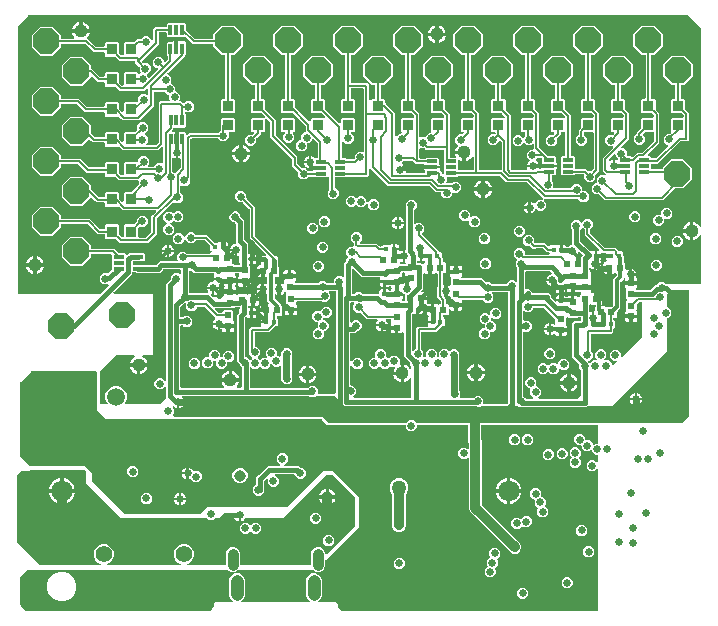
<source format=gbr>
G04 EAGLE Gerber RS-274X export*
G75*
%MOMM*%
%FSLAX34Y34*%
%LPD*%
%INBottom Copper*%
%IPPOS*%
%AMOC8*
5,1,8,0,0,1.08239X$1,22.5*%
G01*
%ADD10R,0.620000X0.600000*%
%ADD11R,0.600000X0.620000*%
%ADD12R,0.460000X0.420000*%
%ADD13R,0.420000X0.460000*%
%ADD14P,2.336880X8X22.500000*%
%ADD15R,0.300000X0.914400*%
%ADD16R,0.300000X0.904000*%
%ADD17R,0.914400X0.300000*%
%ADD18R,0.904000X0.300000*%
%ADD19R,0.950000X0.900000*%
%ADD20R,0.900000X0.950000*%
%ADD21C,1.400000*%
%ADD22C,0.910000*%
%ADD23C,1.065000*%
%ADD24C,1.785000*%
%ADD25C,0.304800*%
%ADD26C,0.631000*%
%ADD27C,0.381000*%
%ADD28C,1.125000*%
%ADD29C,1.500000*%
%ADD30C,0.975000*%
%ADD31C,0.812800*%
%ADD32C,0.609600*%
%ADD33C,0.152400*%
%ADD34C,1.275000*%

G36*
X-187413Y184166D02*
X-187413Y184166D01*
X-187322Y184173D01*
X-187292Y184185D01*
X-187260Y184191D01*
X-187180Y184233D01*
X-187096Y184269D01*
X-187064Y184295D01*
X-187043Y184306D01*
X-187021Y184329D01*
X-186965Y184374D01*
X-186001Y185338D01*
X-185948Y185412D01*
X-185888Y185481D01*
X-185876Y185511D01*
X-185857Y185537D01*
X-185830Y185624D01*
X-185796Y185709D01*
X-185792Y185750D01*
X-185785Y185773D01*
X-185786Y185805D01*
X-185778Y185876D01*
X-185778Y278281D01*
X-185781Y278301D01*
X-185779Y278320D01*
X-185801Y278422D01*
X-185817Y278524D01*
X-185827Y278541D01*
X-185831Y278561D01*
X-185884Y278650D01*
X-185933Y278741D01*
X-185947Y278755D01*
X-185957Y278772D01*
X-186036Y278839D01*
X-186111Y278911D01*
X-186129Y278919D01*
X-186144Y278932D01*
X-186240Y278971D01*
X-186334Y279014D01*
X-186354Y279016D01*
X-186372Y279024D01*
X-186539Y279042D01*
X-199115Y279042D01*
X-199186Y279031D01*
X-199258Y279029D01*
X-199307Y279011D01*
X-199358Y279003D01*
X-199421Y278969D01*
X-199489Y278944D01*
X-199529Y278912D01*
X-199575Y278887D01*
X-199625Y278835D01*
X-199681Y278791D01*
X-199709Y278747D01*
X-199745Y278709D01*
X-199775Y278644D01*
X-199814Y278584D01*
X-199827Y278533D01*
X-199848Y278486D01*
X-199856Y278415D01*
X-199874Y278345D01*
X-199870Y278293D01*
X-199876Y278242D01*
X-199860Y278171D01*
X-199855Y278100D01*
X-199834Y278052D01*
X-199823Y278001D01*
X-199786Y277940D01*
X-199758Y277874D01*
X-199714Y277818D01*
X-199697Y277790D01*
X-199679Y277775D01*
X-199654Y277743D01*
X-198352Y276441D01*
X-198352Y272584D01*
X-201079Y269857D01*
X-204936Y269857D01*
X-207106Y272027D01*
X-207180Y272080D01*
X-207249Y272139D01*
X-207280Y272151D01*
X-207306Y272170D01*
X-207393Y272197D01*
X-207478Y272231D01*
X-207519Y272236D01*
X-207541Y272243D01*
X-207573Y272242D01*
X-207644Y272250D01*
X-224008Y272250D01*
X-224028Y272247D01*
X-224047Y272249D01*
X-224149Y272227D01*
X-224251Y272210D01*
X-224268Y272201D01*
X-224288Y272196D01*
X-224377Y272143D01*
X-224468Y272095D01*
X-224482Y272080D01*
X-224499Y272070D01*
X-224566Y271992D01*
X-224638Y271917D01*
X-224646Y271899D01*
X-224659Y271883D01*
X-224698Y271787D01*
X-224741Y271693D01*
X-224743Y271674D01*
X-224751Y271655D01*
X-224769Y271488D01*
X-224769Y269695D01*
X-229132Y269695D01*
X-229151Y269692D01*
X-229171Y269694D01*
X-229273Y269672D01*
X-229375Y269656D01*
X-229392Y269646D01*
X-229412Y269642D01*
X-229501Y269589D01*
X-229592Y269540D01*
X-229606Y269526D01*
X-229623Y269516D01*
X-229690Y269437D01*
X-229761Y269362D01*
X-229770Y269344D01*
X-229783Y269329D01*
X-229821Y269233D01*
X-229865Y269139D01*
X-229867Y269119D01*
X-229874Y269101D01*
X-229887Y269177D01*
X-229896Y269194D01*
X-229900Y269214D01*
X-229953Y269303D01*
X-230002Y269394D01*
X-230016Y269408D01*
X-230026Y269425D01*
X-230105Y269492D01*
X-230180Y269564D01*
X-230198Y269572D01*
X-230213Y269585D01*
X-230310Y269624D01*
X-230403Y269667D01*
X-230423Y269669D01*
X-230441Y269677D01*
X-230608Y269695D01*
X-234971Y269695D01*
X-234971Y271459D01*
X-234834Y271968D01*
X-234571Y272424D01*
X-234384Y272611D01*
X-234373Y272627D01*
X-234357Y272640D01*
X-234301Y272727D01*
X-234241Y272811D01*
X-234235Y272830D01*
X-234224Y272847D01*
X-234199Y272947D01*
X-234168Y273046D01*
X-234169Y273066D01*
X-234164Y273085D01*
X-234172Y273188D01*
X-234175Y273292D01*
X-234181Y273311D01*
X-234183Y273331D01*
X-234224Y273426D01*
X-234259Y273523D01*
X-234272Y273539D01*
X-234279Y273557D01*
X-234384Y273688D01*
X-234471Y273774D01*
X-234471Y274598D01*
X-234490Y274717D01*
X-234509Y274835D01*
X-234510Y274837D01*
X-234510Y274840D01*
X-234566Y274945D01*
X-234622Y275053D01*
X-234624Y275055D01*
X-234626Y275058D01*
X-234712Y275140D01*
X-234799Y275224D01*
X-234802Y275225D01*
X-234804Y275227D01*
X-234914Y275278D01*
X-235021Y275329D01*
X-235024Y275330D01*
X-235027Y275331D01*
X-235145Y275344D01*
X-235265Y275358D01*
X-235268Y275358D01*
X-235271Y275358D01*
X-235389Y275332D01*
X-235506Y275308D01*
X-235509Y275306D01*
X-235512Y275306D01*
X-235521Y275300D01*
X-235655Y275231D01*
X-235683Y275212D01*
X-236621Y274823D01*
X-237173Y274714D01*
X-237173Y279590D01*
X-237176Y279610D01*
X-237174Y279630D01*
X-237196Y279731D01*
X-237202Y279765D01*
X-237201Y279767D01*
X-237199Y279786D01*
X-237192Y279805D01*
X-237173Y279972D01*
X-237173Y284848D01*
X-236621Y284739D01*
X-235683Y284350D01*
X-235655Y284331D01*
X-235546Y284282D01*
X-235437Y284231D01*
X-235434Y284231D01*
X-235431Y284230D01*
X-235312Y284217D01*
X-235193Y284204D01*
X-235189Y284205D01*
X-235186Y284204D01*
X-235069Y284231D01*
X-234952Y284256D01*
X-234950Y284258D01*
X-234946Y284259D01*
X-234845Y284320D01*
X-234741Y284382D01*
X-234739Y284385D01*
X-234736Y284386D01*
X-234660Y284477D01*
X-234581Y284569D01*
X-234580Y284572D01*
X-234578Y284575D01*
X-234535Y284685D01*
X-234489Y284798D01*
X-234489Y284801D01*
X-234488Y284804D01*
X-234487Y284814D01*
X-234471Y284964D01*
X-234471Y290868D01*
X-234384Y290954D01*
X-234373Y290970D01*
X-234357Y290983D01*
X-234301Y291070D01*
X-234241Y291154D01*
X-234235Y291173D01*
X-234224Y291190D01*
X-234199Y291290D01*
X-234168Y291389D01*
X-234169Y291409D01*
X-234164Y291428D01*
X-234172Y291531D01*
X-234175Y291635D01*
X-234181Y291654D01*
X-234183Y291673D01*
X-234223Y291768D01*
X-234259Y291866D01*
X-234272Y291881D01*
X-234279Y291900D01*
X-234384Y292031D01*
X-234571Y292218D01*
X-234834Y292674D01*
X-234971Y293183D01*
X-234971Y294947D01*
X-230608Y294947D01*
X-230589Y294950D01*
X-230569Y294948D01*
X-230467Y294970D01*
X-230365Y294986D01*
X-230348Y294996D01*
X-230328Y295000D01*
X-230239Y295053D01*
X-230148Y295102D01*
X-230134Y295116D01*
X-230117Y295126D01*
X-230050Y295205D01*
X-229979Y295280D01*
X-229970Y295298D01*
X-229957Y295313D01*
X-229919Y295409D01*
X-229875Y295503D01*
X-229873Y295523D01*
X-229866Y295541D01*
X-229853Y295465D01*
X-229844Y295448D01*
X-229840Y295428D01*
X-229787Y295339D01*
X-229738Y295248D01*
X-229724Y295234D01*
X-229714Y295217D01*
X-229635Y295150D01*
X-229560Y295078D01*
X-229542Y295070D01*
X-229527Y295057D01*
X-229430Y295018D01*
X-229337Y294975D01*
X-229317Y294973D01*
X-229299Y294965D01*
X-229132Y294947D01*
X-224769Y294947D01*
X-224769Y293183D01*
X-224906Y292674D01*
X-225169Y292218D01*
X-225356Y292031D01*
X-225367Y292015D01*
X-225383Y292002D01*
X-225439Y291915D01*
X-225499Y291831D01*
X-225505Y291812D01*
X-225516Y291795D01*
X-225541Y291695D01*
X-225572Y291596D01*
X-225571Y291576D01*
X-225576Y291557D01*
X-225568Y291454D01*
X-225565Y291350D01*
X-225559Y291331D01*
X-225557Y291311D01*
X-225517Y291216D01*
X-225481Y291119D01*
X-225468Y291103D01*
X-225461Y291085D01*
X-225356Y290954D01*
X-225276Y290875D01*
X-225202Y290822D01*
X-225133Y290762D01*
X-225103Y290750D01*
X-225077Y290731D01*
X-224990Y290704D01*
X-224905Y290670D01*
X-224864Y290666D01*
X-224842Y290659D01*
X-224809Y290660D01*
X-224738Y290652D01*
X-207857Y290652D01*
X-204532Y287327D01*
X-204458Y287274D01*
X-204389Y287214D01*
X-204359Y287202D01*
X-204333Y287183D01*
X-204246Y287156D01*
X-204161Y287122D01*
X-204120Y287118D01*
X-204097Y287111D01*
X-204065Y287112D01*
X-203994Y287104D01*
X-201272Y287104D01*
X-200244Y286077D01*
X-200171Y286024D01*
X-200101Y285964D01*
X-200071Y285952D01*
X-200045Y285933D01*
X-199958Y285906D01*
X-199873Y285872D01*
X-199832Y285868D01*
X-199810Y285861D01*
X-199777Y285862D01*
X-199706Y285854D01*
X-187898Y285854D01*
X-187808Y285868D01*
X-187717Y285876D01*
X-187687Y285888D01*
X-187655Y285893D01*
X-187574Y285936D01*
X-187490Y285972D01*
X-187458Y285998D01*
X-187438Y286009D01*
X-187415Y286032D01*
X-187360Y286077D01*
X-184554Y288882D01*
X-180698Y288882D01*
X-179540Y287724D01*
X-179482Y287682D01*
X-179430Y287633D01*
X-179382Y287611D01*
X-179340Y287581D01*
X-179272Y287559D01*
X-179207Y287529D01*
X-179155Y287523D01*
X-179105Y287508D01*
X-179033Y287510D01*
X-178962Y287502D01*
X-178911Y287513D01*
X-178859Y287515D01*
X-178792Y287539D01*
X-178722Y287554D01*
X-178677Y287581D01*
X-178628Y287599D01*
X-178572Y287644D01*
X-178511Y287681D01*
X-178477Y287720D01*
X-178436Y287753D01*
X-178397Y287813D01*
X-178351Y287867D01*
X-178331Y287916D01*
X-178303Y287960D01*
X-178286Y288029D01*
X-178259Y288096D01*
X-178251Y288167D01*
X-178243Y288198D01*
X-178245Y288221D01*
X-178240Y288262D01*
X-178240Y299611D01*
X-178243Y299629D01*
X-178241Y299646D01*
X-178256Y299714D01*
X-178262Y299792D01*
X-178275Y299822D01*
X-178280Y299854D01*
X-178291Y299874D01*
X-178294Y299887D01*
X-178325Y299938D01*
X-178358Y300018D01*
X-178384Y300050D01*
X-178395Y300071D01*
X-178415Y300090D01*
X-178420Y300098D01*
X-178427Y300104D01*
X-178463Y300149D01*
X-179490Y301176D01*
X-179490Y305033D01*
X-178497Y306026D01*
X-178485Y306042D01*
X-178470Y306055D01*
X-178414Y306142D01*
X-178354Y306226D01*
X-178348Y306245D01*
X-178337Y306262D01*
X-178312Y306362D01*
X-178281Y306461D01*
X-178282Y306481D01*
X-178277Y306500D01*
X-178285Y306603D01*
X-178288Y306707D01*
X-178294Y306726D01*
X-178296Y306746D01*
X-178336Y306840D01*
X-178372Y306938D01*
X-178385Y306954D01*
X-178392Y306972D01*
X-178497Y307103D01*
X-180997Y309603D01*
X-180997Y313459D01*
X-178269Y316187D01*
X-174413Y316187D01*
X-171685Y313459D01*
X-171685Y311380D01*
X-171682Y311360D01*
X-171684Y311341D01*
X-171662Y311239D01*
X-171646Y311137D01*
X-171636Y311120D01*
X-171632Y311100D01*
X-171579Y311011D01*
X-171530Y310920D01*
X-171516Y310906D01*
X-171506Y310889D01*
X-171427Y310822D01*
X-171352Y310750D01*
X-171334Y310742D01*
X-171319Y310729D01*
X-171223Y310690D01*
X-171129Y310647D01*
X-171109Y310645D01*
X-171091Y310637D01*
X-170924Y310619D01*
X-151337Y310619D01*
X-151266Y310630D01*
X-151194Y310632D01*
X-151145Y310650D01*
X-151094Y310658D01*
X-151031Y310692D01*
X-150963Y310717D01*
X-150923Y310749D01*
X-150877Y310774D01*
X-150827Y310826D01*
X-150771Y310870D01*
X-150743Y310914D01*
X-150707Y310952D01*
X-150677Y311017D01*
X-150638Y311077D01*
X-150626Y311128D01*
X-150604Y311175D01*
X-150596Y311246D01*
X-150578Y311316D01*
X-150582Y311368D01*
X-150577Y311419D01*
X-150592Y311490D01*
X-150597Y311561D01*
X-150618Y311609D01*
X-150629Y311660D01*
X-150666Y311721D01*
X-150694Y311787D01*
X-150739Y311843D01*
X-150755Y311871D01*
X-150773Y311886D01*
X-150799Y311918D01*
X-151270Y312390D01*
X-151274Y312396D01*
X-151288Y312410D01*
X-151298Y312427D01*
X-151377Y312494D01*
X-151452Y312566D01*
X-151470Y312574D01*
X-151485Y312587D01*
X-151581Y312626D01*
X-151675Y312669D01*
X-151695Y312671D01*
X-151713Y312679D01*
X-151880Y312697D01*
X-152829Y312697D01*
X-155908Y315776D01*
X-155982Y315829D01*
X-156052Y315889D01*
X-156082Y315901D01*
X-156108Y315920D01*
X-156195Y315947D01*
X-156280Y315981D01*
X-156321Y315985D01*
X-156343Y315992D01*
X-156375Y315991D01*
X-156447Y315999D01*
X-161995Y315999D01*
X-162085Y315985D01*
X-162176Y315977D01*
X-162205Y315965D01*
X-162237Y315960D01*
X-162318Y315917D01*
X-162402Y315881D01*
X-162434Y315855D01*
X-162455Y315844D01*
X-162477Y315821D01*
X-162533Y315776D01*
X-162728Y315581D01*
X-164603Y315581D01*
X-166813Y317791D01*
X-166887Y317844D01*
X-166956Y317903D01*
X-166986Y317916D01*
X-167013Y317934D01*
X-167100Y317961D01*
X-167184Y317995D01*
X-167225Y318000D01*
X-167248Y318007D01*
X-167280Y318006D01*
X-167351Y318014D01*
X-170420Y318014D01*
X-173147Y320741D01*
X-173147Y324598D01*
X-170420Y327325D01*
X-166563Y327325D01*
X-163836Y324598D01*
X-163836Y321529D01*
X-163821Y321439D01*
X-163814Y321348D01*
X-163801Y321318D01*
X-163796Y321286D01*
X-163753Y321206D01*
X-163718Y321122D01*
X-163692Y321090D01*
X-163681Y321069D01*
X-163658Y321047D01*
X-163613Y320991D01*
X-163370Y320748D01*
X-163296Y320695D01*
X-163226Y320635D01*
X-163196Y320623D01*
X-163170Y320604D01*
X-163083Y320577D01*
X-162998Y320543D01*
X-162957Y320539D01*
X-162935Y320532D01*
X-162903Y320533D01*
X-162831Y320525D01*
X-154257Y320525D01*
X-152708Y318976D01*
X-151804Y318072D01*
X-151788Y318061D01*
X-151776Y318045D01*
X-151697Y317995D01*
X-151688Y317987D01*
X-151683Y317985D01*
X-151605Y317929D01*
X-151586Y317923D01*
X-151569Y317912D01*
X-151468Y317887D01*
X-151370Y317857D01*
X-151350Y317857D01*
X-151330Y317852D01*
X-151227Y317860D01*
X-151124Y317863D01*
X-151105Y317870D01*
X-151085Y317871D01*
X-150990Y317912D01*
X-150893Y317947D01*
X-150877Y317960D01*
X-150859Y317968D01*
X-150779Y318031D01*
X-150779Y318032D01*
X-150778Y318032D01*
X-150728Y318072D01*
X-150240Y318561D01*
X-144624Y318561D01*
X-144510Y318579D01*
X-144397Y318595D01*
X-144388Y318599D01*
X-144381Y318600D01*
X-144362Y318611D01*
X-144243Y318663D01*
X-143790Y318924D01*
X-143281Y319061D01*
X-141767Y319061D01*
X-141767Y315248D01*
X-141764Y315229D01*
X-141766Y315209D01*
X-141744Y315107D01*
X-141728Y315005D01*
X-141718Y314988D01*
X-141714Y314968D01*
X-141661Y314879D01*
X-141612Y314788D01*
X-141598Y314774D01*
X-141588Y314757D01*
X-141509Y314690D01*
X-141434Y314619D01*
X-141416Y314610D01*
X-141401Y314597D01*
X-141305Y314559D01*
X-141211Y314515D01*
X-141191Y314513D01*
X-141173Y314505D01*
X-141006Y314487D01*
X-140430Y314487D01*
X-140410Y314490D01*
X-140390Y314488D01*
X-140289Y314510D01*
X-140187Y314527D01*
X-140170Y314536D01*
X-140150Y314540D01*
X-140061Y314593D01*
X-139970Y314642D01*
X-139956Y314656D01*
X-139939Y314666D01*
X-139872Y314745D01*
X-139800Y314820D01*
X-139792Y314838D01*
X-139779Y314853D01*
X-139740Y314950D01*
X-139697Y315043D01*
X-139695Y315063D01*
X-139687Y315081D01*
X-139669Y315248D01*
X-139669Y319061D01*
X-138155Y319061D01*
X-137646Y318924D01*
X-137190Y318661D01*
X-136817Y318288D01*
X-136554Y317832D01*
X-136434Y317387D01*
X-136395Y317300D01*
X-136362Y317211D01*
X-136345Y317189D01*
X-136333Y317163D01*
X-136268Y317093D01*
X-136209Y317019D01*
X-136185Y317003D01*
X-136166Y316983D01*
X-136082Y316937D01*
X-136002Y316886D01*
X-135974Y316879D01*
X-135950Y316865D01*
X-135856Y316849D01*
X-135763Y316826D01*
X-135735Y316828D01*
X-135707Y316823D01*
X-135613Y316837D01*
X-135518Y316845D01*
X-135492Y316856D01*
X-135464Y316860D01*
X-135379Y316904D01*
X-135292Y316941D01*
X-135264Y316963D01*
X-135246Y316973D01*
X-135223Y316996D01*
X-135161Y317046D01*
X-134731Y317476D01*
X-133886Y318040D01*
X-132948Y318429D01*
X-132288Y318560D01*
X-132224Y318584D01*
X-132157Y318598D01*
X-132110Y318627D01*
X-132058Y318646D01*
X-132005Y318689D01*
X-131946Y318725D01*
X-131910Y318766D01*
X-131867Y318801D01*
X-131831Y318859D01*
X-131786Y318912D01*
X-131766Y318963D01*
X-131736Y319009D01*
X-131720Y319076D01*
X-131694Y319140D01*
X-131686Y319217D01*
X-131678Y319248D01*
X-131680Y319270D01*
X-131676Y319306D01*
X-131676Y331786D01*
X-131690Y331876D01*
X-131698Y331967D01*
X-131710Y331997D01*
X-131715Y332029D01*
X-131758Y332110D01*
X-131794Y332194D01*
X-131820Y332226D01*
X-131831Y332246D01*
X-131854Y332269D01*
X-131899Y332324D01*
X-132672Y333098D01*
X-132672Y336954D01*
X-129944Y339682D01*
X-126088Y339682D01*
X-124363Y337957D01*
X-124347Y337946D01*
X-124335Y337930D01*
X-124247Y337874D01*
X-124164Y337814D01*
X-124145Y337808D01*
X-124128Y337797D01*
X-124027Y337772D01*
X-123928Y337742D01*
X-123909Y337742D01*
X-123889Y337737D01*
X-123786Y337745D01*
X-123683Y337748D01*
X-123664Y337755D01*
X-123644Y337756D01*
X-123549Y337797D01*
X-123452Y337832D01*
X-123436Y337845D01*
X-123418Y337853D01*
X-123287Y337957D01*
X-120480Y340764D01*
X-116623Y340764D01*
X-113896Y338037D01*
X-113896Y334180D01*
X-116066Y332010D01*
X-116119Y331936D01*
X-116178Y331867D01*
X-116190Y331837D01*
X-116209Y331810D01*
X-116236Y331723D01*
X-116270Y331639D01*
X-116275Y331598D01*
X-116282Y331575D01*
X-116281Y331543D01*
X-116289Y331472D01*
X-116289Y329100D01*
X-116274Y329010D01*
X-116267Y328919D01*
X-116254Y328889D01*
X-116249Y328857D01*
X-116206Y328776D01*
X-116170Y328693D01*
X-116145Y328660D01*
X-116134Y328640D01*
X-116110Y328618D01*
X-116066Y328562D01*
X-104232Y316728D01*
X-104158Y316675D01*
X-104088Y316615D01*
X-104058Y316603D01*
X-104032Y316584D01*
X-103945Y316557D01*
X-103860Y316523D01*
X-103819Y316519D01*
X-103797Y316512D01*
X-103765Y316513D01*
X-103693Y316505D01*
X-94630Y316505D01*
X-91829Y313704D01*
X-91755Y313651D01*
X-91685Y313591D01*
X-91655Y313579D01*
X-91629Y313560D01*
X-91542Y313533D01*
X-91457Y313499D01*
X-91416Y313495D01*
X-91394Y313488D01*
X-91362Y313489D01*
X-91290Y313481D01*
X-89282Y313481D01*
X-88403Y312602D01*
X-88403Y310192D01*
X-88389Y310102D01*
X-88381Y310011D01*
X-88369Y309981D01*
X-88364Y309949D01*
X-88321Y309869D01*
X-88285Y309785D01*
X-88259Y309753D01*
X-88248Y309732D01*
X-88225Y309710D01*
X-88180Y309654D01*
X-87879Y309353D01*
X-87879Y305082D01*
X-87876Y305062D01*
X-87878Y305043D01*
X-87856Y304941D01*
X-87840Y304839D01*
X-87830Y304822D01*
X-87826Y304802D01*
X-87773Y304713D01*
X-87724Y304622D01*
X-87710Y304608D01*
X-87700Y304591D01*
X-87621Y304524D01*
X-87546Y304452D01*
X-87528Y304444D01*
X-87513Y304431D01*
X-87417Y304392D01*
X-87323Y304349D01*
X-87309Y304347D01*
X-86403Y303442D01*
X-86403Y298589D01*
X-86384Y298471D01*
X-86365Y298352D01*
X-86364Y298349D01*
X-86364Y298346D01*
X-86308Y298241D01*
X-86252Y298134D01*
X-86250Y298131D01*
X-86248Y298129D01*
X-86161Y298046D01*
X-86075Y297963D01*
X-86072Y297961D01*
X-86070Y297959D01*
X-85961Y297909D01*
X-85853Y297857D01*
X-85850Y297857D01*
X-85847Y297856D01*
X-85729Y297843D01*
X-85609Y297828D01*
X-85606Y297829D01*
X-85603Y297829D01*
X-85486Y297854D01*
X-85368Y297879D01*
X-85365Y297880D01*
X-85362Y297881D01*
X-85353Y297886D01*
X-85219Y297956D01*
X-84484Y298447D01*
X-83546Y298836D01*
X-82994Y298945D01*
X-82994Y294069D01*
X-82991Y294049D01*
X-82993Y294029D01*
X-82971Y293928D01*
X-82965Y293894D01*
X-82966Y293892D01*
X-82968Y293873D01*
X-82975Y293854D01*
X-82994Y293687D01*
X-82994Y288191D01*
X-83005Y288166D01*
X-83007Y288146D01*
X-83015Y288128D01*
X-83025Y288039D01*
X-86635Y288039D01*
X-86635Y289856D01*
X-86646Y289926D01*
X-86648Y289998D01*
X-86666Y290047D01*
X-86674Y290098D01*
X-86708Y290162D01*
X-86733Y290229D01*
X-86765Y290270D01*
X-86790Y290316D01*
X-86842Y290365D01*
X-86886Y290421D01*
X-86930Y290449D01*
X-86968Y290485D01*
X-87033Y290515D01*
X-87093Y290554D01*
X-87144Y290567D01*
X-87191Y290589D01*
X-87262Y290597D01*
X-87332Y290614D01*
X-87384Y290610D01*
X-87435Y290616D01*
X-87506Y290601D01*
X-87577Y290595D01*
X-87625Y290575D01*
X-87676Y290564D01*
X-87737Y290527D01*
X-87803Y290499D01*
X-87859Y290454D01*
X-87887Y290438D01*
X-87902Y290420D01*
X-87934Y290394D01*
X-90454Y287874D01*
X-90507Y287800D01*
X-90567Y287731D01*
X-90579Y287700D01*
X-90598Y287674D01*
X-90625Y287587D01*
X-90659Y287502D01*
X-90663Y287461D01*
X-90670Y287439D01*
X-90669Y287407D01*
X-90677Y287336D01*
X-90677Y265189D01*
X-92672Y263194D01*
X-93546Y262320D01*
X-93599Y262246D01*
X-93659Y262177D01*
X-93671Y262147D01*
X-93690Y262120D01*
X-93717Y262033D01*
X-93751Y261949D01*
X-93755Y261908D01*
X-93762Y261885D01*
X-93761Y261853D01*
X-93769Y261782D01*
X-93769Y258152D01*
X-94648Y257273D01*
X-96038Y257273D01*
X-96058Y257270D01*
X-96077Y257272D01*
X-96179Y257250D01*
X-96281Y257234D01*
X-96298Y257224D01*
X-96318Y257220D01*
X-96407Y257167D01*
X-96498Y257118D01*
X-96512Y257104D01*
X-96529Y257094D01*
X-96596Y257015D01*
X-96668Y256940D01*
X-96676Y256922D01*
X-96689Y256907D01*
X-96728Y256811D01*
X-96771Y256717D01*
X-96773Y256697D01*
X-96781Y256679D01*
X-96799Y256512D01*
X-96799Y256076D01*
X-96796Y256056D01*
X-96798Y256037D01*
X-96776Y255935D01*
X-96760Y255833D01*
X-96750Y255816D01*
X-96746Y255796D01*
X-96693Y255707D01*
X-96644Y255616D01*
X-96630Y255602D01*
X-96620Y255585D01*
X-96541Y255518D01*
X-96466Y255446D01*
X-96448Y255438D01*
X-96433Y255425D01*
X-96337Y255386D01*
X-96243Y255343D01*
X-96223Y255341D01*
X-96205Y255333D01*
X-96153Y255327D01*
X-95261Y254436D01*
X-95261Y248992D01*
X-96159Y248094D01*
X-96179Y248090D01*
X-96281Y248074D01*
X-96298Y248064D01*
X-96318Y248060D01*
X-96407Y248007D01*
X-96498Y247958D01*
X-96512Y247944D01*
X-96529Y247934D01*
X-96596Y247855D01*
X-96668Y247780D01*
X-96676Y247762D01*
X-96689Y247747D01*
X-96728Y247651D01*
X-96771Y247557D01*
X-96773Y247537D01*
X-96781Y247519D01*
X-96799Y247352D01*
X-96799Y245189D01*
X-98125Y243863D01*
X-115086Y243863D01*
X-115106Y243860D01*
X-115125Y243862D01*
X-115227Y243840D01*
X-115329Y243824D01*
X-115346Y243814D01*
X-115366Y243810D01*
X-115455Y243757D01*
X-115546Y243708D01*
X-115560Y243694D01*
X-115577Y243684D01*
X-115644Y243605D01*
X-115716Y243530D01*
X-115724Y243512D01*
X-115737Y243497D01*
X-115776Y243401D01*
X-115819Y243307D01*
X-115821Y243287D01*
X-115829Y243269D01*
X-115847Y243102D01*
X-115847Y229681D01*
X-115833Y229591D01*
X-115825Y229500D01*
X-115813Y229470D01*
X-115808Y229438D01*
X-115765Y229357D01*
X-115729Y229273D01*
X-115703Y229241D01*
X-115692Y229221D01*
X-115669Y229198D01*
X-115624Y229143D01*
X-113962Y227480D01*
X-113962Y223624D01*
X-116690Y220896D01*
X-117214Y220896D01*
X-117285Y220885D01*
X-117357Y220883D01*
X-117406Y220865D01*
X-117457Y220857D01*
X-117520Y220823D01*
X-117588Y220798D01*
X-117628Y220766D01*
X-117674Y220741D01*
X-117723Y220690D01*
X-117780Y220645D01*
X-117808Y220601D01*
X-117844Y220563D01*
X-117874Y220498D01*
X-117913Y220438D01*
X-117925Y220387D01*
X-117947Y220340D01*
X-117955Y220269D01*
X-117973Y220199D01*
X-117969Y220147D01*
X-117974Y220096D01*
X-117959Y220025D01*
X-117953Y219954D01*
X-117933Y219906D01*
X-117922Y219855D01*
X-117885Y219794D01*
X-117857Y219728D01*
X-117812Y219672D01*
X-117796Y219644D01*
X-117778Y219629D01*
X-117752Y219597D01*
X-117471Y219315D01*
X-117470Y219315D01*
X-117466Y219311D01*
X-117443Y219288D01*
X-117402Y219237D01*
X-117124Y218958D01*
X-117108Y218947D01*
X-117096Y218931D01*
X-117008Y218875D01*
X-116925Y218815D01*
X-116906Y218809D01*
X-116889Y218798D01*
X-116788Y218773D01*
X-116689Y218743D01*
X-116670Y218743D01*
X-116650Y218738D01*
X-116547Y218746D01*
X-116444Y218749D01*
X-116425Y218756D01*
X-116405Y218757D01*
X-116310Y218798D01*
X-116213Y218833D01*
X-116197Y218846D01*
X-116179Y218854D01*
X-116048Y218958D01*
X-113942Y221064D01*
X-110956Y221064D01*
X-110885Y221075D01*
X-110813Y221077D01*
X-110764Y221095D01*
X-110713Y221103D01*
X-110650Y221137D01*
X-110582Y221162D01*
X-110542Y221194D01*
X-110496Y221219D01*
X-110446Y221271D01*
X-110390Y221315D01*
X-110362Y221359D01*
X-110326Y221397D01*
X-110296Y221462D01*
X-110257Y221522D01*
X-110245Y221573D01*
X-110223Y221620D01*
X-110215Y221691D01*
X-110197Y221761D01*
X-110201Y221813D01*
X-110196Y221864D01*
X-110211Y221935D01*
X-110216Y222006D01*
X-110237Y222054D01*
X-110248Y222105D01*
X-110285Y222166D01*
X-110313Y222232D01*
X-110357Y222288D01*
X-110374Y222316D01*
X-110392Y222331D01*
X-110417Y222363D01*
X-111932Y223878D01*
X-111932Y227734D01*
X-109204Y230462D01*
X-105348Y230462D01*
X-102620Y227734D01*
X-102620Y223878D01*
X-104135Y222363D01*
X-104176Y222305D01*
X-104226Y222253D01*
X-104248Y222206D01*
X-104278Y222164D01*
X-104299Y222095D01*
X-104329Y222030D01*
X-104335Y221978D01*
X-104350Y221928D01*
X-104349Y221857D01*
X-104356Y221786D01*
X-104345Y221735D01*
X-104344Y221683D01*
X-104319Y221615D01*
X-104304Y221545D01*
X-104278Y221500D01*
X-104260Y221452D01*
X-104215Y221396D01*
X-104178Y221334D01*
X-104138Y221300D01*
X-104106Y221260D01*
X-104046Y221221D01*
X-103991Y221174D01*
X-103943Y221155D01*
X-103899Y221127D01*
X-103830Y221109D01*
X-103763Y221082D01*
X-103692Y221074D01*
X-103660Y221066D01*
X-103637Y221068D01*
X-103596Y221064D01*
X-100688Y221064D01*
X-97960Y218336D01*
X-97960Y217614D01*
X-97951Y217556D01*
X-97951Y217497D01*
X-97931Y217435D01*
X-97921Y217372D01*
X-97893Y217319D01*
X-97874Y217263D01*
X-97836Y217211D01*
X-97805Y217154D01*
X-97762Y217113D01*
X-97727Y217066D01*
X-97674Y217029D01*
X-97627Y216985D01*
X-97573Y216960D01*
X-97524Y216926D01*
X-97462Y216908D01*
X-97404Y216881D01*
X-97345Y216875D01*
X-97288Y216858D01*
X-97224Y216861D01*
X-97160Y216854D01*
X-97102Y216867D01*
X-97042Y216869D01*
X-96982Y216893D01*
X-96919Y216906D01*
X-96868Y216937D01*
X-96813Y216958D01*
X-96736Y217016D01*
X-96708Y217033D01*
X-96698Y217044D01*
X-96679Y217059D01*
X-93987Y219579D01*
X-93936Y219646D01*
X-93878Y219707D01*
X-93862Y219743D01*
X-93837Y219774D01*
X-93810Y219854D01*
X-93775Y219930D01*
X-93770Y219969D01*
X-93757Y220007D01*
X-93757Y220091D01*
X-93748Y220174D01*
X-93756Y220213D01*
X-93756Y220253D01*
X-93782Y220333D01*
X-93800Y220415D01*
X-93820Y220449D01*
X-93833Y220487D01*
X-93883Y220554D01*
X-93926Y220626D01*
X-93956Y220652D01*
X-93980Y220684D01*
X-94049Y220731D01*
X-94113Y220786D01*
X-94150Y220801D01*
X-94182Y220823D01*
X-94263Y220846D01*
X-94341Y220878D01*
X-94392Y220883D01*
X-94419Y220891D01*
X-94449Y220890D01*
X-94508Y220896D01*
X-96880Y220896D01*
X-99608Y223624D01*
X-99608Y227480D01*
X-96880Y230208D01*
X-93024Y230208D01*
X-90296Y227480D01*
X-90296Y224793D01*
X-90287Y224734D01*
X-90287Y224675D01*
X-90267Y224614D01*
X-90257Y224550D01*
X-90229Y224498D01*
X-90210Y224441D01*
X-90172Y224389D01*
X-90141Y224333D01*
X-90098Y224292D01*
X-90063Y224244D01*
X-90010Y224208D01*
X-89963Y224163D01*
X-89909Y224138D01*
X-89860Y224104D01*
X-89798Y224087D01*
X-89740Y224060D01*
X-89681Y224053D01*
X-89624Y224037D01*
X-89560Y224040D01*
X-89496Y224032D01*
X-89438Y224045D01*
X-89378Y224048D01*
X-89318Y224071D01*
X-89255Y224085D01*
X-89204Y224115D01*
X-89149Y224137D01*
X-89072Y224194D01*
X-89044Y224211D01*
X-89034Y224222D01*
X-89015Y224237D01*
X-72457Y239745D01*
X-72396Y239825D01*
X-72330Y239901D01*
X-72321Y239922D01*
X-72307Y239940D01*
X-72274Y240035D01*
X-72236Y240129D01*
X-72233Y240156D01*
X-72227Y240173D01*
X-72227Y240206D01*
X-72216Y240295D01*
X-71989Y270020D01*
X-71993Y270043D01*
X-71990Y270065D01*
X-72012Y270164D01*
X-72027Y270263D01*
X-72038Y270283D01*
X-72042Y270306D01*
X-72094Y270392D01*
X-72141Y270482D01*
X-72157Y270497D01*
X-72169Y270517D01*
X-72245Y270582D01*
X-72318Y270652D01*
X-72338Y270662D01*
X-72356Y270677D01*
X-72449Y270715D01*
X-72540Y270758D01*
X-72562Y270760D01*
X-72584Y270769D01*
X-72750Y270787D01*
X-74721Y270787D01*
X-74812Y270773D01*
X-74902Y270765D01*
X-74932Y270753D01*
X-74964Y270748D01*
X-75045Y270705D01*
X-75129Y270669D01*
X-75161Y270643D01*
X-75182Y270632D01*
X-75204Y270609D01*
X-75260Y270564D01*
X-76710Y269114D01*
X-76763Y269040D01*
X-76823Y268970D01*
X-76835Y268940D01*
X-76854Y268914D01*
X-76881Y268827D01*
X-76915Y268742D01*
X-76919Y268701D01*
X-76926Y268679D01*
X-76925Y268647D01*
X-76933Y268575D01*
X-76933Y263868D01*
X-77020Y263782D01*
X-77031Y263766D01*
X-77047Y263753D01*
X-77103Y263666D01*
X-77163Y263582D01*
X-77169Y263563D01*
X-77180Y263546D01*
X-77205Y263446D01*
X-77236Y263347D01*
X-77235Y263327D01*
X-77240Y263308D01*
X-77232Y263205D01*
X-77229Y263101D01*
X-77223Y263082D01*
X-77221Y263063D01*
X-77180Y262967D01*
X-77145Y262870D01*
X-77132Y262855D01*
X-77125Y262836D01*
X-77020Y262705D01*
X-76833Y262518D01*
X-76570Y262062D01*
X-76433Y261553D01*
X-76433Y259789D01*
X-80796Y259789D01*
X-80815Y259786D01*
X-80835Y259788D01*
X-80937Y259766D01*
X-81039Y259750D01*
X-81056Y259740D01*
X-81076Y259736D01*
X-81165Y259683D01*
X-81256Y259634D01*
X-81270Y259620D01*
X-81287Y259610D01*
X-81354Y259531D01*
X-81425Y259456D01*
X-81434Y259438D01*
X-81447Y259423D01*
X-81485Y259327D01*
X-81529Y259233D01*
X-81531Y259213D01*
X-81538Y259195D01*
X-81551Y259271D01*
X-81560Y259288D01*
X-81564Y259308D01*
X-81617Y259397D01*
X-81666Y259488D01*
X-81680Y259502D01*
X-81690Y259519D01*
X-81769Y259586D01*
X-81844Y259658D01*
X-81862Y259666D01*
X-81877Y259679D01*
X-81974Y259718D01*
X-82067Y259761D01*
X-82087Y259763D01*
X-82105Y259771D01*
X-82272Y259789D01*
X-86635Y259789D01*
X-86635Y261553D01*
X-86498Y262062D01*
X-86235Y262518D01*
X-86048Y262705D01*
X-86037Y262721D01*
X-86021Y262734D01*
X-85965Y262821D01*
X-85905Y262905D01*
X-85899Y262924D01*
X-85888Y262941D01*
X-85863Y263041D01*
X-85832Y263140D01*
X-85833Y263160D01*
X-85828Y263179D01*
X-85836Y263282D01*
X-85839Y263386D01*
X-85845Y263405D01*
X-85847Y263425D01*
X-85888Y263520D01*
X-85923Y263617D01*
X-85936Y263633D01*
X-85943Y263651D01*
X-86048Y263782D01*
X-86135Y263868D01*
X-86135Y271112D01*
X-85370Y271877D01*
X-85358Y271893D01*
X-85342Y271905D01*
X-85286Y271993D01*
X-85226Y272076D01*
X-85220Y272095D01*
X-85209Y272112D01*
X-85184Y272213D01*
X-85154Y272312D01*
X-85154Y272331D01*
X-85149Y272351D01*
X-85157Y272454D01*
X-85160Y272557D01*
X-85167Y272576D01*
X-85169Y272596D01*
X-85209Y272691D01*
X-85245Y272788D01*
X-85257Y272804D01*
X-85265Y272822D01*
X-85370Y272953D01*
X-86135Y273718D01*
X-86135Y280962D01*
X-86048Y281048D01*
X-86037Y281064D01*
X-86021Y281077D01*
X-85965Y281164D01*
X-85905Y281248D01*
X-85899Y281267D01*
X-85888Y281284D01*
X-85863Y281384D01*
X-85832Y281483D01*
X-85833Y281503D01*
X-85828Y281522D01*
X-85836Y281625D01*
X-85839Y281729D01*
X-85845Y281748D01*
X-85847Y281767D01*
X-85887Y281862D01*
X-85923Y281960D01*
X-85936Y281975D01*
X-85943Y281994D01*
X-86048Y282125D01*
X-86235Y282312D01*
X-86498Y282768D01*
X-86635Y283277D01*
X-86635Y285041D01*
X-82272Y285041D01*
X-82253Y285044D01*
X-82233Y285042D01*
X-82131Y285064D01*
X-82029Y285080D01*
X-82012Y285090D01*
X-81992Y285094D01*
X-81903Y285147D01*
X-81812Y285196D01*
X-81798Y285210D01*
X-81781Y285220D01*
X-81714Y285299D01*
X-81643Y285374D01*
X-81634Y285392D01*
X-81621Y285407D01*
X-81583Y285503D01*
X-81539Y285597D01*
X-81537Y285617D01*
X-81530Y285635D01*
X-81517Y285559D01*
X-81508Y285542D01*
X-81504Y285522D01*
X-81451Y285433D01*
X-81402Y285342D01*
X-81388Y285328D01*
X-81378Y285311D01*
X-81299Y285244D01*
X-81224Y285172D01*
X-81206Y285164D01*
X-81191Y285151D01*
X-81094Y285112D01*
X-81001Y285069D01*
X-80981Y285067D01*
X-80963Y285059D01*
X-80796Y285041D01*
X-76433Y285041D01*
X-76433Y283277D01*
X-76570Y282768D01*
X-76833Y282312D01*
X-77020Y282125D01*
X-77032Y282108D01*
X-77047Y282096D01*
X-77103Y282009D01*
X-77163Y281925D01*
X-77169Y281906D01*
X-77180Y281889D01*
X-77205Y281789D01*
X-77236Y281690D01*
X-77235Y281670D01*
X-77240Y281651D01*
X-77232Y281547D01*
X-77229Y281444D01*
X-77222Y281425D01*
X-77221Y281405D01*
X-77180Y281310D01*
X-77145Y281213D01*
X-77132Y281197D01*
X-77125Y281179D01*
X-77020Y281048D01*
X-76940Y280969D01*
X-76866Y280915D01*
X-76797Y280856D01*
X-76767Y280844D01*
X-76740Y280825D01*
X-76653Y280798D01*
X-76569Y280764D01*
X-76528Y280760D01*
X-76505Y280753D01*
X-76473Y280754D01*
X-76402Y280746D01*
X-65753Y280746D01*
X-65663Y280760D01*
X-65572Y280768D01*
X-65542Y280780D01*
X-65511Y280785D01*
X-65430Y280828D01*
X-65346Y280864D01*
X-65314Y280890D01*
X-65293Y280901D01*
X-65271Y280924D01*
X-65215Y280969D01*
X-61488Y284696D01*
X-60541Y284696D01*
X-60451Y284710D01*
X-60360Y284718D01*
X-60330Y284730D01*
X-60298Y284735D01*
X-60217Y284778D01*
X-60133Y284814D01*
X-60101Y284840D01*
X-60081Y284851D01*
X-60058Y284874D01*
X-60003Y284919D01*
X-57725Y287196D01*
X-53869Y287196D01*
X-52901Y286228D01*
X-52827Y286175D01*
X-52757Y286115D01*
X-52727Y286103D01*
X-52701Y286084D01*
X-52614Y286057D01*
X-52529Y286023D01*
X-52488Y286019D01*
X-52466Y286012D01*
X-52434Y286013D01*
X-52362Y286005D01*
X-23074Y286005D01*
X-23054Y286008D01*
X-23035Y286006D01*
X-22933Y286028D01*
X-22831Y286045D01*
X-22814Y286054D01*
X-22794Y286058D01*
X-22705Y286111D01*
X-22614Y286160D01*
X-22600Y286174D01*
X-22583Y286184D01*
X-22516Y286263D01*
X-22444Y286338D01*
X-22436Y286356D01*
X-22423Y286371D01*
X-22384Y286467D01*
X-22341Y286561D01*
X-22339Y286581D01*
X-22331Y286599D01*
X-22313Y286766D01*
X-22313Y326696D01*
X-22316Y326718D01*
X-22314Y326741D01*
X-22336Y326839D01*
X-22352Y326938D01*
X-22363Y326959D01*
X-22368Y326981D01*
X-22421Y327067D01*
X-22468Y327156D01*
X-22484Y327172D01*
X-22496Y327191D01*
X-22573Y327256D01*
X-22646Y327325D01*
X-22667Y327335D01*
X-22684Y327350D01*
X-22778Y327386D01*
X-22869Y327429D01*
X-22892Y327431D01*
X-22913Y327440D01*
X-23014Y327445D01*
X-23113Y327456D01*
X-23136Y327451D01*
X-23159Y327452D01*
X-23256Y327425D01*
X-23354Y327404D01*
X-23374Y327392D01*
X-23396Y327386D01*
X-23479Y327329D01*
X-23565Y327278D01*
X-23580Y327260D01*
X-23599Y327247D01*
X-23707Y327119D01*
X-24557Y325847D01*
X-25619Y324785D01*
X-26868Y323950D01*
X-28256Y323375D01*
X-28957Y323236D01*
X-28957Y329946D01*
X-28960Y329966D01*
X-28958Y329985D01*
X-28980Y330087D01*
X-28997Y330189D01*
X-29006Y330206D01*
X-29010Y330226D01*
X-29063Y330315D01*
X-29112Y330406D01*
X-29126Y330420D01*
X-29136Y330437D01*
X-29215Y330504D01*
X-29290Y330575D01*
X-29308Y330584D01*
X-29323Y330597D01*
X-29419Y330635D01*
X-29513Y330679D01*
X-29533Y330681D01*
X-29551Y330689D01*
X-29718Y330707D01*
X-30481Y330707D01*
X-30481Y330709D01*
X-29718Y330709D01*
X-29698Y330712D01*
X-29679Y330710D01*
X-29577Y330732D01*
X-29475Y330749D01*
X-29458Y330758D01*
X-29438Y330762D01*
X-29349Y330815D01*
X-29258Y330864D01*
X-29244Y330878D01*
X-29227Y330888D01*
X-29160Y330967D01*
X-29089Y331042D01*
X-29080Y331060D01*
X-29067Y331075D01*
X-29028Y331171D01*
X-28985Y331265D01*
X-28983Y331285D01*
X-28975Y331303D01*
X-28957Y331470D01*
X-28957Y338180D01*
X-28256Y338041D01*
X-26868Y337466D01*
X-25619Y336631D01*
X-24557Y335569D01*
X-23707Y334297D01*
X-23691Y334280D01*
X-23680Y334260D01*
X-23608Y334191D01*
X-23539Y334118D01*
X-23519Y334107D01*
X-23502Y334091D01*
X-23411Y334048D01*
X-23323Y334001D01*
X-23300Y333997D01*
X-23279Y333987D01*
X-23179Y333976D01*
X-23080Y333959D01*
X-23057Y333963D01*
X-23035Y333960D01*
X-22936Y333981D01*
X-22837Y333997D01*
X-22817Y334007D01*
X-22794Y334012D01*
X-22708Y334064D01*
X-22619Y334110D01*
X-22603Y334127D01*
X-22583Y334138D01*
X-22518Y334215D01*
X-22448Y334287D01*
X-22438Y334308D01*
X-22423Y334325D01*
X-22386Y334419D01*
X-22343Y334509D01*
X-22340Y334532D01*
X-22331Y334554D01*
X-22313Y334720D01*
X-22313Y501864D01*
X-22327Y501954D01*
X-22335Y502045D01*
X-22347Y502075D01*
X-22352Y502107D01*
X-22395Y502187D01*
X-22431Y502271D01*
X-22457Y502303D01*
X-22468Y502324D01*
X-22491Y502346D01*
X-22536Y502402D01*
X-33498Y513364D01*
X-33572Y513417D01*
X-33641Y513477D01*
X-33671Y513489D01*
X-33697Y513508D01*
X-33784Y513535D01*
X-33869Y513569D01*
X-33910Y513573D01*
X-33933Y513580D01*
X-33965Y513579D01*
X-34036Y513587D01*
X-591312Y513587D01*
X-591383Y513576D01*
X-591454Y513574D01*
X-591503Y513556D01*
X-591555Y513548D01*
X-591618Y513514D01*
X-591685Y513489D01*
X-591726Y513457D01*
X-591772Y513432D01*
X-591821Y513381D01*
X-591877Y513336D01*
X-591906Y513292D01*
X-591942Y513254D01*
X-591972Y513189D01*
X-592010Y513129D01*
X-592023Y513078D01*
X-592045Y513031D01*
X-592053Y512960D01*
X-592054Y512958D01*
X-600740Y504271D01*
X-600793Y504197D01*
X-600853Y504128D01*
X-600865Y504098D01*
X-600884Y504071D01*
X-600911Y503984D01*
X-600945Y503900D01*
X-600949Y503859D01*
X-600956Y503836D01*
X-600955Y503804D01*
X-600963Y503733D01*
X-600963Y278384D01*
X-600960Y278364D01*
X-600962Y278345D01*
X-600940Y278243D01*
X-600924Y278141D01*
X-600914Y278124D01*
X-600910Y278104D01*
X-600857Y278015D01*
X-600808Y277924D01*
X-600794Y277910D01*
X-600784Y277893D01*
X-600705Y277826D01*
X-600630Y277755D01*
X-600612Y277746D01*
X-600597Y277733D01*
X-600501Y277694D01*
X-600407Y277651D01*
X-600387Y277649D01*
X-600369Y277641D01*
X-600202Y277623D01*
X-530930Y277623D01*
X-530840Y277638D01*
X-530749Y277645D01*
X-530719Y277657D01*
X-530687Y277663D01*
X-530606Y277705D01*
X-530522Y277741D01*
X-530490Y277767D01*
X-530469Y277778D01*
X-530447Y277801D01*
X-530391Y277846D01*
X-524124Y284113D01*
X-524082Y284171D01*
X-524033Y284223D01*
X-524011Y284270D01*
X-523981Y284312D01*
X-523960Y284381D01*
X-523929Y284446D01*
X-523924Y284498D01*
X-523908Y284548D01*
X-523910Y284619D01*
X-523902Y284690D01*
X-523913Y284741D01*
X-523915Y284793D01*
X-523939Y284861D01*
X-523955Y284931D01*
X-523981Y284976D01*
X-523999Y285024D01*
X-524044Y285080D01*
X-524081Y285142D01*
X-524120Y285176D01*
X-524153Y285216D01*
X-524213Y285255D01*
X-524268Y285302D01*
X-524316Y285321D01*
X-524360Y285349D01*
X-524429Y285367D01*
X-524496Y285394D01*
X-524567Y285402D01*
X-524598Y285410D01*
X-524622Y285408D01*
X-524663Y285412D01*
X-528724Y285412D01*
X-531452Y288140D01*
X-531452Y291996D01*
X-528724Y294724D01*
X-524664Y294724D01*
X-524574Y294738D01*
X-524483Y294746D01*
X-524453Y294758D01*
X-524421Y294763D01*
X-524341Y294806D01*
X-524257Y294842D01*
X-524225Y294868D01*
X-524204Y294879D01*
X-524182Y294902D01*
X-524126Y294947D01*
X-521716Y297357D01*
X-521663Y297431D01*
X-521603Y297500D01*
X-521591Y297530D01*
X-521572Y297556D01*
X-521545Y297643D01*
X-521511Y297728D01*
X-521507Y297769D01*
X-521500Y297792D01*
X-521501Y297824D01*
X-521493Y297895D01*
X-521493Y300981D01*
X-521492Y300981D01*
X-521467Y301082D01*
X-521437Y301180D01*
X-521437Y301200D01*
X-521432Y301220D01*
X-521440Y301323D01*
X-521443Y301426D01*
X-521450Y301445D01*
X-521452Y301465D01*
X-521492Y301560D01*
X-521493Y301562D01*
X-521493Y305981D01*
X-521492Y305981D01*
X-521467Y306082D01*
X-521437Y306180D01*
X-521437Y306200D01*
X-521432Y306220D01*
X-521440Y306323D01*
X-521443Y306426D01*
X-521450Y306445D01*
X-521452Y306465D01*
X-521492Y306560D01*
X-521493Y306562D01*
X-521493Y310412D01*
X-521496Y310432D01*
X-521494Y310451D01*
X-521516Y310553D01*
X-521532Y310655D01*
X-521542Y310672D01*
X-521546Y310692D01*
X-521599Y310781D01*
X-521648Y310872D01*
X-521662Y310886D01*
X-521672Y310903D01*
X-521751Y310970D01*
X-521826Y311042D01*
X-521844Y311050D01*
X-521859Y311063D01*
X-521955Y311102D01*
X-522049Y311145D01*
X-522069Y311147D01*
X-522087Y311155D01*
X-522254Y311173D01*
X-538377Y311173D01*
X-538397Y311170D01*
X-538416Y311172D01*
X-538518Y311150D01*
X-538620Y311134D01*
X-538637Y311124D01*
X-538657Y311120D01*
X-538746Y311067D01*
X-538837Y311018D01*
X-538851Y311004D01*
X-538868Y310994D01*
X-538935Y310915D01*
X-539007Y310840D01*
X-539015Y310822D01*
X-539028Y310807D01*
X-539067Y310710D01*
X-539110Y310617D01*
X-539112Y310597D01*
X-539120Y310579D01*
X-539138Y310412D01*
X-539138Y308343D01*
X-546341Y301140D01*
X-556527Y301140D01*
X-563730Y308343D01*
X-563730Y318529D01*
X-556527Y325732D01*
X-546341Y325732D01*
X-539138Y318529D01*
X-539138Y316460D01*
X-539135Y316440D01*
X-539137Y316421D01*
X-539115Y316319D01*
X-539099Y316217D01*
X-539089Y316200D01*
X-539085Y316180D01*
X-539032Y316091D01*
X-538983Y316000D01*
X-538969Y315986D01*
X-538959Y315969D01*
X-538880Y315902D01*
X-538805Y315830D01*
X-538787Y315822D01*
X-538772Y315809D01*
X-538676Y315770D01*
X-538582Y315727D01*
X-538562Y315725D01*
X-538544Y315717D01*
X-538377Y315699D01*
X-519187Y315699D01*
X-515496Y312008D01*
X-515422Y311955D01*
X-515352Y311895D01*
X-515322Y311883D01*
X-515296Y311864D01*
X-515209Y311837D01*
X-515124Y311803D01*
X-515083Y311799D01*
X-515061Y311792D01*
X-515029Y311793D01*
X-514957Y311785D01*
X-510330Y311785D01*
X-509285Y310739D01*
X-509269Y310728D01*
X-509256Y310712D01*
X-509169Y310656D01*
X-509085Y310596D01*
X-509066Y310590D01*
X-509049Y310579D01*
X-508949Y310554D01*
X-508850Y310523D01*
X-508830Y310524D01*
X-508811Y310519D01*
X-508708Y310527D01*
X-508604Y310530D01*
X-508585Y310537D01*
X-508566Y310538D01*
X-508471Y310579D01*
X-508373Y310614D01*
X-508358Y310627D01*
X-508339Y310635D01*
X-508208Y310739D01*
X-506829Y312119D01*
X-501309Y312119D01*
X-501219Y312133D01*
X-501128Y312141D01*
X-501098Y312153D01*
X-501066Y312158D01*
X-501007Y312190D01*
X-498101Y312190D01*
X-497919Y312008D01*
X-497845Y311955D01*
X-497776Y311895D01*
X-497746Y311883D01*
X-497720Y311864D01*
X-497633Y311837D01*
X-497548Y311803D01*
X-497507Y311799D01*
X-497485Y311792D01*
X-497452Y311793D01*
X-497381Y311785D01*
X-494318Y311785D01*
X-493439Y310906D01*
X-493439Y306800D01*
X-493421Y306686D01*
X-493405Y306573D01*
X-493401Y306564D01*
X-493400Y306557D01*
X-493389Y306538D01*
X-493337Y306419D01*
X-493128Y306056D01*
X-492991Y305547D01*
X-492991Y304545D01*
X-499512Y304545D01*
X-499531Y304542D01*
X-499551Y304544D01*
X-499652Y304522D01*
X-499754Y304506D01*
X-499772Y304496D01*
X-499791Y304492D01*
X-499881Y304439D01*
X-499972Y304391D01*
X-499985Y304376D01*
X-500003Y304366D01*
X-500070Y304287D01*
X-500141Y304212D01*
X-500150Y304194D01*
X-500163Y304179D01*
X-500201Y304083D01*
X-500245Y303989D01*
X-500247Y303969D01*
X-500254Y303951D01*
X-500273Y303784D01*
X-500270Y303764D01*
X-500272Y303745D01*
X-500272Y303744D01*
X-500250Y303643D01*
X-500233Y303541D01*
X-500224Y303524D01*
X-500220Y303504D01*
X-500166Y303415D01*
X-500118Y303324D01*
X-500104Y303310D01*
X-500093Y303293D01*
X-500015Y303226D01*
X-499940Y303154D01*
X-499922Y303146D01*
X-499907Y303133D01*
X-499810Y303094D01*
X-499717Y303051D01*
X-499697Y303049D01*
X-499678Y303041D01*
X-499512Y303023D01*
X-492991Y303023D01*
X-492991Y303022D01*
X-492988Y303002D01*
X-492990Y302983D01*
X-492968Y302881D01*
X-492952Y302779D01*
X-492942Y302762D01*
X-492938Y302742D01*
X-492885Y302653D01*
X-492836Y302562D01*
X-492822Y302548D01*
X-492812Y302531D01*
X-492733Y302464D01*
X-492658Y302392D01*
X-492640Y302384D01*
X-492625Y302371D01*
X-492529Y302332D01*
X-492435Y302289D01*
X-492415Y302287D01*
X-492397Y302279D01*
X-492230Y302261D01*
X-483808Y302261D01*
X-483718Y302275D01*
X-483627Y302283D01*
X-483598Y302295D01*
X-483566Y302300D01*
X-483485Y302343D01*
X-483401Y302379D01*
X-483369Y302405D01*
X-483348Y302416D01*
X-483326Y302439D01*
X-483270Y302484D01*
X-480850Y304904D01*
X-465855Y304904D01*
X-465784Y304915D01*
X-465712Y304917D01*
X-465663Y304935D01*
X-465612Y304943D01*
X-465549Y304977D01*
X-465481Y305002D01*
X-465441Y305034D01*
X-465395Y305059D01*
X-465345Y305110D01*
X-465289Y305155D01*
X-465261Y305199D01*
X-465225Y305237D01*
X-465195Y305302D01*
X-465156Y305362D01*
X-465144Y305413D01*
X-465122Y305460D01*
X-465114Y305531D01*
X-465096Y305601D01*
X-465100Y305653D01*
X-465095Y305704D01*
X-465110Y305775D01*
X-465115Y305846D01*
X-465136Y305894D01*
X-465147Y305945D01*
X-465184Y306006D01*
X-465212Y306072D01*
X-465256Y306128D01*
X-465273Y306156D01*
X-465291Y306171D01*
X-465316Y306203D01*
X-465731Y306618D01*
X-465731Y310474D01*
X-463003Y313202D01*
X-459147Y313202D01*
X-457550Y311606D01*
X-457477Y311553D01*
X-457407Y311493D01*
X-457377Y311481D01*
X-457351Y311462D01*
X-457264Y311435D01*
X-457179Y311401D01*
X-457138Y311397D01*
X-457116Y311390D01*
X-457083Y311391D01*
X-457012Y311383D01*
X-438609Y311383D01*
X-438519Y311397D01*
X-438428Y311405D01*
X-438398Y311417D01*
X-438366Y311422D01*
X-438285Y311465D01*
X-438202Y311501D01*
X-438169Y311527D01*
X-438149Y311538D01*
X-438127Y311561D01*
X-438071Y311606D01*
X-437057Y312620D01*
X-437045Y312636D01*
X-437029Y312648D01*
X-436973Y312736D01*
X-436913Y312819D01*
X-436907Y312838D01*
X-436896Y312855D01*
X-436871Y312956D01*
X-436841Y313055D01*
X-436841Y313074D01*
X-436836Y313094D01*
X-436844Y313197D01*
X-436847Y313300D01*
X-436854Y313319D01*
X-436856Y313339D01*
X-436896Y313434D01*
X-436932Y313531D01*
X-436944Y313547D01*
X-436952Y313565D01*
X-437057Y313696D01*
X-437885Y314524D01*
X-437885Y317531D01*
X-437899Y317622D01*
X-437907Y317712D01*
X-437919Y317742D01*
X-437924Y317774D01*
X-437967Y317855D01*
X-438003Y317939D01*
X-438029Y317971D01*
X-438040Y317992D01*
X-438063Y318014D01*
X-438108Y318070D01*
X-442672Y322634D01*
X-442746Y322687D01*
X-442816Y322747D01*
X-442846Y322759D01*
X-442872Y322778D01*
X-442959Y322805D01*
X-443044Y322839D01*
X-443085Y322843D01*
X-443107Y322850D01*
X-443139Y322849D01*
X-443211Y322857D01*
X-449261Y322857D01*
X-449351Y322843D01*
X-449442Y322835D01*
X-449472Y322823D01*
X-449504Y322818D01*
X-449585Y322775D01*
X-449669Y322739D01*
X-449701Y322713D01*
X-449721Y322702D01*
X-449744Y322679D01*
X-449799Y322634D01*
X-452224Y320210D01*
X-456080Y320210D01*
X-458930Y323060D01*
X-458988Y323102D01*
X-459040Y323151D01*
X-459088Y323173D01*
X-459130Y323204D01*
X-459198Y323225D01*
X-459263Y323255D01*
X-459315Y323261D01*
X-459365Y323276D01*
X-459437Y323274D01*
X-459508Y323282D01*
X-459559Y323271D01*
X-459611Y323270D01*
X-459678Y323245D01*
X-459748Y323230D01*
X-459793Y323203D01*
X-459842Y323185D01*
X-459898Y323140D01*
X-459959Y323104D01*
X-459993Y323064D01*
X-460034Y323031D01*
X-460073Y322971D01*
X-460119Y322917D01*
X-460139Y322868D01*
X-460167Y322824D01*
X-460184Y322755D01*
X-460211Y322688D01*
X-460219Y322617D01*
X-460227Y322586D01*
X-460225Y322563D01*
X-460230Y322522D01*
X-460230Y322241D01*
X-462957Y319514D01*
X-466814Y319514D01*
X-469541Y322241D01*
X-469541Y326098D01*
X-466814Y328825D01*
X-462957Y328825D01*
X-460107Y325975D01*
X-460049Y325934D01*
X-459997Y325884D01*
X-459950Y325862D01*
X-459908Y325832D01*
X-459839Y325811D01*
X-459774Y325781D01*
X-459722Y325775D01*
X-459672Y325760D01*
X-459601Y325761D01*
X-459530Y325754D01*
X-459479Y325765D01*
X-459427Y325766D01*
X-459359Y325791D01*
X-459289Y325806D01*
X-459244Y325832D01*
X-459196Y325850D01*
X-459140Y325895D01*
X-459078Y325932D01*
X-459044Y325972D01*
X-459004Y326004D01*
X-458965Y326064D01*
X-458918Y326119D01*
X-458899Y326167D01*
X-458871Y326211D01*
X-458853Y326280D01*
X-458826Y326347D01*
X-458818Y326418D01*
X-458810Y326450D01*
X-458812Y326473D01*
X-458808Y326514D01*
X-458808Y326794D01*
X-456080Y329522D01*
X-452224Y329522D01*
X-450307Y327606D01*
X-450234Y327553D01*
X-450164Y327493D01*
X-450134Y327481D01*
X-450108Y327462D01*
X-450021Y327435D01*
X-449936Y327401D01*
X-449895Y327397D01*
X-449873Y327390D01*
X-449840Y327391D01*
X-449769Y327383D01*
X-441021Y327383D01*
X-434708Y321070D01*
X-434634Y321017D01*
X-434564Y320957D01*
X-434534Y320945D01*
X-434508Y320926D01*
X-434421Y320899D01*
X-434336Y320865D01*
X-434295Y320861D01*
X-434273Y320854D01*
X-434241Y320855D01*
X-434169Y320847D01*
X-431390Y320847D01*
X-431276Y320865D01*
X-431163Y320881D01*
X-431154Y320885D01*
X-431147Y320886D01*
X-431128Y320897D01*
X-431009Y320949D01*
X-430556Y321210D01*
X-430047Y321347D01*
X-428533Y321347D01*
X-428533Y317534D01*
X-428530Y317515D01*
X-428532Y317495D01*
X-428510Y317393D01*
X-428494Y317291D01*
X-428484Y317274D01*
X-428480Y317254D01*
X-428427Y317165D01*
X-428378Y317074D01*
X-428364Y317060D01*
X-428354Y317043D01*
X-428275Y316976D01*
X-428200Y316905D01*
X-428182Y316896D01*
X-428167Y316883D01*
X-428071Y316845D01*
X-427977Y316801D01*
X-427957Y316799D01*
X-427939Y316791D01*
X-427930Y316790D01*
X-427917Y316715D01*
X-427908Y316698D01*
X-427904Y316678D01*
X-427851Y316589D01*
X-427802Y316498D01*
X-427788Y316484D01*
X-427778Y316467D01*
X-427699Y316400D01*
X-427624Y316328D01*
X-427606Y316320D01*
X-427591Y316307D01*
X-427494Y316268D01*
X-427401Y316225D01*
X-427381Y316223D01*
X-427363Y316215D01*
X-427196Y316197D01*
X-423183Y316197D01*
X-423183Y314883D01*
X-423320Y314374D01*
X-423336Y314345D01*
X-423370Y314255D01*
X-423410Y314169D01*
X-423413Y314141D01*
X-423423Y314115D01*
X-423427Y314019D01*
X-423437Y313925D01*
X-423431Y313897D01*
X-423432Y313869D01*
X-423405Y313777D01*
X-423385Y313684D01*
X-423371Y313660D01*
X-423363Y313633D01*
X-423308Y313555D01*
X-423259Y313473D01*
X-423238Y313455D01*
X-423221Y313432D01*
X-423145Y313375D01*
X-423072Y313313D01*
X-423046Y313303D01*
X-423023Y313286D01*
X-422933Y313257D01*
X-422844Y313221D01*
X-422809Y313217D01*
X-422789Y313211D01*
X-422756Y313211D01*
X-422677Y313203D01*
X-421866Y313203D01*
X-421773Y313218D01*
X-421679Y313226D01*
X-421652Y313238D01*
X-421623Y313242D01*
X-421540Y313287D01*
X-421453Y313324D01*
X-421431Y313344D01*
X-421405Y313358D01*
X-421341Y313426D01*
X-421271Y313489D01*
X-421256Y313515D01*
X-421236Y313536D01*
X-421196Y313621D01*
X-421150Y313704D01*
X-421145Y313733D01*
X-421132Y313759D01*
X-421129Y313789D01*
X-416939Y313789D01*
X-416939Y309674D01*
X-417491Y309783D01*
X-418099Y310035D01*
X-418143Y310046D01*
X-418185Y310065D01*
X-418262Y310073D01*
X-418338Y310091D01*
X-418384Y310087D01*
X-418429Y310092D01*
X-418506Y310075D01*
X-418583Y310068D01*
X-418625Y310049D01*
X-418670Y310040D01*
X-418737Y310000D01*
X-418808Y309968D01*
X-418842Y309937D01*
X-418881Y309914D01*
X-418932Y309854D01*
X-418989Y309802D01*
X-419011Y309762D01*
X-419041Y309727D01*
X-419070Y309654D01*
X-419099Y309601D01*
X-423414Y309601D01*
X-423433Y309598D01*
X-423453Y309600D01*
X-423555Y309578D01*
X-423657Y309562D01*
X-423674Y309552D01*
X-423694Y309548D01*
X-423783Y309495D01*
X-423874Y309446D01*
X-423888Y309432D01*
X-423905Y309422D01*
X-423972Y309343D01*
X-424043Y309268D01*
X-424052Y309250D01*
X-424065Y309235D01*
X-424103Y309139D01*
X-424147Y309045D01*
X-424149Y309025D01*
X-424157Y309007D01*
X-424175Y308840D01*
X-424175Y307364D01*
X-424172Y307344D01*
X-424174Y307324D01*
X-424152Y307223D01*
X-424135Y307121D01*
X-424126Y307104D01*
X-424122Y307084D01*
X-424069Y306995D01*
X-424020Y306904D01*
X-424006Y306890D01*
X-423996Y306873D01*
X-423917Y306806D01*
X-423842Y306734D01*
X-423824Y306726D01*
X-423809Y306713D01*
X-423712Y306674D01*
X-423619Y306631D01*
X-423599Y306629D01*
X-423581Y306621D01*
X-423414Y306603D01*
X-419151Y306603D01*
X-419151Y304739D01*
X-419288Y304230D01*
X-419497Y303867D01*
X-419531Y303777D01*
X-419571Y303691D01*
X-419574Y303663D01*
X-419584Y303637D01*
X-419588Y303541D01*
X-419598Y303447D01*
X-419592Y303419D01*
X-419593Y303391D01*
X-419566Y303299D01*
X-419546Y303206D01*
X-419531Y303182D01*
X-419523Y303155D01*
X-419469Y303077D01*
X-419420Y302995D01*
X-419398Y302977D01*
X-419382Y302954D01*
X-419305Y302897D01*
X-419233Y302835D01*
X-419207Y302825D01*
X-419184Y302808D01*
X-419093Y302779D01*
X-419005Y302743D01*
X-418969Y302739D01*
X-418950Y302733D01*
X-418917Y302733D01*
X-418838Y302725D01*
X-417664Y302725D01*
X-416792Y301853D01*
X-416718Y301800D01*
X-416649Y301740D01*
X-416619Y301728D01*
X-416593Y301709D01*
X-416506Y301682D01*
X-416421Y301648D01*
X-416380Y301644D01*
X-416358Y301637D01*
X-416325Y301638D01*
X-416254Y301630D01*
X-413867Y301630D01*
X-413847Y301633D01*
X-413828Y301631D01*
X-413726Y301653D01*
X-413624Y301669D01*
X-413607Y301679D01*
X-413587Y301683D01*
X-413498Y301736D01*
X-413407Y301785D01*
X-413393Y301799D01*
X-413376Y301809D01*
X-413309Y301888D01*
X-413237Y301963D01*
X-413229Y301981D01*
X-413216Y301996D01*
X-413177Y302092D01*
X-413134Y302186D01*
X-413132Y302206D01*
X-413124Y302224D01*
X-413106Y302391D01*
X-413106Y303400D01*
X-413120Y303490D01*
X-413128Y303581D01*
X-413140Y303611D01*
X-413145Y303643D01*
X-413188Y303723D01*
X-413224Y303807D01*
X-413250Y303839D01*
X-413261Y303860D01*
X-413284Y303882D01*
X-413289Y303889D01*
X-413298Y303904D01*
X-413308Y303912D01*
X-413329Y303938D01*
X-413501Y304110D01*
X-413501Y309051D01*
X-413516Y309144D01*
X-413524Y309238D01*
X-413536Y309265D01*
X-413540Y309294D01*
X-413585Y309377D01*
X-413622Y309464D01*
X-413642Y309486D01*
X-413656Y309511D01*
X-413724Y309576D01*
X-413787Y309646D01*
X-413813Y309661D01*
X-413834Y309681D01*
X-413919Y309721D01*
X-414002Y309767D01*
X-414030Y309772D01*
X-414057Y309784D01*
X-414151Y309795D01*
X-414243Y309812D01*
X-414280Y309809D01*
X-414301Y309812D01*
X-414333Y309805D01*
X-414411Y309798D01*
X-415035Y309674D01*
X-415035Y314550D01*
X-415039Y314570D01*
X-415037Y314590D01*
X-415059Y314691D01*
X-415075Y314793D01*
X-415085Y314811D01*
X-415089Y314830D01*
X-415142Y314919D01*
X-415190Y315010D01*
X-415205Y315024D01*
X-415215Y315041D01*
X-415294Y315109D01*
X-415369Y315180D01*
X-415387Y315188D01*
X-415402Y315201D01*
X-415484Y315234D01*
X-415523Y315300D01*
X-415572Y315392D01*
X-415586Y315405D01*
X-415596Y315422D01*
X-415675Y315490D01*
X-415750Y315561D01*
X-415768Y315569D01*
X-415783Y315582D01*
X-415879Y315621D01*
X-415973Y315665D01*
X-415993Y315667D01*
X-416011Y315674D01*
X-416178Y315693D01*
X-421055Y315693D01*
X-420945Y316245D01*
X-420556Y317183D01*
X-419992Y318028D01*
X-419274Y318746D01*
X-418430Y319310D01*
X-417491Y319699D01*
X-416514Y319893D01*
X-416450Y319917D01*
X-416383Y319932D01*
X-416336Y319960D01*
X-416284Y319979D01*
X-416231Y320023D01*
X-416172Y320058D01*
X-416136Y320100D01*
X-416093Y320134D01*
X-416057Y320192D01*
X-416012Y320245D01*
X-415992Y320296D01*
X-415962Y320342D01*
X-415946Y320409D01*
X-415920Y320473D01*
X-415912Y320550D01*
X-415904Y320581D01*
X-415906Y320603D01*
X-415902Y320639D01*
X-415902Y336348D01*
X-415916Y336438D01*
X-415924Y336529D01*
X-415936Y336559D01*
X-415941Y336591D01*
X-415984Y336671D01*
X-416020Y336755D01*
X-416046Y336787D01*
X-416057Y336808D01*
X-416080Y336830D01*
X-416125Y336886D01*
X-417006Y337767D01*
X-417080Y337820D01*
X-417149Y337880D01*
X-417179Y337892D01*
X-417205Y337911D01*
X-417292Y337938D01*
X-417377Y337972D01*
X-417418Y337976D01*
X-417441Y337983D01*
X-417473Y337982D01*
X-417544Y337990D01*
X-418996Y337990D01*
X-421724Y340718D01*
X-421724Y344574D01*
X-418996Y347302D01*
X-415140Y347302D01*
X-412412Y344574D01*
X-412412Y343122D01*
X-412398Y343032D01*
X-412390Y342941D01*
X-412378Y342911D01*
X-412373Y342879D01*
X-412330Y342799D01*
X-412294Y342715D01*
X-412268Y342683D01*
X-412257Y342662D01*
X-412234Y342640D01*
X-412189Y342584D01*
X-409090Y339485D01*
X-409090Y323777D01*
X-409076Y323687D01*
X-409068Y323596D01*
X-409056Y323566D01*
X-409051Y323534D01*
X-409008Y323454D01*
X-408972Y323370D01*
X-408946Y323338D01*
X-408935Y323317D01*
X-408912Y323295D01*
X-408867Y323239D01*
X-408152Y322524D01*
X-405934Y320306D01*
X-405934Y311694D01*
X-405931Y311674D01*
X-405933Y311655D01*
X-405911Y311553D01*
X-405895Y311451D01*
X-405885Y311434D01*
X-405881Y311414D01*
X-405828Y311325D01*
X-405779Y311234D01*
X-405765Y311220D01*
X-405755Y311203D01*
X-405676Y311136D01*
X-405601Y311064D01*
X-405583Y311056D01*
X-405568Y311043D01*
X-405472Y311004D01*
X-405378Y310961D01*
X-405358Y310959D01*
X-405340Y310951D01*
X-405173Y310933D01*
X-404149Y310933D01*
X-404149Y307881D01*
X-405138Y307881D01*
X-405158Y307878D01*
X-405177Y307880D01*
X-405279Y307858D01*
X-405381Y307842D01*
X-405398Y307832D01*
X-405418Y307828D01*
X-405507Y307775D01*
X-405598Y307726D01*
X-405612Y307712D01*
X-405629Y307702D01*
X-405696Y307623D01*
X-405768Y307548D01*
X-405776Y307530D01*
X-405789Y307515D01*
X-405828Y307419D01*
X-405871Y307325D01*
X-405873Y307305D01*
X-405881Y307287D01*
X-405899Y307120D01*
X-405899Y306544D01*
X-405896Y306524D01*
X-405898Y306504D01*
X-405876Y306403D01*
X-405860Y306301D01*
X-405850Y306284D01*
X-405846Y306264D01*
X-405793Y306175D01*
X-405744Y306084D01*
X-405730Y306070D01*
X-405720Y306053D01*
X-405641Y305986D01*
X-405566Y305914D01*
X-405548Y305906D01*
X-405533Y305893D01*
X-405437Y305854D01*
X-405343Y305811D01*
X-405323Y305809D01*
X-405305Y305801D01*
X-405138Y305783D01*
X-404149Y305783D01*
X-404149Y302731D01*
X-404220Y302720D01*
X-404292Y302718D01*
X-404341Y302700D01*
X-404392Y302692D01*
X-404455Y302658D01*
X-404523Y302633D01*
X-404563Y302601D01*
X-404609Y302576D01*
X-404659Y302524D01*
X-404715Y302480D01*
X-404743Y302436D01*
X-404779Y302398D01*
X-404809Y302333D01*
X-404848Y302273D01*
X-404860Y302222D01*
X-404882Y302175D01*
X-404890Y302104D01*
X-404908Y302034D01*
X-404904Y301982D01*
X-404909Y301931D01*
X-404894Y301860D01*
X-404889Y301789D01*
X-404868Y301741D01*
X-404857Y301690D01*
X-404820Y301629D01*
X-404792Y301563D01*
X-404747Y301507D01*
X-404731Y301479D01*
X-404713Y301464D01*
X-404687Y301432D01*
X-404339Y301084D01*
X-404339Y293840D01*
X-404426Y293754D01*
X-404437Y293738D01*
X-404453Y293725D01*
X-404509Y293638D01*
X-404569Y293554D01*
X-404575Y293535D01*
X-404586Y293518D01*
X-404611Y293418D01*
X-404642Y293319D01*
X-404641Y293299D01*
X-404646Y293280D01*
X-404638Y293177D01*
X-404635Y293073D01*
X-404629Y293054D01*
X-404627Y293035D01*
X-404586Y292939D01*
X-404551Y292842D01*
X-404538Y292827D01*
X-404531Y292808D01*
X-404426Y292677D01*
X-404239Y292490D01*
X-403976Y292034D01*
X-403839Y291525D01*
X-403839Y289761D01*
X-408202Y289761D01*
X-408221Y289758D01*
X-408241Y289760D01*
X-408343Y289738D01*
X-408445Y289722D01*
X-408462Y289712D01*
X-408482Y289708D01*
X-408571Y289655D01*
X-408662Y289606D01*
X-408676Y289592D01*
X-408693Y289582D01*
X-408760Y289503D01*
X-408831Y289428D01*
X-408840Y289410D01*
X-408853Y289395D01*
X-408891Y289299D01*
X-408935Y289205D01*
X-408937Y289185D01*
X-408944Y289167D01*
X-408957Y289243D01*
X-408966Y289260D01*
X-408970Y289280D01*
X-409023Y289369D01*
X-409072Y289460D01*
X-409086Y289474D01*
X-409096Y289491D01*
X-409175Y289558D01*
X-409250Y289630D01*
X-409268Y289638D01*
X-409283Y289651D01*
X-409380Y289690D01*
X-409473Y289733D01*
X-409493Y289735D01*
X-409511Y289743D01*
X-409678Y289761D01*
X-414041Y289761D01*
X-414041Y291525D01*
X-413904Y292034D01*
X-413641Y292490D01*
X-413454Y292677D01*
X-413443Y292693D01*
X-413427Y292706D01*
X-413371Y292793D01*
X-413311Y292877D01*
X-413305Y292896D01*
X-413294Y292913D01*
X-413269Y293013D01*
X-413238Y293112D01*
X-413239Y293132D01*
X-413234Y293151D01*
X-413242Y293254D01*
X-413245Y293358D01*
X-413251Y293377D01*
X-413253Y293397D01*
X-413294Y293492D01*
X-413329Y293589D01*
X-413342Y293605D01*
X-413349Y293623D01*
X-413454Y293754D01*
X-413541Y293840D01*
X-413541Y294057D01*
X-413544Y294077D01*
X-413542Y294096D01*
X-413564Y294198D01*
X-413580Y294300D01*
X-413590Y294317D01*
X-413594Y294337D01*
X-413647Y294426D01*
X-413696Y294517D01*
X-413710Y294531D01*
X-413720Y294548D01*
X-413799Y294615D01*
X-413874Y294687D01*
X-413892Y294695D01*
X-413907Y294708D01*
X-414003Y294747D01*
X-414097Y294790D01*
X-414117Y294792D01*
X-414135Y294800D01*
X-414302Y294818D01*
X-416254Y294818D01*
X-416344Y294804D01*
X-416435Y294796D01*
X-416465Y294784D01*
X-416497Y294779D01*
X-416577Y294736D01*
X-416661Y294700D01*
X-416693Y294674D01*
X-416714Y294663D01*
X-416736Y294640D01*
X-416792Y294595D01*
X-416872Y294516D01*
X-416883Y294500D01*
X-416899Y294487D01*
X-416955Y294400D01*
X-417015Y294316D01*
X-417021Y294297D01*
X-417032Y294280D01*
X-417057Y294180D01*
X-417088Y294081D01*
X-417087Y294061D01*
X-417092Y294042D01*
X-417084Y293939D01*
X-417081Y293835D01*
X-417075Y293816D01*
X-417073Y293797D01*
X-417033Y293701D01*
X-416997Y293604D01*
X-416984Y293589D01*
X-416977Y293570D01*
X-416872Y293439D01*
X-416685Y293252D01*
X-416422Y292796D01*
X-416285Y292287D01*
X-416285Y290523D01*
X-420648Y290523D01*
X-420667Y290520D01*
X-420687Y290522D01*
X-420789Y290500D01*
X-420891Y290484D01*
X-420908Y290474D01*
X-420928Y290470D01*
X-421017Y290417D01*
X-421108Y290368D01*
X-421122Y290354D01*
X-421139Y290344D01*
X-421206Y290265D01*
X-421277Y290190D01*
X-421286Y290172D01*
X-421299Y290157D01*
X-421337Y290061D01*
X-421381Y289967D01*
X-421383Y289947D01*
X-421391Y289929D01*
X-421409Y289762D01*
X-421409Y289047D01*
X-422124Y289047D01*
X-422144Y289044D01*
X-422163Y289046D01*
X-422265Y289024D01*
X-422367Y289007D01*
X-422384Y288998D01*
X-422404Y288994D01*
X-422493Y288941D01*
X-422584Y288892D01*
X-422598Y288878D01*
X-422615Y288868D01*
X-422682Y288789D01*
X-422754Y288714D01*
X-422762Y288696D01*
X-422775Y288681D01*
X-422814Y288584D01*
X-422857Y288491D01*
X-422859Y288471D01*
X-422867Y288453D01*
X-422885Y288286D01*
X-422885Y279912D01*
X-422882Y279893D01*
X-422884Y279873D01*
X-422862Y279771D01*
X-422846Y279669D01*
X-422836Y279652D01*
X-422832Y279632D01*
X-422779Y279543D01*
X-422730Y279452D01*
X-422716Y279438D01*
X-422706Y279421D01*
X-422627Y279354D01*
X-422552Y279283D01*
X-422534Y279274D01*
X-422519Y279261D01*
X-422423Y279223D01*
X-422329Y279179D01*
X-422309Y279177D01*
X-422291Y279169D01*
X-422124Y279151D01*
X-421409Y279151D01*
X-421409Y278436D01*
X-421406Y278416D01*
X-421408Y278396D01*
X-421386Y278295D01*
X-421369Y278193D01*
X-421360Y278176D01*
X-421356Y278156D01*
X-421303Y278067D01*
X-421254Y277976D01*
X-421240Y277962D01*
X-421230Y277945D01*
X-421151Y277878D01*
X-421076Y277806D01*
X-421058Y277798D01*
X-421043Y277785D01*
X-420946Y277746D01*
X-420853Y277703D01*
X-420833Y277701D01*
X-420815Y277693D01*
X-420648Y277675D01*
X-416285Y277675D01*
X-416285Y277317D01*
X-416274Y277246D01*
X-416272Y277174D01*
X-416254Y277126D01*
X-416246Y277074D01*
X-416212Y277011D01*
X-416187Y276943D01*
X-416155Y276903D01*
X-416130Y276857D01*
X-416078Y276807D01*
X-416034Y276751D01*
X-415990Y276723D01*
X-415952Y276687D01*
X-415887Y276657D01*
X-415827Y276618D01*
X-415776Y276606D01*
X-415729Y276584D01*
X-415658Y276576D01*
X-415588Y276558D01*
X-415536Y276562D01*
X-415485Y276557D01*
X-415414Y276572D01*
X-415343Y276577D01*
X-415295Y276598D01*
X-415244Y276609D01*
X-415183Y276646D01*
X-415117Y276674D01*
X-415061Y276719D01*
X-415033Y276735D01*
X-415018Y276753D01*
X-414986Y276779D01*
X-414622Y277143D01*
X-407378Y277143D01*
X-407292Y277056D01*
X-407276Y277045D01*
X-407263Y277029D01*
X-407176Y276973D01*
X-407092Y276913D01*
X-407073Y276907D01*
X-407056Y276896D01*
X-406956Y276871D01*
X-406857Y276840D01*
X-406837Y276841D01*
X-406818Y276836D01*
X-406715Y276844D01*
X-406611Y276847D01*
X-406592Y276853D01*
X-406573Y276855D01*
X-406477Y276896D01*
X-406380Y276931D01*
X-406365Y276944D01*
X-406346Y276951D01*
X-406215Y277056D01*
X-406028Y277243D01*
X-405572Y277506D01*
X-405063Y277643D01*
X-403299Y277643D01*
X-403299Y273280D01*
X-403296Y273261D01*
X-403298Y273241D01*
X-403276Y273139D01*
X-403260Y273037D01*
X-403250Y273020D01*
X-403246Y273000D01*
X-403193Y272911D01*
X-403144Y272820D01*
X-403130Y272806D01*
X-403120Y272789D01*
X-403041Y272722D01*
X-402966Y272651D01*
X-402948Y272642D01*
X-402933Y272629D01*
X-402837Y272591D01*
X-402743Y272547D01*
X-402723Y272545D01*
X-402705Y272538D01*
X-402781Y272525D01*
X-402798Y272516D01*
X-402818Y272512D01*
X-402907Y272459D01*
X-402998Y272410D01*
X-403012Y272396D01*
X-403029Y272386D01*
X-403096Y272307D01*
X-403168Y272232D01*
X-403176Y272214D01*
X-403189Y272199D01*
X-403228Y272102D01*
X-403271Y272009D01*
X-403273Y271989D01*
X-403281Y271971D01*
X-403299Y271804D01*
X-403299Y267441D01*
X-405063Y267441D01*
X-405336Y267514D01*
X-405455Y267526D01*
X-405572Y267539D01*
X-405577Y267538D01*
X-405581Y267539D01*
X-405697Y267512D01*
X-405813Y267487D01*
X-405816Y267485D01*
X-405820Y267484D01*
X-405922Y267422D01*
X-406024Y267361D01*
X-406027Y267358D01*
X-406030Y267355D01*
X-406107Y267264D01*
X-406184Y267174D01*
X-406185Y267170D01*
X-406188Y267167D01*
X-406231Y267057D01*
X-406276Y266946D01*
X-406276Y266941D01*
X-406278Y266938D01*
X-406278Y266924D01*
X-406294Y266779D01*
X-406294Y265974D01*
X-406291Y265954D01*
X-406293Y265935D01*
X-406271Y265833D01*
X-406255Y265731D01*
X-406245Y265714D01*
X-406241Y265694D01*
X-406188Y265605D01*
X-406139Y265514D01*
X-406125Y265500D01*
X-406115Y265483D01*
X-406036Y265416D01*
X-405961Y265344D01*
X-405943Y265336D01*
X-405928Y265323D01*
X-405832Y265284D01*
X-405738Y265241D01*
X-405718Y265239D01*
X-405700Y265231D01*
X-405533Y265213D01*
X-404149Y265213D01*
X-404149Y261400D01*
X-404146Y261381D01*
X-404148Y261361D01*
X-404126Y261259D01*
X-404110Y261157D01*
X-404100Y261140D01*
X-404096Y261120D01*
X-404086Y261104D01*
X-404121Y261029D01*
X-404123Y261009D01*
X-404131Y260991D01*
X-404149Y260824D01*
X-404149Y257011D01*
X-405663Y257011D01*
X-406172Y257148D01*
X-406625Y257409D01*
X-406733Y257450D01*
X-406839Y257493D01*
X-406849Y257494D01*
X-406856Y257496D01*
X-406878Y257497D01*
X-407006Y257511D01*
X-407899Y257511D01*
X-407989Y257497D01*
X-408080Y257489D01*
X-408110Y257477D01*
X-408142Y257472D01*
X-408222Y257429D01*
X-408306Y257393D01*
X-408338Y257367D01*
X-408359Y257356D01*
X-408381Y257333D01*
X-408437Y257288D01*
X-408491Y257234D01*
X-408544Y257160D01*
X-408604Y257091D01*
X-408616Y257061D01*
X-408635Y257035D01*
X-408662Y256948D01*
X-408696Y256863D01*
X-408700Y256822D01*
X-408707Y256799D01*
X-408706Y256767D01*
X-408714Y256696D01*
X-408714Y224365D01*
X-408711Y224345D01*
X-408713Y224326D01*
X-408691Y224224D01*
X-408675Y224122D01*
X-408665Y224105D01*
X-408661Y224085D01*
X-408608Y223996D01*
X-408559Y223905D01*
X-408545Y223891D01*
X-408535Y223874D01*
X-408456Y223807D01*
X-408381Y223735D01*
X-408363Y223727D01*
X-408348Y223714D01*
X-408252Y223675D01*
X-408158Y223632D01*
X-408138Y223630D01*
X-408120Y223622D01*
X-407953Y223604D01*
X-406504Y223604D01*
X-404503Y221603D01*
X-404487Y221592D01*
X-404475Y221576D01*
X-404387Y221520D01*
X-404304Y221460D01*
X-404285Y221454D01*
X-404268Y221443D01*
X-404167Y221418D01*
X-404068Y221388D01*
X-404049Y221388D01*
X-404029Y221383D01*
X-403926Y221391D01*
X-403823Y221394D01*
X-403804Y221401D01*
X-403784Y221402D01*
X-403689Y221443D01*
X-403592Y221478D01*
X-403576Y221491D01*
X-403558Y221499D01*
X-403427Y221603D01*
X-402516Y222514D01*
X-402504Y222530D01*
X-402489Y222543D01*
X-402433Y222630D01*
X-402372Y222714D01*
X-402367Y222733D01*
X-402356Y222750D01*
X-402330Y222850D01*
X-402300Y222949D01*
X-402301Y222969D01*
X-402296Y222988D01*
X-402304Y223091D01*
X-402306Y223195D01*
X-402313Y223214D01*
X-402315Y223234D01*
X-402355Y223328D01*
X-402391Y223426D01*
X-402403Y223442D01*
X-402411Y223460D01*
X-402516Y223591D01*
X-405024Y226099D01*
X-405024Y229976D01*
X-405023Y229977D01*
X-404963Y230047D01*
X-404951Y230077D01*
X-404932Y230103D01*
X-404905Y230190D01*
X-404871Y230275D01*
X-404867Y230316D01*
X-404860Y230338D01*
X-404861Y230371D01*
X-404853Y230442D01*
X-404853Y248079D01*
X-403527Y249405D01*
X-395431Y249405D01*
X-395337Y249420D01*
X-395242Y249429D01*
X-395217Y249440D01*
X-395189Y249444D01*
X-395104Y249489D01*
X-395017Y249527D01*
X-394996Y249546D01*
X-394971Y249560D01*
X-394906Y249629D01*
X-394835Y249693D01*
X-394821Y249717D01*
X-394802Y249738D01*
X-394762Y249824D01*
X-394715Y249908D01*
X-394710Y249935D01*
X-394698Y249961D01*
X-394688Y250056D01*
X-394670Y250150D01*
X-394674Y250177D01*
X-394671Y250205D01*
X-394691Y250299D01*
X-394705Y250393D01*
X-394719Y250425D01*
X-394723Y250446D01*
X-394740Y250474D01*
X-394772Y250547D01*
X-394814Y250620D01*
X-394951Y251129D01*
X-394951Y252443D01*
X-390938Y252443D01*
X-390919Y252446D01*
X-390899Y252444D01*
X-390797Y252466D01*
X-390695Y252482D01*
X-390678Y252492D01*
X-390658Y252496D01*
X-390569Y252549D01*
X-390478Y252598D01*
X-390464Y252612D01*
X-390447Y252622D01*
X-390380Y252701D01*
X-390309Y252776D01*
X-390300Y252794D01*
X-390287Y252809D01*
X-390249Y252905D01*
X-390205Y252999D01*
X-390203Y253019D01*
X-390195Y253037D01*
X-390194Y253046D01*
X-390119Y253059D01*
X-390102Y253068D01*
X-390082Y253072D01*
X-389993Y253125D01*
X-389902Y253174D01*
X-389888Y253188D01*
X-389871Y253198D01*
X-389804Y253277D01*
X-389732Y253352D01*
X-389724Y253370D01*
X-389711Y253385D01*
X-389672Y253482D01*
X-389629Y253575D01*
X-389627Y253595D01*
X-389619Y253613D01*
X-389601Y253780D01*
X-389601Y257683D01*
X-389573Y257699D01*
X-389482Y257748D01*
X-389468Y257762D01*
X-389451Y257772D01*
X-389384Y257851D01*
X-389312Y257926D01*
X-389304Y257944D01*
X-389291Y257959D01*
X-389252Y258055D01*
X-389209Y258149D01*
X-389207Y258169D01*
X-389199Y258187D01*
X-389181Y258354D01*
X-389181Y262914D01*
X-389184Y262933D01*
X-389182Y262953D01*
X-389204Y263055D01*
X-389220Y263157D01*
X-389230Y263174D01*
X-389234Y263194D01*
X-389287Y263283D01*
X-389336Y263374D01*
X-389350Y263388D01*
X-389360Y263405D01*
X-389439Y263472D01*
X-389514Y263543D01*
X-389532Y263552D01*
X-389547Y263565D01*
X-389643Y263603D01*
X-389737Y263647D01*
X-389757Y263649D01*
X-389775Y263656D01*
X-389699Y263669D01*
X-389682Y263678D01*
X-389662Y263682D01*
X-389573Y263735D01*
X-389482Y263784D01*
X-389468Y263798D01*
X-389451Y263808D01*
X-389384Y263887D01*
X-389312Y263962D01*
X-389304Y263980D01*
X-389291Y263995D01*
X-389252Y264091D01*
X-389209Y264185D01*
X-389207Y264205D01*
X-389199Y264223D01*
X-389181Y264390D01*
X-389181Y268753D01*
X-388886Y268753D01*
X-388815Y268764D01*
X-388744Y268766D01*
X-388695Y268784D01*
X-388643Y268792D01*
X-388580Y268826D01*
X-388513Y268851D01*
X-388472Y268883D01*
X-388426Y268908D01*
X-388377Y268960D01*
X-388321Y269004D01*
X-388292Y269048D01*
X-388257Y269086D01*
X-388226Y269151D01*
X-388188Y269211D01*
X-388175Y269262D01*
X-388153Y269309D01*
X-388145Y269380D01*
X-388128Y269450D01*
X-388132Y269502D01*
X-388126Y269553D01*
X-388141Y269624D01*
X-388147Y269695D01*
X-388167Y269743D01*
X-388178Y269794D01*
X-388215Y269855D01*
X-388243Y269921D01*
X-388288Y269977D01*
X-388304Y270005D01*
X-388322Y270020D01*
X-388348Y270052D01*
X-389585Y271289D01*
X-389585Y276557D01*
X-389604Y276674D01*
X-389623Y276794D01*
X-389624Y276797D01*
X-389624Y276800D01*
X-389680Y276904D01*
X-389736Y277012D01*
X-389738Y277014D01*
X-389740Y277017D01*
X-389825Y277098D01*
X-389913Y277183D01*
X-389916Y277184D01*
X-389918Y277186D01*
X-390027Y277237D01*
X-390135Y277288D01*
X-390138Y277289D01*
X-390141Y277290D01*
X-390259Y277303D01*
X-390379Y277317D01*
X-390382Y277317D01*
X-390385Y277317D01*
X-390503Y277291D01*
X-390620Y277267D01*
X-390623Y277265D01*
X-390626Y277265D01*
X-390635Y277259D01*
X-390769Y277190D01*
X-391258Y276863D01*
X-392196Y276474D01*
X-392748Y276365D01*
X-392748Y281241D01*
X-392751Y281261D01*
X-392749Y281281D01*
X-392771Y281382D01*
X-392777Y281416D01*
X-392776Y281418D01*
X-392774Y281437D01*
X-392767Y281456D01*
X-392748Y281623D01*
X-392748Y286499D01*
X-392196Y286390D01*
X-391258Y286001D01*
X-390769Y285674D01*
X-390660Y285625D01*
X-390551Y285574D01*
X-390548Y285574D01*
X-390545Y285572D01*
X-390426Y285560D01*
X-390307Y285547D01*
X-390303Y285548D01*
X-390300Y285547D01*
X-390185Y285573D01*
X-390066Y285599D01*
X-390063Y285601D01*
X-390060Y285602D01*
X-389959Y285663D01*
X-389855Y285725D01*
X-389853Y285728D01*
X-389850Y285729D01*
X-389773Y285821D01*
X-389695Y285912D01*
X-389694Y285915D01*
X-389692Y285918D01*
X-389649Y286027D01*
X-389603Y286140D01*
X-389603Y286144D01*
X-389602Y286147D01*
X-389601Y286157D01*
X-389585Y286307D01*
X-389585Y290810D01*
X-389588Y290830D01*
X-389586Y290849D01*
X-389608Y290951D01*
X-389624Y291053D01*
X-389634Y291070D01*
X-389638Y291090D01*
X-389691Y291179D01*
X-389740Y291270D01*
X-389754Y291284D01*
X-389764Y291301D01*
X-389843Y291368D01*
X-389918Y291440D01*
X-389936Y291448D01*
X-389951Y291461D01*
X-390047Y291500D01*
X-390141Y291543D01*
X-390161Y291545D01*
X-390179Y291553D01*
X-390346Y291571D01*
X-391721Y291571D01*
X-391721Y295934D01*
X-391724Y295953D01*
X-391722Y295973D01*
X-391744Y296075D01*
X-391760Y296177D01*
X-391770Y296194D01*
X-391774Y296214D01*
X-391827Y296303D01*
X-391876Y296394D01*
X-391890Y296408D01*
X-391900Y296425D01*
X-391979Y296492D01*
X-392054Y296563D01*
X-392072Y296572D01*
X-392087Y296585D01*
X-392183Y296623D01*
X-392277Y296667D01*
X-392297Y296669D01*
X-392315Y296677D01*
X-392482Y296695D01*
X-393197Y296695D01*
X-393197Y297410D01*
X-393200Y297430D01*
X-393198Y297449D01*
X-393220Y297551D01*
X-393237Y297653D01*
X-393246Y297670D01*
X-393250Y297690D01*
X-393303Y297779D01*
X-393352Y297870D01*
X-393366Y297884D01*
X-393376Y297901D01*
X-393455Y297968D01*
X-393530Y298040D01*
X-393548Y298048D01*
X-393563Y298061D01*
X-393660Y298100D01*
X-393753Y298143D01*
X-393773Y298145D01*
X-393791Y298153D01*
X-393958Y298171D01*
X-398221Y298171D01*
X-398221Y300035D01*
X-398084Y300544D01*
X-397821Y301000D01*
X-397448Y301373D01*
X-396992Y301636D01*
X-396483Y301773D01*
X-395561Y301773D01*
X-395444Y301792D01*
X-395326Y301810D01*
X-395322Y301812D01*
X-395318Y301812D01*
X-395214Y301868D01*
X-395107Y301923D01*
X-395104Y301926D01*
X-395101Y301928D01*
X-395019Y302013D01*
X-394936Y302099D01*
X-394934Y302103D01*
X-394931Y302106D01*
X-394881Y302213D01*
X-394830Y302321D01*
X-394829Y302325D01*
X-394828Y302329D01*
X-394815Y302446D01*
X-394800Y302565D01*
X-394801Y302570D01*
X-394801Y302573D01*
X-394803Y302587D01*
X-394825Y302731D01*
X-394951Y303199D01*
X-394951Y304513D01*
X-390938Y304513D01*
X-390919Y304516D01*
X-390899Y304514D01*
X-390797Y304536D01*
X-390695Y304552D01*
X-390678Y304562D01*
X-390658Y304566D01*
X-390569Y304619D01*
X-390478Y304668D01*
X-390464Y304682D01*
X-390447Y304692D01*
X-390380Y304771D01*
X-390309Y304846D01*
X-390300Y304864D01*
X-390287Y304879D01*
X-390249Y304975D01*
X-390205Y305069D01*
X-390203Y305089D01*
X-390195Y305107D01*
X-390177Y305274D01*
X-390177Y305850D01*
X-390180Y305870D01*
X-390178Y305889D01*
X-390200Y305991D01*
X-390217Y306093D01*
X-390226Y306110D01*
X-390230Y306130D01*
X-390283Y306219D01*
X-390332Y306310D01*
X-390346Y306324D01*
X-390356Y306341D01*
X-390435Y306408D01*
X-390510Y306480D01*
X-390528Y306488D01*
X-390543Y306501D01*
X-390640Y306540D01*
X-390733Y306583D01*
X-390753Y306585D01*
X-390771Y306593D01*
X-390938Y306611D01*
X-394951Y306611D01*
X-394951Y307925D01*
X-394814Y308434D01*
X-394551Y308890D01*
X-394178Y309263D01*
X-393722Y309526D01*
X-393213Y309663D01*
X-391557Y309663D01*
X-391486Y309674D01*
X-391415Y309676D01*
X-391366Y309694D01*
X-391314Y309702D01*
X-391251Y309736D01*
X-391184Y309761D01*
X-391143Y309793D01*
X-391097Y309818D01*
X-391047Y309870D01*
X-390991Y309914D01*
X-390963Y309958D01*
X-390927Y309996D01*
X-390897Y310061D01*
X-390858Y310121D01*
X-390846Y310172D01*
X-390824Y310219D01*
X-390816Y310290D01*
X-390798Y310360D01*
X-390802Y310412D01*
X-390797Y310463D01*
X-390812Y310534D01*
X-390818Y310605D01*
X-390838Y310653D01*
X-390849Y310704D01*
X-390886Y310765D01*
X-390914Y310831D01*
X-390959Y310887D01*
X-390975Y310915D01*
X-390993Y310930D01*
X-391019Y310962D01*
X-404599Y324542D01*
X-404599Y348759D01*
X-404613Y348850D01*
X-404621Y348940D01*
X-404633Y348970D01*
X-404638Y349002D01*
X-404681Y349083D01*
X-404717Y349167D01*
X-404743Y349199D01*
X-404754Y349220D01*
X-404777Y349242D01*
X-404822Y349298D01*
X-410309Y354785D01*
X-410383Y354838D01*
X-410453Y354898D01*
X-410483Y354910D01*
X-410509Y354929D01*
X-410596Y354956D01*
X-410681Y354990D01*
X-410722Y354994D01*
X-410744Y355001D01*
X-410776Y355000D01*
X-410848Y355008D01*
X-413916Y355008D01*
X-416644Y357736D01*
X-416644Y361592D01*
X-413916Y364320D01*
X-410060Y364320D01*
X-407332Y361592D01*
X-407332Y358524D01*
X-407318Y358433D01*
X-407310Y358343D01*
X-407298Y358313D01*
X-407293Y358281D01*
X-407250Y358200D01*
X-407214Y358116D01*
X-407188Y358084D01*
X-407177Y358063D01*
X-407154Y358041D01*
X-407109Y357985D01*
X-400073Y350949D01*
X-400073Y326732D01*
X-400059Y326642D01*
X-400051Y326551D01*
X-400039Y326521D01*
X-400034Y326489D01*
X-399991Y326409D01*
X-399955Y326325D01*
X-399929Y326293D01*
X-399918Y326272D01*
X-399895Y326250D01*
X-399850Y326194D01*
X-383042Y309386D01*
X-382968Y309333D01*
X-382899Y309273D01*
X-382869Y309261D01*
X-382842Y309242D01*
X-382755Y309215D01*
X-382671Y309181D01*
X-382630Y309177D01*
X-382607Y309170D01*
X-382575Y309171D01*
X-382504Y309163D01*
X-381128Y309163D01*
X-380249Y308284D01*
X-380249Y302840D01*
X-380406Y302683D01*
X-380459Y302609D01*
X-380519Y302540D01*
X-380531Y302510D01*
X-380550Y302484D01*
X-380577Y302397D01*
X-380611Y302312D01*
X-380615Y302271D01*
X-380622Y302249D01*
X-380621Y302216D01*
X-380629Y302145D01*
X-380629Y301819D01*
X-380615Y301729D01*
X-380607Y301638D01*
X-380595Y301608D01*
X-380590Y301576D01*
X-380547Y301496D01*
X-380511Y301412D01*
X-380485Y301379D01*
X-380474Y301359D01*
X-380451Y301337D01*
X-380406Y301281D01*
X-379519Y300394D01*
X-379519Y292950D01*
X-380398Y292071D01*
X-382774Y292071D01*
X-382794Y292068D01*
X-382813Y292070D01*
X-382915Y292048D01*
X-383017Y292032D01*
X-383034Y292022D01*
X-383054Y292018D01*
X-383143Y291965D01*
X-383234Y291916D01*
X-383248Y291902D01*
X-383265Y291892D01*
X-383332Y291813D01*
X-383404Y291738D01*
X-383412Y291720D01*
X-383425Y291705D01*
X-383464Y291609D01*
X-383507Y291515D01*
X-383509Y291495D01*
X-383517Y291477D01*
X-383535Y291310D01*
X-383535Y286514D01*
X-383516Y286395D01*
X-383497Y286277D01*
X-383496Y286275D01*
X-383496Y286272D01*
X-383440Y286167D01*
X-383384Y286059D01*
X-383382Y286057D01*
X-383380Y286054D01*
X-383293Y285972D01*
X-383207Y285888D01*
X-383204Y285887D01*
X-383202Y285885D01*
X-383093Y285834D01*
X-382985Y285783D01*
X-382982Y285782D01*
X-382979Y285781D01*
X-382862Y285768D01*
X-382741Y285754D01*
X-382738Y285754D01*
X-382735Y285754D01*
X-382618Y285779D01*
X-382500Y285804D01*
X-382497Y285806D01*
X-382494Y285806D01*
X-382485Y285812D01*
X-382351Y285881D01*
X-382172Y286001D01*
X-381234Y286390D01*
X-380682Y286499D01*
X-380682Y281623D01*
X-380679Y281603D01*
X-380681Y281583D01*
X-380659Y281482D01*
X-380653Y281448D01*
X-380654Y281446D01*
X-380656Y281427D01*
X-380663Y281408D01*
X-380682Y281241D01*
X-380682Y276365D01*
X-381234Y276474D01*
X-382172Y276863D01*
X-382351Y276983D01*
X-382461Y277033D01*
X-382569Y277083D01*
X-382572Y277083D01*
X-382575Y277084D01*
X-382695Y277097D01*
X-382813Y277110D01*
X-382817Y277109D01*
X-382820Y277110D01*
X-382935Y277083D01*
X-383054Y277058D01*
X-383057Y277056D01*
X-383059Y277055D01*
X-383162Y276993D01*
X-383265Y276931D01*
X-383267Y276929D01*
X-383270Y276928D01*
X-383347Y276835D01*
X-383425Y276745D01*
X-383426Y276742D01*
X-383428Y276739D01*
X-383472Y276627D01*
X-383517Y276516D01*
X-383517Y276513D01*
X-383518Y276510D01*
X-383519Y276500D01*
X-383535Y276350D01*
X-383535Y274110D01*
X-383521Y274020D01*
X-383513Y273929D01*
X-383501Y273899D01*
X-383496Y273867D01*
X-383453Y273786D01*
X-383417Y273703D01*
X-383391Y273671D01*
X-383380Y273650D01*
X-383357Y273628D01*
X-383312Y273572D01*
X-378307Y268567D01*
X-378300Y268554D01*
X-378286Y268540D01*
X-378276Y268523D01*
X-378197Y268456D01*
X-378122Y268384D01*
X-378104Y268376D01*
X-378089Y268363D01*
X-377993Y268324D01*
X-377899Y268281D01*
X-377885Y268279D01*
X-376979Y267374D01*
X-376979Y259930D01*
X-377858Y259051D01*
X-381026Y259051D01*
X-381046Y259048D01*
X-381065Y259050D01*
X-381167Y259028D01*
X-381269Y259012D01*
X-381286Y259002D01*
X-381306Y258998D01*
X-381395Y258945D01*
X-381486Y258896D01*
X-381500Y258882D01*
X-381517Y258872D01*
X-381584Y258793D01*
X-381656Y258718D01*
X-381664Y258700D01*
X-381677Y258685D01*
X-381716Y258589D01*
X-381759Y258495D01*
X-381761Y258475D01*
X-381769Y258457D01*
X-381787Y258290D01*
X-381787Y257854D01*
X-381784Y257834D01*
X-381786Y257815D01*
X-381764Y257713D01*
X-381748Y257611D01*
X-381738Y257594D01*
X-381734Y257574D01*
X-381681Y257485D01*
X-381632Y257394D01*
X-381618Y257380D01*
X-381608Y257363D01*
X-381529Y257296D01*
X-381454Y257224D01*
X-381436Y257216D01*
X-381421Y257203D01*
X-381325Y257164D01*
X-381231Y257121D01*
X-381211Y257119D01*
X-381193Y257111D01*
X-381141Y257105D01*
X-380249Y256214D01*
X-380249Y250770D01*
X-381128Y249891D01*
X-382504Y249891D01*
X-382594Y249877D01*
X-382685Y249869D01*
X-382715Y249857D01*
X-382747Y249852D01*
X-382827Y249809D01*
X-382911Y249773D01*
X-382943Y249747D01*
X-382964Y249736D01*
X-382986Y249713D01*
X-383042Y249668D01*
X-387831Y244879D01*
X-399566Y244879D01*
X-399586Y244876D01*
X-399605Y244878D01*
X-399707Y244856D01*
X-399809Y244840D01*
X-399826Y244830D01*
X-399846Y244826D01*
X-399935Y244773D01*
X-400026Y244724D01*
X-400040Y244710D01*
X-400057Y244700D01*
X-400124Y244621D01*
X-400196Y244546D01*
X-400204Y244528D01*
X-400217Y244513D01*
X-400256Y244416D01*
X-400299Y244323D01*
X-400301Y244303D01*
X-400309Y244285D01*
X-400327Y244118D01*
X-400327Y233444D01*
X-400324Y233424D01*
X-400326Y233405D01*
X-400304Y233303D01*
X-400288Y233201D01*
X-400278Y233184D01*
X-400274Y233164D01*
X-400221Y233075D01*
X-400172Y232984D01*
X-400158Y232970D01*
X-400148Y232953D01*
X-400069Y232886D01*
X-399994Y232814D01*
X-399976Y232806D01*
X-399961Y232793D01*
X-399865Y232754D01*
X-399771Y232711D01*
X-399751Y232709D01*
X-399733Y232701D01*
X-399566Y232683D01*
X-398440Y232683D01*
X-395712Y229955D01*
X-395712Y226099D01*
X-397648Y224163D01*
X-397660Y224147D01*
X-397675Y224134D01*
X-397731Y224047D01*
X-397792Y223963D01*
X-397797Y223944D01*
X-397808Y223927D01*
X-397834Y223827D01*
X-397864Y223728D01*
X-397863Y223708D01*
X-397868Y223689D01*
X-397860Y223586D01*
X-397858Y223482D01*
X-397851Y223463D01*
X-397849Y223444D01*
X-397809Y223348D01*
X-397773Y223251D01*
X-397761Y223236D01*
X-397753Y223217D01*
X-397648Y223086D01*
X-396451Y221889D01*
X-396435Y221878D01*
X-396423Y221862D01*
X-396335Y221806D01*
X-396252Y221746D01*
X-396233Y221740D01*
X-396216Y221729D01*
X-396115Y221704D01*
X-396016Y221674D01*
X-395997Y221674D01*
X-395977Y221669D01*
X-395874Y221677D01*
X-395771Y221680D01*
X-395752Y221687D01*
X-395732Y221688D01*
X-395637Y221729D01*
X-395540Y221764D01*
X-395524Y221777D01*
X-395506Y221785D01*
X-395375Y221889D01*
X-393914Y223350D01*
X-390757Y223350D01*
X-390686Y223361D01*
X-390614Y223363D01*
X-390565Y223381D01*
X-390514Y223389D01*
X-390451Y223423D01*
X-390383Y223448D01*
X-390343Y223480D01*
X-390297Y223505D01*
X-390247Y223557D01*
X-390191Y223601D01*
X-390163Y223645D01*
X-390127Y223683D01*
X-390097Y223748D01*
X-390058Y223808D01*
X-390046Y223859D01*
X-390024Y223906D01*
X-390016Y223977D01*
X-389998Y224047D01*
X-390002Y224099D01*
X-389997Y224150D01*
X-390012Y224221D01*
X-390017Y224292D01*
X-390038Y224340D01*
X-390049Y224391D01*
X-390086Y224452D01*
X-390114Y224518D01*
X-390158Y224574D01*
X-390175Y224602D01*
X-390193Y224617D01*
X-390218Y224649D01*
X-390971Y225402D01*
X-390971Y229258D01*
X-388243Y231986D01*
X-384387Y231986D01*
X-381659Y229258D01*
X-381659Y225945D01*
X-381656Y225925D01*
X-381658Y225905D01*
X-381636Y225804D01*
X-381620Y225702D01*
X-381610Y225685D01*
X-381606Y225665D01*
X-381553Y225576D01*
X-381504Y225485D01*
X-381490Y225471D01*
X-381480Y225454D01*
X-381401Y225387D01*
X-381326Y225315D01*
X-381308Y225307D01*
X-381293Y225294D01*
X-381197Y225255D01*
X-381103Y225212D01*
X-381083Y225210D01*
X-381065Y225202D01*
X-380898Y225184D01*
X-380143Y225184D01*
X-379482Y224522D01*
X-379424Y224481D01*
X-379372Y224431D01*
X-379325Y224409D01*
X-379283Y224379D01*
X-379214Y224358D01*
X-379149Y224328D01*
X-379097Y224322D01*
X-379047Y224307D01*
X-378976Y224308D01*
X-378905Y224301D01*
X-378854Y224312D01*
X-378802Y224313D01*
X-378734Y224338D01*
X-378664Y224353D01*
X-378619Y224379D01*
X-378571Y224397D01*
X-378515Y224442D01*
X-378453Y224479D01*
X-378419Y224519D01*
X-378379Y224551D01*
X-378340Y224611D01*
X-378293Y224666D01*
X-378274Y224714D01*
X-378246Y224758D01*
X-378228Y224827D01*
X-378201Y224894D01*
X-378193Y224965D01*
X-378185Y224996D01*
X-378187Y225020D01*
X-378183Y225061D01*
X-378183Y228452D01*
X-375468Y231167D01*
X-375407Y231199D01*
X-375350Y231224D01*
X-371452Y231224D01*
X-368724Y228496D01*
X-368724Y224640D01*
X-368862Y224501D01*
X-368915Y224428D01*
X-368975Y224358D01*
X-368987Y224328D01*
X-369006Y224302D01*
X-369033Y224215D01*
X-369067Y224130D01*
X-369071Y224089D01*
X-369078Y224067D01*
X-369077Y224034D01*
X-369085Y223963D01*
X-369085Y208301D01*
X-369071Y208211D01*
X-369063Y208120D01*
X-369051Y208090D01*
X-369046Y208058D01*
X-369003Y207977D01*
X-368967Y207893D01*
X-368941Y207861D01*
X-368930Y207841D01*
X-368907Y207818D01*
X-368862Y207763D01*
X-368470Y207370D01*
X-368470Y203514D01*
X-371198Y200786D01*
X-375054Y200786D01*
X-377807Y203539D01*
X-377816Y203560D01*
X-377821Y203592D01*
X-377864Y203673D01*
X-377900Y203757D01*
X-377926Y203789D01*
X-377937Y203810D01*
X-377960Y203832D01*
X-378005Y203888D01*
X-378183Y204066D01*
X-378183Y215995D01*
X-378194Y216066D01*
X-378196Y216138D01*
X-378214Y216187D01*
X-378222Y216238D01*
X-378256Y216301D01*
X-378281Y216369D01*
X-378313Y216409D01*
X-378338Y216455D01*
X-378390Y216505D01*
X-378434Y216561D01*
X-378478Y216589D01*
X-378516Y216625D01*
X-378581Y216655D01*
X-378641Y216694D01*
X-378692Y216706D01*
X-378739Y216728D01*
X-378810Y216736D01*
X-378880Y216754D01*
X-378932Y216750D01*
X-378983Y216755D01*
X-379054Y216740D01*
X-379125Y216735D01*
X-379173Y216714D01*
X-379224Y216703D01*
X-379285Y216666D01*
X-379351Y216638D01*
X-379407Y216593D01*
X-379435Y216577D01*
X-379450Y216559D01*
X-379482Y216533D01*
X-380143Y215872D01*
X-384000Y215872D01*
X-386031Y217903D01*
X-386089Y217944D01*
X-386141Y217994D01*
X-386188Y218016D01*
X-386230Y218046D01*
X-386299Y218067D01*
X-386364Y218097D01*
X-386416Y218103D01*
X-386466Y218118D01*
X-386537Y218117D01*
X-386608Y218124D01*
X-386659Y218113D01*
X-386711Y218112D01*
X-386779Y218087D01*
X-386849Y218072D01*
X-386894Y218046D01*
X-386942Y218028D01*
X-386998Y217983D01*
X-387060Y217946D01*
X-387094Y217906D01*
X-387134Y217874D01*
X-387173Y217814D01*
X-387220Y217759D01*
X-387239Y217711D01*
X-387267Y217667D01*
X-387285Y217598D01*
X-387312Y217531D01*
X-387320Y217460D01*
X-387328Y217428D01*
X-387326Y217405D01*
X-387330Y217364D01*
X-387330Y216766D01*
X-390058Y214038D01*
X-393914Y214038D01*
X-395331Y215455D01*
X-395347Y215466D01*
X-395359Y215482D01*
X-395447Y215538D01*
X-395530Y215598D01*
X-395549Y215604D01*
X-395566Y215615D01*
X-395667Y215640D01*
X-395766Y215670D01*
X-395785Y215670D01*
X-395805Y215675D01*
X-395908Y215667D01*
X-396011Y215664D01*
X-396030Y215657D01*
X-396050Y215656D01*
X-396145Y215615D01*
X-396242Y215580D01*
X-396258Y215567D01*
X-396276Y215559D01*
X-396407Y215455D01*
X-397868Y213994D01*
X-401724Y213994D01*
X-403219Y215489D01*
X-403277Y215530D01*
X-403329Y215580D01*
X-403376Y215602D01*
X-403418Y215632D01*
X-403487Y215653D01*
X-403552Y215683D01*
X-403604Y215689D01*
X-403654Y215704D01*
X-403725Y215703D01*
X-403796Y215710D01*
X-403847Y215699D01*
X-403899Y215698D01*
X-403967Y215673D01*
X-404037Y215658D01*
X-404082Y215632D01*
X-404130Y215614D01*
X-404186Y215569D01*
X-404248Y215532D01*
X-404282Y215492D01*
X-404322Y215460D01*
X-404361Y215400D01*
X-404408Y215345D01*
X-404427Y215297D01*
X-404455Y215253D01*
X-404473Y215184D01*
X-404500Y215117D01*
X-404508Y215046D01*
X-404516Y215014D01*
X-404514Y214991D01*
X-404518Y214950D01*
X-404518Y198731D01*
X-404515Y198711D01*
X-404517Y198692D01*
X-404495Y198590D01*
X-404479Y198488D01*
X-404469Y198471D01*
X-404465Y198451D01*
X-404412Y198362D01*
X-404363Y198271D01*
X-404349Y198257D01*
X-404339Y198240D01*
X-404260Y198173D01*
X-404185Y198101D01*
X-404167Y198093D01*
X-404152Y198080D01*
X-404056Y198041D01*
X-403962Y197998D01*
X-403942Y197996D01*
X-403924Y197988D01*
X-403757Y197970D01*
X-355284Y197970D01*
X-355194Y197984D01*
X-355103Y197992D01*
X-355073Y198004D01*
X-355041Y198009D01*
X-354960Y198052D01*
X-354876Y198088D01*
X-354844Y198114D01*
X-354824Y198125D01*
X-354801Y198148D01*
X-354746Y198193D01*
X-353464Y199474D01*
X-349608Y199474D01*
X-346880Y196746D01*
X-346880Y193802D01*
X-346877Y193782D01*
X-346879Y193763D01*
X-346857Y193661D01*
X-346841Y193559D01*
X-346831Y193542D01*
X-346827Y193522D01*
X-346774Y193433D01*
X-346725Y193342D01*
X-346711Y193328D01*
X-346701Y193311D01*
X-346622Y193244D01*
X-346547Y193173D01*
X-346529Y193164D01*
X-346514Y193151D01*
X-346418Y193112D01*
X-346324Y193069D01*
X-346304Y193067D01*
X-346286Y193059D01*
X-346119Y193041D01*
X-332204Y193041D01*
X-332184Y193044D01*
X-332165Y193042D01*
X-332063Y193064D01*
X-331961Y193081D01*
X-331944Y193090D01*
X-331924Y193094D01*
X-331835Y193147D01*
X-331744Y193196D01*
X-331730Y193210D01*
X-331713Y193220D01*
X-331646Y193299D01*
X-331574Y193374D01*
X-331566Y193392D01*
X-331553Y193407D01*
X-331514Y193503D01*
X-331471Y193597D01*
X-331469Y193617D01*
X-331461Y193635D01*
X-331443Y193802D01*
X-331443Y279015D01*
X-331446Y279035D01*
X-331444Y279054D01*
X-331466Y279156D01*
X-331482Y279258D01*
X-331492Y279275D01*
X-331496Y279295D01*
X-331549Y279384D01*
X-331598Y279475D01*
X-331612Y279489D01*
X-331622Y279506D01*
X-331701Y279573D01*
X-331776Y279645D01*
X-331794Y279653D01*
X-331809Y279666D01*
X-331905Y279705D01*
X-331999Y279748D01*
X-332019Y279750D01*
X-332037Y279758D01*
X-332204Y279776D01*
X-336999Y279776D01*
X-337070Y279765D01*
X-337142Y279763D01*
X-337191Y279745D01*
X-337242Y279737D01*
X-337305Y279703D01*
X-337373Y279678D01*
X-337413Y279646D01*
X-337459Y279621D01*
X-337509Y279569D01*
X-337565Y279525D01*
X-337593Y279481D01*
X-337629Y279443D01*
X-337659Y279378D01*
X-337698Y279318D01*
X-337710Y279267D01*
X-337732Y279220D01*
X-337740Y279149D01*
X-337758Y279079D01*
X-337754Y279027D01*
X-337759Y278976D01*
X-337744Y278905D01*
X-337739Y278834D01*
X-337718Y278786D01*
X-337707Y278735D01*
X-337670Y278674D01*
X-337642Y278608D01*
X-337597Y278552D01*
X-337581Y278524D01*
X-337563Y278509D01*
X-337537Y278477D01*
X-336481Y277420D01*
X-336481Y273564D01*
X-339208Y270836D01*
X-343065Y270836D01*
X-343075Y270846D01*
X-343149Y270899D01*
X-343219Y270959D01*
X-343249Y270971D01*
X-343275Y270990D01*
X-343362Y271017D01*
X-343447Y271051D01*
X-343488Y271055D01*
X-343510Y271062D01*
X-343542Y271061D01*
X-343614Y271069D01*
X-364208Y271069D01*
X-364228Y271066D01*
X-364247Y271068D01*
X-364349Y271046D01*
X-364451Y271030D01*
X-364468Y271020D01*
X-364488Y271016D01*
X-364577Y270963D01*
X-364668Y270914D01*
X-364682Y270900D01*
X-364699Y270890D01*
X-364766Y270811D01*
X-364838Y270736D01*
X-364846Y270718D01*
X-364859Y270703D01*
X-364898Y270607D01*
X-364941Y270513D01*
X-364943Y270493D01*
X-364951Y270475D01*
X-364969Y270308D01*
X-364969Y269710D01*
X-365056Y269624D01*
X-365067Y269608D01*
X-365083Y269595D01*
X-365139Y269508D01*
X-365199Y269424D01*
X-365205Y269405D01*
X-365216Y269388D01*
X-365241Y269288D01*
X-365272Y269189D01*
X-365271Y269169D01*
X-365276Y269150D01*
X-365268Y269047D01*
X-365265Y268943D01*
X-365259Y268924D01*
X-365257Y268905D01*
X-365216Y268809D01*
X-365181Y268712D01*
X-365168Y268697D01*
X-365161Y268678D01*
X-365056Y268547D01*
X-364869Y268360D01*
X-364606Y267904D01*
X-364469Y267395D01*
X-364469Y265631D01*
X-368832Y265631D01*
X-368851Y265628D01*
X-368871Y265630D01*
X-368973Y265608D01*
X-369075Y265592D01*
X-369092Y265582D01*
X-369112Y265578D01*
X-369201Y265525D01*
X-369292Y265476D01*
X-369306Y265462D01*
X-369323Y265452D01*
X-369390Y265373D01*
X-369461Y265298D01*
X-369470Y265280D01*
X-369483Y265265D01*
X-369521Y265169D01*
X-369565Y265075D01*
X-369567Y265055D01*
X-369574Y265037D01*
X-369587Y265113D01*
X-369596Y265130D01*
X-369600Y265150D01*
X-369653Y265239D01*
X-369702Y265330D01*
X-369716Y265344D01*
X-369726Y265361D01*
X-369805Y265428D01*
X-369880Y265500D01*
X-369898Y265508D01*
X-369913Y265521D01*
X-370010Y265560D01*
X-370103Y265603D01*
X-370123Y265605D01*
X-370141Y265613D01*
X-370308Y265631D01*
X-374671Y265631D01*
X-374671Y267395D01*
X-374534Y267904D01*
X-374271Y268360D01*
X-374084Y268547D01*
X-374073Y268563D01*
X-374057Y268576D01*
X-374001Y268663D01*
X-373941Y268747D01*
X-373935Y268766D01*
X-373924Y268783D01*
X-373899Y268883D01*
X-373868Y268982D01*
X-373869Y269002D01*
X-373864Y269021D01*
X-373872Y269124D01*
X-373875Y269228D01*
X-373881Y269247D01*
X-373883Y269267D01*
X-373924Y269362D01*
X-373959Y269459D01*
X-373972Y269475D01*
X-373979Y269493D01*
X-374084Y269624D01*
X-374171Y269710D01*
X-374171Y276954D01*
X-373743Y277382D01*
X-373701Y277440D01*
X-373651Y277492D01*
X-373629Y277539D01*
X-373599Y277581D01*
X-373578Y277650D01*
X-373548Y277715D01*
X-373542Y277767D01*
X-373527Y277817D01*
X-373529Y277888D01*
X-373521Y277959D01*
X-373532Y278010D01*
X-373533Y278062D01*
X-373558Y278130D01*
X-373573Y278200D01*
X-373600Y278245D01*
X-373618Y278293D01*
X-373662Y278349D01*
X-373699Y278411D01*
X-373739Y278445D01*
X-373771Y278485D01*
X-373832Y278524D01*
X-373886Y278571D01*
X-373934Y278590D01*
X-373978Y278618D01*
X-374048Y278636D01*
X-374114Y278663D01*
X-374185Y278671D01*
X-374217Y278679D01*
X-374240Y278677D01*
X-374281Y278681D01*
X-374683Y278681D01*
X-374766Y278714D01*
X-374795Y278716D01*
X-374823Y278724D01*
X-374918Y278722D01*
X-375012Y278727D01*
X-375040Y278719D01*
X-375069Y278718D01*
X-375158Y278686D01*
X-375249Y278660D01*
X-375273Y278643D01*
X-375300Y278633D01*
X-375374Y278575D01*
X-375452Y278521D01*
X-375475Y278493D01*
X-375492Y278480D01*
X-375510Y278452D01*
X-375560Y278393D01*
X-375725Y278145D01*
X-376443Y277427D01*
X-377288Y276863D01*
X-378226Y276474D01*
X-378778Y276365D01*
X-378778Y281241D01*
X-378781Y281261D01*
X-378779Y281281D01*
X-378801Y281382D01*
X-378807Y281416D01*
X-378806Y281418D01*
X-378804Y281437D01*
X-378797Y281456D01*
X-378778Y281623D01*
X-378778Y286499D01*
X-378226Y286390D01*
X-377288Y286001D01*
X-376625Y285558D01*
X-376516Y285508D01*
X-376407Y285458D01*
X-376404Y285457D01*
X-376401Y285456D01*
X-376282Y285444D01*
X-376163Y285431D01*
X-376159Y285431D01*
X-376156Y285431D01*
X-376041Y285457D01*
X-375922Y285483D01*
X-375919Y285485D01*
X-375916Y285485D01*
X-375815Y285547D01*
X-375711Y285609D01*
X-375709Y285611D01*
X-375706Y285613D01*
X-375629Y285705D01*
X-375551Y285796D01*
X-375550Y285799D01*
X-375548Y285801D01*
X-375505Y285912D01*
X-375459Y286024D01*
X-375459Y286028D01*
X-375458Y286030D01*
X-375457Y286041D01*
X-375441Y286191D01*
X-375441Y286804D01*
X-375354Y286890D01*
X-375343Y286906D01*
X-375327Y286919D01*
X-375299Y286963D01*
X-375265Y286999D01*
X-375244Y287044D01*
X-375211Y287090D01*
X-375205Y287109D01*
X-375194Y287126D01*
X-375180Y287180D01*
X-375161Y287222D01*
X-375156Y287268D01*
X-375138Y287325D01*
X-375139Y287345D01*
X-375134Y287364D01*
X-375139Y287424D01*
X-375134Y287466D01*
X-375143Y287508D01*
X-375145Y287571D01*
X-375151Y287590D01*
X-375153Y287609D01*
X-375178Y287667D01*
X-375186Y287707D01*
X-375207Y287741D01*
X-375229Y287802D01*
X-375242Y287817D01*
X-375249Y287836D01*
X-375305Y287905D01*
X-375312Y287918D01*
X-375320Y287925D01*
X-375354Y287967D01*
X-375541Y288154D01*
X-375804Y288610D01*
X-375941Y289119D01*
X-375941Y290883D01*
X-371578Y290883D01*
X-371559Y290886D01*
X-371539Y290884D01*
X-371437Y290906D01*
X-371335Y290922D01*
X-371318Y290932D01*
X-371298Y290936D01*
X-371209Y290989D01*
X-371118Y291038D01*
X-371104Y291052D01*
X-371087Y291062D01*
X-371020Y291141D01*
X-370949Y291216D01*
X-370940Y291234D01*
X-370927Y291249D01*
X-370889Y291345D01*
X-370845Y291439D01*
X-370843Y291459D01*
X-370836Y291477D01*
X-370823Y291401D01*
X-370814Y291384D01*
X-370810Y291364D01*
X-370757Y291275D01*
X-370708Y291184D01*
X-370694Y291170D01*
X-370684Y291153D01*
X-370605Y291086D01*
X-370530Y291014D01*
X-370512Y291006D01*
X-370497Y290993D01*
X-370400Y290954D01*
X-370307Y290911D01*
X-370287Y290909D01*
X-370269Y290901D01*
X-370102Y290883D01*
X-365739Y290883D01*
X-365739Y289119D01*
X-365876Y288610D01*
X-366139Y288154D01*
X-366326Y287967D01*
X-366337Y287951D01*
X-366353Y287938D01*
X-366388Y287884D01*
X-366415Y287855D01*
X-366432Y287819D01*
X-366469Y287767D01*
X-366475Y287748D01*
X-366486Y287731D01*
X-366502Y287669D01*
X-366519Y287632D01*
X-366523Y287591D01*
X-366542Y287532D01*
X-366541Y287512D01*
X-366546Y287493D01*
X-366541Y287431D01*
X-366546Y287387D01*
X-366537Y287345D01*
X-366535Y287286D01*
X-366529Y287267D01*
X-366527Y287247D01*
X-366504Y287193D01*
X-366494Y287147D01*
X-366470Y287107D01*
X-366451Y287055D01*
X-366438Y287039D01*
X-366431Y287021D01*
X-366383Y286962D01*
X-366368Y286936D01*
X-366351Y286922D01*
X-366326Y286890D01*
X-366246Y286811D01*
X-366172Y286758D01*
X-366103Y286698D01*
X-366073Y286686D01*
X-366047Y286667D01*
X-365960Y286640D01*
X-365875Y286606D01*
X-365834Y286602D01*
X-365812Y286595D01*
X-365779Y286596D01*
X-365708Y286588D01*
X-346462Y286588D01*
X-346372Y286602D01*
X-346281Y286610D01*
X-346251Y286622D01*
X-346219Y286627D01*
X-346138Y286670D01*
X-346054Y286706D01*
X-346022Y286732D01*
X-346002Y286743D01*
X-345979Y286766D01*
X-345924Y286811D01*
X-344828Y287906D01*
X-340972Y287906D01*
X-339876Y286811D01*
X-339803Y286758D01*
X-339733Y286698D01*
X-339703Y286686D01*
X-339677Y286667D01*
X-339590Y286640D01*
X-339505Y286606D01*
X-339464Y286602D01*
X-339442Y286595D01*
X-339409Y286596D01*
X-339338Y286588D01*
X-334160Y286588D01*
X-334140Y286591D01*
X-334120Y286589D01*
X-334019Y286611D01*
X-333917Y286627D01*
X-333899Y286637D01*
X-333880Y286641D01*
X-333791Y286694D01*
X-333699Y286743D01*
X-333686Y286757D01*
X-333669Y286767D01*
X-333601Y286846D01*
X-333530Y286921D01*
X-333522Y286939D01*
X-333509Y286954D01*
X-333470Y287050D01*
X-333426Y287144D01*
X-333424Y287164D01*
X-333417Y287182D01*
X-333398Y287349D01*
X-333398Y289777D01*
X-330671Y292504D01*
X-326814Y292504D01*
X-325908Y291598D01*
X-325850Y291557D01*
X-325798Y291507D01*
X-325751Y291485D01*
X-325709Y291455D01*
X-325640Y291434D01*
X-325575Y291404D01*
X-325523Y291398D01*
X-325473Y291383D01*
X-325402Y291384D01*
X-325331Y291377D01*
X-325280Y291388D01*
X-325228Y291389D01*
X-325160Y291414D01*
X-325090Y291429D01*
X-325045Y291455D01*
X-324997Y291473D01*
X-324941Y291518D01*
X-324879Y291555D01*
X-324845Y291595D01*
X-324805Y291627D01*
X-324766Y291687D01*
X-324719Y291742D01*
X-324700Y291790D01*
X-324672Y291834D01*
X-324654Y291903D01*
X-324627Y291970D01*
X-324619Y292041D01*
X-324611Y292072D01*
X-324613Y292096D01*
X-324609Y292137D01*
X-324609Y303270D01*
X-323141Y304738D01*
X-323088Y304812D01*
X-323028Y304881D01*
X-323016Y304911D01*
X-322997Y304937D01*
X-322970Y305024D01*
X-322936Y305109D01*
X-322932Y305150D01*
X-322925Y305173D01*
X-322926Y305205D01*
X-322918Y305276D01*
X-322918Y306728D01*
X-321480Y308166D01*
X-321468Y308182D01*
X-321453Y308195D01*
X-321397Y308282D01*
X-321336Y308366D01*
X-321331Y308385D01*
X-321320Y308402D01*
X-321294Y308502D01*
X-321264Y308601D01*
X-321265Y308621D01*
X-321260Y308640D01*
X-321268Y308743D01*
X-321270Y308847D01*
X-321277Y308866D01*
X-321279Y308886D01*
X-321319Y308980D01*
X-321355Y309078D01*
X-321367Y309094D01*
X-321375Y309112D01*
X-321480Y309243D01*
X-322983Y310746D01*
X-322983Y314602D01*
X-320255Y317330D01*
X-317222Y317330D01*
X-317202Y317333D01*
X-317183Y317331D01*
X-317081Y317353D01*
X-316979Y317369D01*
X-316962Y317379D01*
X-316942Y317383D01*
X-316853Y317436D01*
X-316762Y317485D01*
X-316748Y317499D01*
X-316731Y317509D01*
X-316664Y317588D01*
X-316592Y317663D01*
X-316584Y317681D01*
X-316571Y317696D01*
X-316532Y317792D01*
X-316489Y317886D01*
X-316487Y317906D01*
X-316479Y317924D01*
X-316461Y318091D01*
X-316461Y320165D01*
X-316464Y320183D01*
X-316462Y320200D01*
X-316476Y320267D01*
X-316483Y320346D01*
X-316495Y320376D01*
X-316500Y320408D01*
X-316512Y320429D01*
X-316514Y320440D01*
X-316544Y320490D01*
X-316579Y320573D01*
X-316605Y320605D01*
X-316616Y320625D01*
X-316636Y320645D01*
X-316640Y320651D01*
X-316646Y320657D01*
X-316684Y320703D01*
X-318854Y322874D01*
X-318854Y326730D01*
X-316126Y329458D01*
X-312270Y329458D01*
X-309542Y326730D01*
X-309542Y322874D01*
X-311100Y321316D01*
X-311141Y321258D01*
X-311191Y321206D01*
X-311213Y321159D01*
X-311243Y321117D01*
X-311264Y321048D01*
X-311294Y320983D01*
X-311300Y320931D01*
X-311315Y320881D01*
X-311314Y320810D01*
X-311321Y320739D01*
X-311310Y320688D01*
X-311309Y320636D01*
X-311284Y320568D01*
X-311269Y320498D01*
X-311243Y320453D01*
X-311225Y320405D01*
X-311180Y320349D01*
X-311143Y320287D01*
X-311103Y320253D01*
X-311071Y320213D01*
X-311011Y320174D01*
X-310956Y320127D01*
X-310908Y320108D01*
X-310864Y320080D01*
X-310795Y320062D01*
X-310728Y320035D01*
X-310657Y320027D01*
X-310625Y320019D01*
X-310602Y320021D01*
X-310561Y320017D01*
X-297005Y320017D01*
X-294688Y317700D01*
X-294614Y317646D01*
X-294544Y317587D01*
X-294514Y317575D01*
X-294488Y317556D01*
X-294401Y317529D01*
X-294316Y317495D01*
X-294275Y317491D01*
X-294253Y317484D01*
X-294221Y317485D01*
X-294149Y317477D01*
X-293358Y317477D01*
X-293338Y317480D01*
X-293319Y317478D01*
X-293217Y317500D01*
X-293115Y317516D01*
X-293098Y317526D01*
X-293078Y317530D01*
X-292989Y317583D01*
X-292898Y317632D01*
X-292884Y317646D01*
X-292867Y317656D01*
X-292813Y317719D01*
X-291718Y318815D01*
X-286102Y318815D01*
X-285988Y318833D01*
X-285875Y318849D01*
X-285866Y318853D01*
X-285859Y318854D01*
X-285840Y318865D01*
X-285721Y318917D01*
X-285268Y319178D01*
X-284759Y319315D01*
X-283245Y319315D01*
X-283245Y315502D01*
X-283242Y315483D01*
X-283244Y315463D01*
X-283222Y315361D01*
X-283206Y315259D01*
X-283196Y315242D01*
X-283192Y315222D01*
X-283182Y315206D01*
X-283217Y315131D01*
X-283219Y315111D01*
X-283227Y315093D01*
X-283245Y314926D01*
X-283245Y311113D01*
X-283412Y311113D01*
X-283432Y311110D01*
X-283451Y311112D01*
X-283553Y311090D01*
X-283655Y311074D01*
X-283672Y311064D01*
X-283692Y311060D01*
X-283781Y311007D01*
X-283872Y310958D01*
X-283886Y310944D01*
X-283903Y310934D01*
X-283970Y310855D01*
X-284042Y310780D01*
X-284050Y310762D01*
X-284063Y310747D01*
X-284102Y310651D01*
X-284145Y310557D01*
X-284147Y310537D01*
X-284155Y310519D01*
X-284173Y310352D01*
X-284173Y307062D01*
X-284170Y307043D01*
X-284172Y307023D01*
X-284150Y306921D01*
X-284134Y306819D01*
X-284124Y306802D01*
X-284120Y306782D01*
X-284067Y306693D01*
X-284018Y306602D01*
X-284004Y306588D01*
X-283994Y306571D01*
X-283915Y306504D01*
X-283840Y306433D01*
X-283822Y306424D01*
X-283807Y306411D01*
X-283711Y306373D01*
X-283617Y306329D01*
X-283597Y306327D01*
X-283579Y306319D01*
X-283412Y306301D01*
X-281936Y306301D01*
X-281916Y306304D01*
X-281896Y306302D01*
X-281795Y306324D01*
X-281693Y306341D01*
X-281676Y306350D01*
X-281656Y306354D01*
X-281567Y306407D01*
X-281476Y306456D01*
X-281462Y306470D01*
X-281445Y306480D01*
X-281378Y306559D01*
X-281306Y306634D01*
X-281298Y306652D01*
X-281285Y306667D01*
X-281246Y306764D01*
X-281203Y306857D01*
X-281201Y306877D01*
X-281193Y306895D01*
X-281175Y307062D01*
X-281175Y311982D01*
X-281173Y312001D01*
X-281165Y312019D01*
X-281147Y312186D01*
X-281147Y314165D01*
X-277892Y314165D01*
X-277876Y314065D01*
X-277857Y313947D01*
X-277856Y313945D01*
X-277856Y313942D01*
X-277800Y313837D01*
X-277744Y313729D01*
X-277742Y313727D01*
X-277740Y313724D01*
X-277654Y313642D01*
X-277567Y313558D01*
X-277564Y313557D01*
X-277562Y313555D01*
X-277454Y313504D01*
X-277345Y313453D01*
X-277342Y313452D01*
X-277339Y313451D01*
X-277222Y313438D01*
X-277101Y313424D01*
X-277098Y313424D01*
X-277095Y313424D01*
X-276978Y313449D01*
X-276860Y313474D01*
X-276857Y313476D01*
X-276854Y313476D01*
X-276845Y313482D01*
X-276711Y313551D01*
X-276508Y313687D01*
X-275570Y314076D01*
X-275018Y314185D01*
X-275018Y309309D01*
X-275015Y309289D01*
X-275017Y309269D01*
X-274995Y309168D01*
X-274989Y309134D01*
X-274990Y309132D01*
X-274992Y309113D01*
X-274999Y309094D01*
X-275018Y308927D01*
X-275018Y304051D01*
X-275570Y304160D01*
X-276577Y304578D01*
X-276583Y304579D01*
X-276598Y304586D01*
X-276707Y304636D01*
X-276710Y304637D01*
X-276713Y304638D01*
X-276832Y304650D01*
X-276951Y304664D01*
X-276955Y304663D01*
X-276958Y304663D01*
X-277074Y304637D01*
X-277192Y304611D01*
X-277195Y304610D01*
X-277198Y304609D01*
X-277299Y304547D01*
X-277403Y304485D01*
X-277405Y304483D01*
X-277408Y304481D01*
X-277484Y304391D01*
X-277563Y304298D01*
X-277564Y304295D01*
X-277566Y304293D01*
X-277610Y304182D01*
X-277655Y304070D01*
X-277655Y304066D01*
X-277656Y304064D01*
X-277657Y304053D01*
X-277673Y303903D01*
X-277673Y303153D01*
X-277670Y303133D01*
X-277672Y303114D01*
X-277650Y303012D01*
X-277634Y302910D01*
X-277624Y302893D01*
X-277620Y302873D01*
X-277567Y302784D01*
X-277518Y302693D01*
X-277504Y302679D01*
X-277494Y302662D01*
X-277415Y302595D01*
X-277340Y302523D01*
X-277322Y302515D01*
X-277307Y302502D01*
X-277211Y302463D01*
X-277117Y302420D01*
X-277097Y302418D01*
X-277079Y302410D01*
X-276912Y302392D01*
X-273332Y302392D01*
X-273312Y302395D01*
X-273293Y302393D01*
X-273191Y302415D01*
X-273089Y302431D01*
X-273072Y302441D01*
X-273052Y302445D01*
X-272963Y302498D01*
X-272872Y302547D01*
X-272858Y302561D01*
X-272841Y302571D01*
X-272774Y302650D01*
X-272702Y302725D01*
X-272694Y302743D01*
X-272681Y302758D01*
X-272642Y302854D01*
X-272599Y302948D01*
X-272597Y302968D01*
X-272589Y302986D01*
X-272571Y303153D01*
X-272571Y303231D01*
X-272586Y303324D01*
X-272594Y303418D01*
X-272606Y303445D01*
X-272610Y303474D01*
X-272655Y303557D01*
X-272692Y303644D01*
X-272712Y303665D01*
X-272726Y303691D01*
X-272794Y303756D01*
X-272857Y303826D01*
X-272883Y303840D01*
X-272904Y303861D01*
X-272989Y303900D01*
X-273072Y303946D01*
X-273100Y303952D01*
X-273114Y303958D01*
X-273114Y308927D01*
X-273117Y308947D01*
X-273115Y308967D01*
X-273137Y309068D01*
X-273143Y309102D01*
X-273142Y309104D01*
X-273140Y309123D01*
X-273133Y309142D01*
X-273114Y309309D01*
X-273114Y314224D01*
X-273100Y314223D01*
X-273009Y314250D01*
X-272917Y314270D01*
X-272892Y314285D01*
X-272864Y314293D01*
X-272787Y314348D01*
X-272706Y314396D01*
X-272687Y314418D01*
X-272663Y314435D01*
X-272608Y314511D01*
X-272546Y314583D01*
X-272535Y314610D01*
X-272518Y314634D01*
X-272490Y314724D01*
X-272454Y314811D01*
X-272450Y314848D01*
X-272444Y314868D01*
X-272444Y314901D01*
X-272436Y314978D01*
X-272436Y352486D01*
X-272424Y352522D01*
X-272390Y352607D01*
X-272386Y352648D01*
X-272379Y352671D01*
X-272380Y352703D01*
X-272372Y352774D01*
X-272372Y354226D01*
X-269644Y356954D01*
X-265788Y356954D01*
X-263060Y354226D01*
X-263060Y350370D01*
X-265401Y348029D01*
X-265454Y347955D01*
X-265514Y347885D01*
X-265526Y347855D01*
X-265545Y347829D01*
X-265572Y347742D01*
X-265606Y347657D01*
X-265610Y347616D01*
X-265617Y347594D01*
X-265616Y347562D01*
X-265624Y347490D01*
X-265624Y337158D01*
X-265613Y337087D01*
X-265611Y337015D01*
X-265593Y336966D01*
X-265585Y336915D01*
X-265551Y336852D01*
X-265526Y336784D01*
X-265494Y336744D01*
X-265469Y336698D01*
X-265417Y336648D01*
X-265373Y336592D01*
X-265329Y336564D01*
X-265291Y336528D01*
X-265226Y336498D01*
X-265166Y336459D01*
X-265115Y336447D01*
X-265068Y336425D01*
X-264997Y336417D01*
X-264927Y336399D01*
X-264875Y336403D01*
X-264824Y336398D01*
X-264753Y336413D01*
X-264682Y336418D01*
X-264634Y336439D01*
X-264583Y336450D01*
X-264522Y336487D01*
X-264456Y336515D01*
X-264400Y336559D01*
X-264372Y336576D01*
X-264357Y336594D01*
X-264325Y336619D01*
X-263294Y337650D01*
X-259438Y337650D01*
X-256710Y334922D01*
X-256710Y331066D01*
X-258880Y328895D01*
X-258933Y328822D01*
X-258993Y328752D01*
X-259005Y328722D01*
X-259024Y328696D01*
X-259051Y328609D01*
X-259085Y328524D01*
X-259089Y328483D01*
X-259096Y328461D01*
X-259095Y328428D01*
X-259103Y328357D01*
X-259103Y328256D01*
X-259089Y328166D01*
X-259081Y328075D01*
X-259069Y328045D01*
X-259064Y328013D01*
X-259021Y327933D01*
X-258985Y327849D01*
X-258959Y327817D01*
X-258948Y327796D01*
X-258925Y327774D01*
X-258880Y327718D01*
X-246177Y315014D01*
X-244612Y313450D01*
X-244538Y313397D01*
X-244469Y313337D01*
X-244439Y313325D01*
X-244412Y313306D01*
X-244325Y313279D01*
X-244241Y313245D01*
X-244200Y313241D01*
X-244177Y313234D01*
X-244145Y313235D01*
X-244074Y313227D01*
X-242698Y313227D01*
X-241819Y312348D01*
X-241819Y309341D01*
X-241805Y309250D01*
X-241797Y309160D01*
X-241785Y309130D01*
X-241780Y309098D01*
X-241737Y309017D01*
X-241701Y308933D01*
X-241675Y308901D01*
X-241664Y308880D01*
X-241641Y308858D01*
X-241596Y308802D01*
X-240787Y307993D01*
X-240787Y304828D01*
X-240784Y304808D01*
X-240786Y304789D01*
X-240764Y304687D01*
X-240748Y304585D01*
X-240738Y304568D01*
X-240734Y304548D01*
X-240681Y304459D01*
X-240632Y304368D01*
X-240618Y304354D01*
X-240608Y304337D01*
X-240529Y304270D01*
X-240454Y304198D01*
X-240436Y304190D01*
X-240421Y304177D01*
X-240325Y304138D01*
X-240231Y304095D01*
X-240211Y304093D01*
X-240193Y304085D01*
X-240026Y304067D01*
X-239428Y304067D01*
X-238549Y303188D01*
X-238549Y295744D01*
X-239428Y294865D01*
X-240026Y294865D01*
X-240046Y294862D01*
X-240065Y294864D01*
X-240167Y294842D01*
X-240269Y294826D01*
X-240286Y294816D01*
X-240306Y294812D01*
X-240395Y294759D01*
X-240486Y294710D01*
X-240500Y294696D01*
X-240517Y294686D01*
X-240584Y294607D01*
X-240656Y294532D01*
X-240664Y294514D01*
X-240677Y294499D01*
X-240716Y294403D01*
X-240759Y294309D01*
X-240761Y294289D01*
X-240769Y294271D01*
X-240787Y294104D01*
X-240787Y285398D01*
X-240780Y285353D01*
X-240782Y285307D01*
X-240760Y285232D01*
X-240748Y285155D01*
X-240726Y285115D01*
X-240713Y285071D01*
X-240669Y285007D01*
X-240632Y284938D01*
X-240599Y284906D01*
X-240573Y284869D01*
X-240511Y284822D01*
X-240454Y284769D01*
X-240412Y284749D01*
X-240376Y284722D01*
X-240302Y284698D01*
X-240231Y284665D01*
X-240185Y284660D01*
X-240142Y284646D01*
X-240064Y284646D01*
X-239987Y284638D01*
X-239942Y284648D01*
X-239896Y284648D01*
X-239765Y284686D01*
X-239746Y284690D01*
X-239742Y284693D01*
X-239735Y284695D01*
X-239629Y284739D01*
X-239077Y284848D01*
X-239077Y279972D01*
X-239074Y279952D01*
X-239076Y279932D01*
X-239054Y279831D01*
X-239048Y279797D01*
X-239049Y279795D01*
X-239051Y279776D01*
X-239058Y279757D01*
X-239077Y279590D01*
X-239077Y274387D01*
X-239062Y274297D01*
X-239055Y274206D01*
X-239042Y274176D01*
X-239037Y274145D01*
X-238994Y274064D01*
X-238959Y273980D01*
X-238933Y273948D01*
X-238922Y273927D01*
X-238899Y273905D01*
X-238854Y273849D01*
X-238473Y273468D01*
X-238415Y273426D01*
X-238399Y273412D01*
X-238391Y273401D01*
X-238374Y273373D01*
X-238356Y273358D01*
X-238331Y273326D01*
X-238247Y273242D01*
X-238247Y269268D01*
X-238244Y269248D01*
X-238246Y269229D01*
X-238224Y269127D01*
X-238208Y269025D01*
X-238198Y269008D01*
X-238194Y268988D01*
X-238141Y268899D01*
X-238092Y268808D01*
X-238078Y268794D01*
X-238068Y268777D01*
X-237989Y268710D01*
X-237914Y268638D01*
X-237896Y268630D01*
X-237881Y268617D01*
X-237785Y268578D01*
X-237691Y268535D01*
X-237671Y268533D01*
X-237653Y268525D01*
X-237486Y268507D01*
X-236888Y268507D01*
X-236009Y267628D01*
X-236009Y267458D01*
X-236006Y267438D01*
X-236008Y267418D01*
X-235986Y267317D01*
X-235970Y267215D01*
X-235960Y267198D01*
X-235956Y267178D01*
X-235903Y267089D01*
X-235854Y266998D01*
X-235840Y266984D01*
X-235830Y266967D01*
X-235751Y266900D01*
X-235676Y266828D01*
X-235658Y266820D01*
X-235643Y266807D01*
X-235547Y266768D01*
X-235453Y266725D01*
X-235433Y266723D01*
X-235415Y266715D01*
X-235248Y266697D01*
X-231369Y266697D01*
X-231369Y263195D01*
X-233233Y263195D01*
X-233742Y263332D01*
X-234198Y263595D01*
X-234571Y263967D01*
X-234589Y263998D01*
X-234619Y264035D01*
X-234642Y264078D01*
X-234696Y264130D01*
X-234744Y264189D01*
X-234785Y264214D01*
X-234820Y264247D01*
X-234889Y264279D01*
X-234953Y264319D01*
X-234999Y264331D01*
X-235043Y264351D01*
X-235118Y264359D01*
X-235192Y264377D01*
X-235240Y264373D01*
X-235287Y264378D01*
X-235362Y264362D01*
X-235437Y264355D01*
X-235481Y264336D01*
X-235528Y264326D01*
X-235593Y264287D01*
X-235662Y264256D01*
X-235698Y264224D01*
X-235739Y264200D01*
X-235788Y264142D01*
X-235844Y264091D01*
X-235868Y264049D01*
X-235899Y264013D01*
X-235927Y263942D01*
X-235964Y263876D01*
X-235973Y263829D01*
X-235991Y263784D01*
X-236005Y263656D01*
X-236009Y263634D01*
X-236008Y263628D01*
X-236009Y263618D01*
X-236009Y260184D01*
X-236888Y259305D01*
X-240056Y259305D01*
X-240076Y259302D01*
X-240095Y259304D01*
X-240197Y259282D01*
X-240299Y259266D01*
X-240316Y259256D01*
X-240336Y259252D01*
X-240425Y259199D01*
X-240516Y259150D01*
X-240530Y259136D01*
X-240547Y259126D01*
X-240614Y259047D01*
X-240686Y258972D01*
X-240694Y258954D01*
X-240707Y258939D01*
X-240746Y258843D01*
X-240789Y258749D01*
X-240791Y258729D01*
X-240799Y258711D01*
X-240817Y258544D01*
X-240817Y258108D01*
X-240814Y258088D01*
X-240816Y258069D01*
X-240794Y257967D01*
X-240778Y257865D01*
X-240768Y257848D01*
X-240764Y257828D01*
X-240711Y257739D01*
X-240662Y257648D01*
X-240648Y257634D01*
X-240638Y257617D01*
X-240559Y257550D01*
X-240484Y257478D01*
X-240466Y257470D01*
X-240451Y257457D01*
X-240355Y257418D01*
X-240261Y257375D01*
X-240241Y257373D01*
X-240223Y257365D01*
X-240171Y257359D01*
X-239279Y256468D01*
X-239279Y251024D01*
X-240158Y250145D01*
X-241534Y250145D01*
X-241624Y250131D01*
X-241715Y250123D01*
X-241745Y250111D01*
X-241777Y250106D01*
X-241857Y250063D01*
X-241941Y250027D01*
X-241973Y250001D01*
X-241994Y249990D01*
X-242012Y249972D01*
X-242014Y249971D01*
X-242020Y249964D01*
X-242072Y249922D01*
X-246861Y245133D01*
X-258596Y245133D01*
X-258616Y245130D01*
X-258635Y245132D01*
X-258737Y245110D01*
X-258839Y245094D01*
X-258856Y245084D01*
X-258876Y245080D01*
X-258965Y245027D01*
X-259056Y244978D01*
X-259070Y244964D01*
X-259087Y244954D01*
X-259154Y244875D01*
X-259226Y244800D01*
X-259234Y244782D01*
X-259247Y244767D01*
X-259286Y244671D01*
X-259329Y244577D01*
X-259331Y244557D01*
X-259339Y244539D01*
X-259357Y244372D01*
X-259357Y230974D01*
X-259343Y230884D01*
X-259335Y230793D01*
X-259323Y230763D01*
X-259318Y230731D01*
X-259275Y230650D01*
X-259239Y230566D01*
X-259213Y230534D01*
X-259202Y230513D01*
X-259179Y230491D01*
X-259134Y230435D01*
X-257461Y228762D01*
X-257461Y224684D01*
X-257458Y224665D01*
X-257460Y224645D01*
X-257438Y224544D01*
X-257421Y224442D01*
X-257412Y224424D01*
X-257408Y224405D01*
X-257354Y224316D01*
X-257306Y224224D01*
X-257292Y224211D01*
X-257281Y224194D01*
X-257203Y224126D01*
X-257128Y224055D01*
X-257110Y224047D01*
X-257094Y224034D01*
X-256998Y223995D01*
X-256905Y223951D01*
X-256885Y223949D01*
X-256866Y223942D01*
X-256700Y223923D01*
X-255938Y223923D01*
X-255918Y223926D01*
X-255898Y223924D01*
X-255797Y223946D01*
X-255695Y223963D01*
X-255677Y223972D01*
X-255658Y223976D01*
X-255569Y224030D01*
X-255477Y224078D01*
X-255464Y224092D01*
X-255447Y224103D01*
X-255379Y224181D01*
X-255308Y224256D01*
X-255300Y224274D01*
X-255287Y224290D01*
X-255248Y224386D01*
X-255204Y224479D01*
X-255202Y224499D01*
X-255195Y224518D01*
X-255176Y224684D01*
X-255176Y228442D01*
X-252449Y231169D01*
X-248592Y231169D01*
X-245865Y228442D01*
X-245865Y224365D01*
X-245862Y224345D01*
X-245864Y224326D01*
X-245842Y224224D01*
X-245825Y224122D01*
X-245816Y224105D01*
X-245812Y224085D01*
X-245758Y223996D01*
X-245710Y223905D01*
X-245696Y223891D01*
X-245685Y223874D01*
X-245607Y223807D01*
X-245532Y223735D01*
X-245514Y223727D01*
X-245498Y223714D01*
X-245402Y223675D01*
X-245309Y223632D01*
X-245289Y223630D01*
X-245270Y223622D01*
X-245104Y223604D01*
X-245084Y223607D01*
X-245064Y223605D01*
X-244963Y223627D01*
X-244861Y223643D01*
X-244843Y223653D01*
X-244824Y223657D01*
X-244735Y223710D01*
X-244643Y223759D01*
X-244630Y223773D01*
X-244613Y223783D01*
X-244545Y223862D01*
X-244474Y223937D01*
X-244466Y223955D01*
X-244453Y223970D01*
X-244414Y224066D01*
X-244370Y224160D01*
X-244368Y224180D01*
X-244361Y224198D01*
X-244342Y224365D01*
X-244342Y228369D01*
X-241615Y231097D01*
X-237758Y231097D01*
X-236015Y229354D01*
X-235999Y229342D01*
X-235986Y229327D01*
X-235899Y229270D01*
X-235815Y229210D01*
X-235796Y229204D01*
X-235780Y229194D01*
X-235679Y229168D01*
X-235580Y229138D01*
X-235560Y229138D01*
X-235541Y229133D01*
X-235438Y229141D01*
X-235334Y229144D01*
X-235316Y229151D01*
X-235296Y229153D01*
X-235201Y229193D01*
X-235103Y229229D01*
X-235088Y229241D01*
X-235069Y229249D01*
X-234938Y229354D01*
X-233576Y230716D01*
X-229720Y230716D01*
X-226992Y227988D01*
X-226992Y224096D01*
X-227001Y224074D01*
X-227020Y224048D01*
X-227047Y223961D01*
X-227081Y223876D01*
X-227085Y223835D01*
X-227092Y223813D01*
X-227091Y223780D01*
X-227099Y223709D01*
X-227099Y195391D01*
X-227085Y195301D01*
X-227077Y195210D01*
X-227065Y195180D01*
X-227060Y195148D01*
X-227017Y195067D01*
X-226981Y194983D01*
X-226955Y194951D01*
X-226944Y194931D01*
X-226921Y194908D01*
X-226876Y194853D01*
X-226230Y194206D01*
X-226230Y190095D01*
X-226227Y190075D01*
X-226229Y190056D01*
X-226207Y189954D01*
X-226191Y189852D01*
X-226181Y189835D01*
X-226177Y189815D01*
X-226124Y189726D01*
X-226075Y189635D01*
X-226061Y189621D01*
X-226051Y189604D01*
X-225972Y189537D01*
X-225897Y189465D01*
X-225879Y189457D01*
X-225864Y189444D01*
X-225768Y189405D01*
X-225674Y189362D01*
X-225654Y189360D01*
X-225636Y189352D01*
X-225469Y189334D01*
X-215330Y189334D01*
X-215240Y189348D01*
X-215149Y189356D01*
X-215119Y189368D01*
X-215087Y189373D01*
X-215006Y189416D01*
X-214922Y189452D01*
X-214890Y189478D01*
X-214870Y189489D01*
X-214847Y189512D01*
X-214792Y189557D01*
X-213256Y191092D01*
X-209400Y191092D01*
X-206672Y188364D01*
X-206672Y184912D01*
X-206669Y184892D01*
X-206671Y184873D01*
X-206649Y184771D01*
X-206633Y184669D01*
X-206623Y184652D01*
X-206619Y184632D01*
X-206566Y184543D01*
X-206517Y184452D01*
X-206503Y184438D01*
X-206493Y184421D01*
X-206414Y184354D01*
X-206339Y184283D01*
X-206321Y184274D01*
X-206306Y184261D01*
X-206210Y184222D01*
X-206116Y184179D01*
X-206096Y184177D01*
X-206078Y184169D01*
X-205911Y184151D01*
X-187503Y184151D01*
X-187413Y184166D01*
G37*
G36*
X-439695Y8856D02*
X-439695Y8856D01*
X-439615Y8859D01*
X-438592Y9012D01*
X-438529Y9032D01*
X-438464Y9043D01*
X-438389Y9077D01*
X-438357Y9087D01*
X-438342Y9099D01*
X-438312Y9113D01*
X-436640Y10117D01*
X-436633Y10123D01*
X-436625Y10127D01*
X-436494Y10232D01*
X-436355Y10371D01*
X-436342Y10389D01*
X-436324Y10403D01*
X-436227Y10540D01*
X-435275Y12258D01*
X-435253Y12320D01*
X-435222Y12377D01*
X-435205Y12450D01*
X-435204Y12452D01*
X-435204Y12456D01*
X-435203Y12458D01*
X-435192Y12490D01*
X-435192Y12509D01*
X-435185Y12541D01*
X-435068Y13568D01*
X-435069Y13597D01*
X-435063Y13654D01*
X-435063Y13687D01*
X-435064Y13693D01*
X-435063Y13701D01*
X-435081Y14734D01*
X-434350Y15464D01*
X-434347Y15469D01*
X-434341Y15474D01*
X-433624Y16217D01*
X-432591Y16217D01*
X-432585Y16218D01*
X-432577Y16217D01*
X-431416Y16237D01*
X-431411Y16235D01*
X-431361Y16230D01*
X-431335Y16222D01*
X-431305Y16223D01*
X-431244Y16217D01*
X-419659Y16217D01*
X-419588Y16228D01*
X-419516Y16230D01*
X-419467Y16248D01*
X-419416Y16256D01*
X-419352Y16290D01*
X-419285Y16315D01*
X-419244Y16347D01*
X-419198Y16372D01*
X-419149Y16423D01*
X-419093Y16468D01*
X-419065Y16512D01*
X-419029Y16550D01*
X-418999Y16615D01*
X-418960Y16675D01*
X-418947Y16726D01*
X-418925Y16773D01*
X-418918Y16844D01*
X-418900Y16914D01*
X-418904Y16966D01*
X-418898Y17017D01*
X-418914Y17088D01*
X-418919Y17159D01*
X-418940Y17207D01*
X-418951Y17258D01*
X-418987Y17319D01*
X-419015Y17385D01*
X-419060Y17441D01*
X-419077Y17469D01*
X-419095Y17484D01*
X-419120Y17516D01*
X-421115Y19510D01*
X-422154Y22019D01*
X-422154Y35385D01*
X-421115Y37894D01*
X-419195Y39814D01*
X-416686Y40853D01*
X-413970Y40853D01*
X-411461Y39814D01*
X-409541Y37894D01*
X-408502Y35385D01*
X-408502Y22019D01*
X-409541Y19510D01*
X-411536Y17516D01*
X-411578Y17458D01*
X-411627Y17406D01*
X-411649Y17359D01*
X-411679Y17317D01*
X-411700Y17248D01*
X-411731Y17183D01*
X-411736Y17131D01*
X-411752Y17081D01*
X-411750Y17010D01*
X-411758Y16939D01*
X-411747Y16888D01*
X-411745Y16836D01*
X-411721Y16768D01*
X-411705Y16698D01*
X-411679Y16653D01*
X-411661Y16605D01*
X-411616Y16549D01*
X-411579Y16487D01*
X-411540Y16453D01*
X-411507Y16413D01*
X-411447Y16374D01*
X-411392Y16327D01*
X-411344Y16308D01*
X-411300Y16280D01*
X-411231Y16262D01*
X-411164Y16235D01*
X-411093Y16227D01*
X-411062Y16219D01*
X-411038Y16221D01*
X-410997Y16217D01*
X-354559Y16217D01*
X-354488Y16228D01*
X-354416Y16230D01*
X-354367Y16248D01*
X-354316Y16256D01*
X-354252Y16290D01*
X-354185Y16315D01*
X-354144Y16347D01*
X-354098Y16372D01*
X-354049Y16423D01*
X-353993Y16468D01*
X-353965Y16512D01*
X-353929Y16550D01*
X-353899Y16615D01*
X-353860Y16675D01*
X-353847Y16726D01*
X-353825Y16773D01*
X-353818Y16844D01*
X-353800Y16914D01*
X-353804Y16966D01*
X-353798Y17017D01*
X-353814Y17088D01*
X-353819Y17159D01*
X-353840Y17207D01*
X-353851Y17258D01*
X-353887Y17319D01*
X-353915Y17385D01*
X-353960Y17441D01*
X-353977Y17469D01*
X-353995Y17484D01*
X-354020Y17516D01*
X-356015Y19510D01*
X-357054Y22019D01*
X-357054Y35385D01*
X-356015Y37894D01*
X-354095Y39814D01*
X-351586Y40853D01*
X-348870Y40853D01*
X-346361Y39814D01*
X-344441Y37894D01*
X-343402Y35385D01*
X-343402Y22019D01*
X-344441Y19510D01*
X-346436Y17516D01*
X-346478Y17458D01*
X-346527Y17406D01*
X-346549Y17359D01*
X-346579Y17317D01*
X-346600Y17248D01*
X-346631Y17183D01*
X-346636Y17131D01*
X-346652Y17081D01*
X-346650Y17010D01*
X-346658Y16939D01*
X-346647Y16888D01*
X-346645Y16836D01*
X-346621Y16768D01*
X-346605Y16698D01*
X-346579Y16653D01*
X-346561Y16605D01*
X-346516Y16549D01*
X-346479Y16487D01*
X-346440Y16453D01*
X-346407Y16413D01*
X-346347Y16374D01*
X-346292Y16327D01*
X-346244Y16308D01*
X-346200Y16280D01*
X-346131Y16262D01*
X-346064Y16235D01*
X-345993Y16227D01*
X-345962Y16219D01*
X-345938Y16221D01*
X-345897Y16217D01*
X-332312Y16217D01*
X-332298Y16219D01*
X-332275Y16218D01*
X-331248Y16268D01*
X-330520Y15541D01*
X-330509Y15532D01*
X-330493Y15515D01*
X-329731Y14825D01*
X-329731Y13855D01*
X-329726Y13825D01*
X-329719Y13718D01*
X-329513Y12586D01*
X-329491Y12524D01*
X-329478Y12460D01*
X-329441Y12385D01*
X-329430Y12354D01*
X-329418Y12339D01*
X-329404Y12309D01*
X-328143Y10354D01*
X-328066Y10269D01*
X-327991Y10182D01*
X-327982Y10177D01*
X-327978Y10172D01*
X-327958Y10161D01*
X-327851Y10090D01*
X-325781Y9027D01*
X-325719Y9007D01*
X-325660Y8977D01*
X-325579Y8961D01*
X-325547Y8951D01*
X-325528Y8951D01*
X-325496Y8945D01*
X-324374Y8853D01*
X-324352Y8855D01*
X-324312Y8851D01*
X-324184Y8851D01*
X-324170Y8853D01*
X-324147Y8852D01*
X-323105Y8903D01*
X-323080Y8896D01*
X-323013Y8869D01*
X-322943Y8862D01*
X-322912Y8854D01*
X-322888Y8855D01*
X-322846Y8851D01*
X-110490Y8851D01*
X-110470Y8854D01*
X-110451Y8852D01*
X-110349Y8874D01*
X-110247Y8890D01*
X-110230Y8900D01*
X-110210Y8904D01*
X-110121Y8957D01*
X-110030Y9006D01*
X-110016Y9020D01*
X-109999Y9030D01*
X-109932Y9109D01*
X-109861Y9184D01*
X-109852Y9202D01*
X-109839Y9217D01*
X-109800Y9313D01*
X-109757Y9407D01*
X-109755Y9427D01*
X-109747Y9445D01*
X-109729Y9612D01*
X-109729Y128472D01*
X-109740Y128543D01*
X-109742Y128615D01*
X-109760Y128664D01*
X-109769Y128715D01*
X-109802Y128778D01*
X-109827Y128846D01*
X-109859Y128886D01*
X-109884Y128932D01*
X-109936Y128982D01*
X-109980Y129038D01*
X-110024Y129066D01*
X-110062Y129102D01*
X-110127Y129132D01*
X-110187Y129171D01*
X-110238Y129183D01*
X-110285Y129205D01*
X-110356Y129213D01*
X-110426Y129231D01*
X-110478Y129227D01*
X-110529Y129232D01*
X-110600Y129217D01*
X-110671Y129212D01*
X-110719Y129191D01*
X-110770Y129180D01*
X-110831Y129143D01*
X-110897Y129115D01*
X-110953Y129071D01*
X-110981Y129054D01*
X-110996Y129036D01*
X-111028Y129011D01*
X-112626Y127413D01*
X-116482Y127413D01*
X-119210Y130141D01*
X-119210Y133997D01*
X-116482Y136725D01*
X-112626Y136725D01*
X-111028Y135127D01*
X-110970Y135086D01*
X-110918Y135036D01*
X-110871Y135014D01*
X-110829Y134984D01*
X-110760Y134963D01*
X-110695Y134933D01*
X-110643Y134927D01*
X-110593Y134912D01*
X-110522Y134913D01*
X-110451Y134906D01*
X-110400Y134917D01*
X-110348Y134918D01*
X-110280Y134943D01*
X-110210Y134958D01*
X-110166Y134985D01*
X-110117Y135002D01*
X-110061Y135047D01*
X-109999Y135084D01*
X-109965Y135124D01*
X-109925Y135156D01*
X-109886Y135216D01*
X-109839Y135271D01*
X-109820Y135319D01*
X-109792Y135363D01*
X-109774Y135432D01*
X-109747Y135499D01*
X-109739Y135570D01*
X-109731Y135602D01*
X-109733Y135625D01*
X-109729Y135666D01*
X-109729Y140510D01*
X-109732Y140530D01*
X-109730Y140549D01*
X-109752Y140651D01*
X-109769Y140753D01*
X-109778Y140770D01*
X-109782Y140790D01*
X-109835Y140879D01*
X-109884Y140970D01*
X-109898Y140984D01*
X-109908Y141001D01*
X-109987Y141068D01*
X-110062Y141140D01*
X-110080Y141148D01*
X-110095Y141161D01*
X-110191Y141200D01*
X-110285Y141243D01*
X-110305Y141245D01*
X-110323Y141253D01*
X-110490Y141271D01*
X-112100Y141271D01*
X-114828Y143999D01*
X-114828Y144525D01*
X-114839Y144596D01*
X-114841Y144668D01*
X-114859Y144717D01*
X-114867Y144768D01*
X-114901Y144831D01*
X-114926Y144899D01*
X-114958Y144939D01*
X-114983Y144985D01*
X-115035Y145035D01*
X-115079Y145091D01*
X-115123Y145119D01*
X-115161Y145155D01*
X-115226Y145185D01*
X-115286Y145224D01*
X-115337Y145236D01*
X-115384Y145258D01*
X-115455Y145266D01*
X-115525Y145284D01*
X-115577Y145280D01*
X-115628Y145285D01*
X-115699Y145270D01*
X-115770Y145265D01*
X-115818Y145244D01*
X-115869Y145233D01*
X-115930Y145196D01*
X-115996Y145168D01*
X-116052Y145124D01*
X-116080Y145107D01*
X-116095Y145089D01*
X-116127Y145064D01*
X-116944Y144247D01*
X-120800Y144247D01*
X-123528Y146975D01*
X-123528Y148551D01*
X-123531Y148571D01*
X-123529Y148590D01*
X-123551Y148692D01*
X-123567Y148794D01*
X-123577Y148811D01*
X-123581Y148831D01*
X-123634Y148920D01*
X-123683Y149011D01*
X-123697Y149025D01*
X-123707Y149042D01*
X-123786Y149109D01*
X-123861Y149181D01*
X-123879Y149189D01*
X-123894Y149202D01*
X-123990Y149241D01*
X-124084Y149284D01*
X-124104Y149286D01*
X-124122Y149294D01*
X-124289Y149312D01*
X-126896Y149312D01*
X-129624Y152040D01*
X-129624Y155896D01*
X-126896Y158624D01*
X-123040Y158624D01*
X-120312Y155896D01*
X-120312Y154320D01*
X-120309Y154300D01*
X-120311Y154281D01*
X-120289Y154179D01*
X-120273Y154077D01*
X-120263Y154060D01*
X-120259Y154040D01*
X-120206Y153951D01*
X-120157Y153860D01*
X-120143Y153846D01*
X-120133Y153829D01*
X-120054Y153762D01*
X-119979Y153690D01*
X-119961Y153682D01*
X-119946Y153669D01*
X-119850Y153630D01*
X-119756Y153587D01*
X-119736Y153585D01*
X-119718Y153577D01*
X-119551Y153559D01*
X-116944Y153559D01*
X-114216Y150831D01*
X-114216Y150305D01*
X-114205Y150234D01*
X-114203Y150162D01*
X-114185Y150113D01*
X-114177Y150062D01*
X-114143Y149999D01*
X-114118Y149931D01*
X-114086Y149891D01*
X-114061Y149845D01*
X-114009Y149795D01*
X-113965Y149739D01*
X-113921Y149711D01*
X-113883Y149675D01*
X-113818Y149645D01*
X-113758Y149606D01*
X-113707Y149594D01*
X-113660Y149572D01*
X-113589Y149564D01*
X-113519Y149546D01*
X-113467Y149550D01*
X-113416Y149545D01*
X-113345Y149560D01*
X-113274Y149565D01*
X-113226Y149586D01*
X-113175Y149597D01*
X-113114Y149634D01*
X-113048Y149662D01*
X-112992Y149706D01*
X-112964Y149723D01*
X-112949Y149741D01*
X-112917Y149766D01*
X-112100Y150583D01*
X-110490Y150583D01*
X-110470Y150586D01*
X-110451Y150584D01*
X-110349Y150606D01*
X-110247Y150622D01*
X-110230Y150632D01*
X-110210Y150636D01*
X-110121Y150689D01*
X-110030Y150738D01*
X-110016Y150752D01*
X-109999Y150762D01*
X-109932Y150841D01*
X-109861Y150916D01*
X-109852Y150934D01*
X-109839Y150949D01*
X-109800Y151045D01*
X-109757Y151139D01*
X-109755Y151159D01*
X-109747Y151177D01*
X-109729Y151344D01*
X-109729Y165862D01*
X-109732Y165882D01*
X-109730Y165901D01*
X-109752Y166003D01*
X-109769Y166105D01*
X-109778Y166122D01*
X-109782Y166142D01*
X-109835Y166231D01*
X-109884Y166322D01*
X-109898Y166336D01*
X-109908Y166353D01*
X-109987Y166420D01*
X-110062Y166492D01*
X-110080Y166500D01*
X-110095Y166513D01*
X-110191Y166552D01*
X-110285Y166595D01*
X-110305Y166597D01*
X-110323Y166605D01*
X-110490Y166623D01*
X-207624Y166623D01*
X-207644Y166620D01*
X-207664Y166622D01*
X-207765Y166600D01*
X-207867Y166584D01*
X-207885Y166574D01*
X-207904Y166570D01*
X-207993Y166517D01*
X-208085Y166468D01*
X-208098Y166454D01*
X-208115Y166444D01*
X-208183Y166365D01*
X-208254Y166290D01*
X-208262Y166272D01*
X-208275Y166257D01*
X-208314Y166161D01*
X-208358Y166067D01*
X-208360Y166047D01*
X-208367Y166029D01*
X-208386Y165862D01*
X-208386Y154724D01*
X-208375Y154660D01*
X-208374Y154594D01*
X-208351Y154514D01*
X-208346Y154482D01*
X-208337Y154465D01*
X-208328Y154433D01*
X-208049Y153761D01*
X-208049Y99140D01*
X-208035Y99050D01*
X-208027Y98959D01*
X-208015Y98930D01*
X-208010Y98898D01*
X-207967Y98817D01*
X-207931Y98733D01*
X-207905Y98701D01*
X-207894Y98680D01*
X-207871Y98658D01*
X-207826Y98602D01*
X-175368Y66144D01*
X-174521Y64099D01*
X-174521Y61885D01*
X-175368Y59840D01*
X-176934Y58274D01*
X-178979Y57427D01*
X-181193Y57427D01*
X-183238Y58274D01*
X-218332Y93368D01*
X-219179Y95413D01*
X-219179Y138029D01*
X-219190Y138100D01*
X-219192Y138172D01*
X-219210Y138221D01*
X-219218Y138272D01*
X-219252Y138335D01*
X-219277Y138403D01*
X-219309Y138443D01*
X-219334Y138489D01*
X-219386Y138539D01*
X-219430Y138595D01*
X-219474Y138623D01*
X-219512Y138659D01*
X-219577Y138689D01*
X-219637Y138728D01*
X-219688Y138740D01*
X-219735Y138762D01*
X-219806Y138770D01*
X-219876Y138788D01*
X-219928Y138784D01*
X-219979Y138789D01*
X-220050Y138774D01*
X-220121Y138769D01*
X-220169Y138748D01*
X-220220Y138737D01*
X-220281Y138700D01*
X-220347Y138672D01*
X-220403Y138628D01*
X-220431Y138611D01*
X-220446Y138593D01*
X-220478Y138568D01*
X-221208Y137838D01*
X-225064Y137838D01*
X-227792Y140566D01*
X-227792Y144422D01*
X-225064Y147150D01*
X-221208Y147150D01*
X-220478Y146420D01*
X-220420Y146379D01*
X-220368Y146329D01*
X-220321Y146307D01*
X-220279Y146277D01*
X-220210Y146256D01*
X-220145Y146226D01*
X-220093Y146220D01*
X-220043Y146205D01*
X-219972Y146206D01*
X-219901Y146199D01*
X-219850Y146210D01*
X-219798Y146211D01*
X-219730Y146236D01*
X-219660Y146251D01*
X-219615Y146277D01*
X-219567Y146295D01*
X-219511Y146340D01*
X-219449Y146377D01*
X-219415Y146416D01*
X-219375Y146449D01*
X-219336Y146509D01*
X-219289Y146564D01*
X-219270Y146612D01*
X-219242Y146656D01*
X-219224Y146725D01*
X-219197Y146792D01*
X-219189Y146863D01*
X-219181Y146894D01*
X-219183Y146918D01*
X-219179Y146959D01*
X-219179Y150920D01*
X-219189Y150985D01*
X-219190Y151050D01*
X-219213Y151130D01*
X-219218Y151163D01*
X-219228Y151180D01*
X-219237Y151211D01*
X-219515Y151884D01*
X-219515Y165862D01*
X-219518Y165882D01*
X-219516Y165901D01*
X-219538Y166003D01*
X-219555Y166105D01*
X-219564Y166122D01*
X-219568Y166142D01*
X-219622Y166231D01*
X-219670Y166322D01*
X-219684Y166336D01*
X-219695Y166353D01*
X-219773Y166420D01*
X-219848Y166492D01*
X-219866Y166500D01*
X-219882Y166513D01*
X-219978Y166552D01*
X-220071Y166595D01*
X-220091Y166597D01*
X-220110Y166605D01*
X-220276Y166623D01*
X-262426Y166623D01*
X-262446Y166620D01*
X-262465Y166622D01*
X-262567Y166600D01*
X-262669Y166584D01*
X-262686Y166574D01*
X-262706Y166570D01*
X-262795Y166517D01*
X-262886Y166468D01*
X-262900Y166454D01*
X-262917Y166444D01*
X-262984Y166365D01*
X-263056Y166290D01*
X-263064Y166272D01*
X-263077Y166257D01*
X-263116Y166161D01*
X-263159Y166067D01*
X-263161Y166047D01*
X-263169Y166029D01*
X-263187Y165862D01*
X-263187Y163807D01*
X-265915Y161079D01*
X-269771Y161079D01*
X-272499Y163807D01*
X-272499Y165862D01*
X-272502Y165882D01*
X-272500Y165901D01*
X-272522Y166003D01*
X-272538Y166105D01*
X-272548Y166122D01*
X-272552Y166142D01*
X-272605Y166231D01*
X-272654Y166322D01*
X-272668Y166336D01*
X-272678Y166353D01*
X-272757Y166420D01*
X-272832Y166492D01*
X-272850Y166500D01*
X-272865Y166513D01*
X-272961Y166552D01*
X-273055Y166595D01*
X-273075Y166597D01*
X-273093Y166605D01*
X-273260Y166623D01*
X-339029Y166623D01*
X-343378Y170972D01*
X-343452Y171025D01*
X-343521Y171085D01*
X-343551Y171097D01*
X-343577Y171116D01*
X-343664Y171143D01*
X-343749Y171177D01*
X-343790Y171181D01*
X-343813Y171188D01*
X-343845Y171187D01*
X-343916Y171195D01*
X-526481Y171195D01*
X-534163Y178877D01*
X-534163Y211074D01*
X-534166Y211094D01*
X-534164Y211113D01*
X-534186Y211215D01*
X-534203Y211317D01*
X-534212Y211334D01*
X-534216Y211354D01*
X-534269Y211443D01*
X-534318Y211534D01*
X-534332Y211548D01*
X-534342Y211565D01*
X-534421Y211632D01*
X-534496Y211704D01*
X-534514Y211712D01*
X-534529Y211725D01*
X-534625Y211764D01*
X-534719Y211807D01*
X-534739Y211809D01*
X-534757Y211817D01*
X-534924Y211835D01*
X-589026Y211835D01*
X-589116Y211821D01*
X-589207Y211813D01*
X-589237Y211801D01*
X-589269Y211796D01*
X-589349Y211753D01*
X-589433Y211717D01*
X-589465Y211691D01*
X-589486Y211680D01*
X-589508Y211657D01*
X-589564Y211612D01*
X-598454Y202722D01*
X-598500Y202659D01*
X-598521Y202636D01*
X-598526Y202627D01*
X-598567Y202579D01*
X-598579Y202549D01*
X-598598Y202523D01*
X-598625Y202436D01*
X-598659Y202351D01*
X-598663Y202310D01*
X-598670Y202287D01*
X-598669Y202255D01*
X-598677Y202184D01*
X-598677Y139446D01*
X-598663Y139356D01*
X-598655Y139265D01*
X-598643Y139235D01*
X-598638Y139203D01*
X-598595Y139123D01*
X-598559Y139039D01*
X-598533Y139007D01*
X-598522Y138986D01*
X-598499Y138964D01*
X-598454Y138908D01*
X-591342Y131796D01*
X-591268Y131743D01*
X-591199Y131683D01*
X-591169Y131671D01*
X-591143Y131652D01*
X-591056Y131625D01*
X-590971Y131591D01*
X-590930Y131587D01*
X-590907Y131580D01*
X-590875Y131581D01*
X-590804Y131573D01*
X-543621Y131573D01*
X-537717Y125669D01*
X-537717Y118618D01*
X-537703Y118528D01*
X-537695Y118437D01*
X-537683Y118407D01*
X-537678Y118375D01*
X-537635Y118295D01*
X-537599Y118211D01*
X-537573Y118179D01*
X-537562Y118158D01*
X-537539Y118136D01*
X-537494Y118080D01*
X-511078Y91664D01*
X-511004Y91611D01*
X-510935Y91551D01*
X-510905Y91539D01*
X-510879Y91520D01*
X-510792Y91493D01*
X-510707Y91459D01*
X-510666Y91455D01*
X-510643Y91448D01*
X-510611Y91449D01*
X-510540Y91441D01*
X-446278Y91441D01*
X-446188Y91456D01*
X-446097Y91463D01*
X-446067Y91475D01*
X-446035Y91481D01*
X-445955Y91523D01*
X-445871Y91559D01*
X-445839Y91585D01*
X-445818Y91596D01*
X-445796Y91619D01*
X-445740Y91664D01*
X-440375Y97029D01*
X-372618Y97029D01*
X-372528Y97044D01*
X-372437Y97051D01*
X-372407Y97063D01*
X-372375Y97069D01*
X-372295Y97111D01*
X-372211Y97147D01*
X-372179Y97173D01*
X-372158Y97184D01*
X-372136Y97207D01*
X-372080Y97252D01*
X-342077Y127255D01*
X-334579Y127255D01*
X-312419Y105095D01*
X-312419Y79817D01*
X-340354Y51882D01*
X-340407Y51808D01*
X-340467Y51739D01*
X-340479Y51709D01*
X-340498Y51683D01*
X-340525Y51596D01*
X-340559Y51511D01*
X-340563Y51470D01*
X-340570Y51447D01*
X-340569Y51415D01*
X-340577Y51344D01*
X-340577Y46948D01*
X-341498Y44725D01*
X-343201Y43022D01*
X-345424Y42101D01*
X-347832Y42101D01*
X-350055Y43022D01*
X-350497Y43464D01*
X-350571Y43518D01*
X-350641Y43577D01*
X-350671Y43589D01*
X-350697Y43608D01*
X-350784Y43635D01*
X-350869Y43669D01*
X-350910Y43673D01*
X-350932Y43680D01*
X-350964Y43679D01*
X-351036Y43687D01*
X-414520Y43687D01*
X-414611Y43673D01*
X-414701Y43665D01*
X-414731Y43653D01*
X-414763Y43648D01*
X-414844Y43605D01*
X-414928Y43569D01*
X-414960Y43543D01*
X-414981Y43532D01*
X-415003Y43509D01*
X-415059Y43464D01*
X-415501Y43022D01*
X-417724Y42101D01*
X-420132Y42101D01*
X-422355Y43022D01*
X-422797Y43464D01*
X-422871Y43518D01*
X-422941Y43577D01*
X-422971Y43589D01*
X-422997Y43608D01*
X-423084Y43635D01*
X-423169Y43669D01*
X-423210Y43673D01*
X-423232Y43680D01*
X-423264Y43679D01*
X-423336Y43687D01*
X-592836Y43687D01*
X-592926Y43673D01*
X-593017Y43665D01*
X-593047Y43653D01*
X-593079Y43648D01*
X-593159Y43605D01*
X-593243Y43569D01*
X-593275Y43543D01*
X-593296Y43532D01*
X-593318Y43509D01*
X-593374Y43464D01*
X-598454Y38384D01*
X-598507Y38310D01*
X-598567Y38241D01*
X-598579Y38211D01*
X-598598Y38185D01*
X-598625Y38098D01*
X-598659Y38013D01*
X-598663Y37972D01*
X-598670Y37949D01*
X-598669Y37917D01*
X-598677Y37846D01*
X-598677Y13970D01*
X-598663Y13880D01*
X-598655Y13789D01*
X-598643Y13759D01*
X-598638Y13727D01*
X-598595Y13647D01*
X-598559Y13563D01*
X-598533Y13531D01*
X-598522Y13510D01*
X-598499Y13488D01*
X-598454Y13432D01*
X-594611Y9588D01*
X-594612Y9573D01*
X-594590Y9471D01*
X-594574Y9369D01*
X-594564Y9352D01*
X-594560Y9332D01*
X-594507Y9243D01*
X-594458Y9152D01*
X-594444Y9138D01*
X-594434Y9121D01*
X-594355Y9054D01*
X-594280Y8982D01*
X-594262Y8974D01*
X-594247Y8961D01*
X-594151Y8922D01*
X-594057Y8879D01*
X-594037Y8877D01*
X-594019Y8869D01*
X-593852Y8851D01*
X-439728Y8851D01*
X-439695Y8856D01*
G37*
%LPC*%
G36*
X-166688Y350329D02*
X-166688Y350329D01*
X-166691Y350349D01*
X-166689Y350369D01*
X-166711Y350470D01*
X-166717Y350504D01*
X-166716Y350506D01*
X-166714Y350525D01*
X-166707Y350544D01*
X-166688Y350711D01*
X-166688Y355587D01*
X-166136Y355478D01*
X-165198Y355089D01*
X-164354Y354525D01*
X-163943Y354115D01*
X-163885Y354073D01*
X-163833Y354023D01*
X-163786Y354001D01*
X-163744Y353971D01*
X-163675Y353950D01*
X-163610Y353920D01*
X-163558Y353914D01*
X-163508Y353899D01*
X-163437Y353901D01*
X-163366Y353893D01*
X-163315Y353904D01*
X-163263Y353905D01*
X-163195Y353930D01*
X-163125Y353945D01*
X-163080Y353972D01*
X-163032Y353989D01*
X-162976Y354034D01*
X-162914Y354071D01*
X-162880Y354111D01*
X-162840Y354143D01*
X-162801Y354203D01*
X-162754Y354258D01*
X-162735Y354306D01*
X-162707Y354350D01*
X-162689Y354419D01*
X-162678Y354446D01*
X-159916Y357208D01*
X-156708Y357208D01*
X-156637Y357219D01*
X-156566Y357221D01*
X-156517Y357239D01*
X-156465Y357247D01*
X-156402Y357281D01*
X-156335Y357306D01*
X-156294Y357338D01*
X-156248Y357363D01*
X-156198Y357415D01*
X-156142Y357459D01*
X-156114Y357503D01*
X-156078Y357541D01*
X-156048Y357606D01*
X-156009Y357666D01*
X-155997Y357717D01*
X-155975Y357764D01*
X-155967Y357835D01*
X-155949Y357905D01*
X-155953Y357957D01*
X-155948Y358008D01*
X-155963Y358079D01*
X-155969Y358150D01*
X-155989Y358198D01*
X-156000Y358249D01*
X-156037Y358310D01*
X-156065Y358376D01*
X-156110Y358432D01*
X-156126Y358460D01*
X-156144Y358475D01*
X-156170Y358507D01*
X-169281Y371618D01*
X-169355Y371671D01*
X-169424Y371731D01*
X-169454Y371743D01*
X-169480Y371762D01*
X-169567Y371788D01*
X-169652Y371823D01*
X-169693Y371827D01*
X-169715Y371834D01*
X-169748Y371833D01*
X-169819Y371841D01*
X-187179Y371841D01*
X-192630Y377292D01*
X-192704Y377345D01*
X-192774Y377405D01*
X-192804Y377417D01*
X-192830Y377436D01*
X-192917Y377463D01*
X-193002Y377497D01*
X-193043Y377501D01*
X-193065Y377508D01*
X-193097Y377507D01*
X-193169Y377515D01*
X-227665Y377515D01*
X-227755Y377501D01*
X-227846Y377493D01*
X-227876Y377481D01*
X-227908Y377476D01*
X-227988Y377433D01*
X-228072Y377397D01*
X-228105Y377371D01*
X-228125Y377360D01*
X-228147Y377337D01*
X-228203Y377292D01*
X-228940Y376555D01*
X-237153Y376555D01*
X-237173Y376552D01*
X-237192Y376554D01*
X-237294Y376532D01*
X-237396Y376516D01*
X-237413Y376506D01*
X-237433Y376502D01*
X-237522Y376449D01*
X-237613Y376400D01*
X-237627Y376386D01*
X-237644Y376376D01*
X-237711Y376297D01*
X-237783Y376222D01*
X-237791Y376204D01*
X-237804Y376189D01*
X-237843Y376093D01*
X-237886Y375999D01*
X-237888Y375979D01*
X-237896Y375961D01*
X-237914Y375794D01*
X-237914Y372278D01*
X-237932Y372260D01*
X-237954Y372213D01*
X-237984Y372171D01*
X-238005Y372102D01*
X-238035Y372037D01*
X-238041Y371985D01*
X-238056Y371936D01*
X-238055Y371864D01*
X-238062Y371793D01*
X-238051Y371742D01*
X-238050Y371690D01*
X-238025Y371622D01*
X-238010Y371552D01*
X-237984Y371507D01*
X-237966Y371459D01*
X-237921Y371403D01*
X-237884Y371341D01*
X-237845Y371307D01*
X-237812Y371267D01*
X-237752Y371228D01*
X-237697Y371181D01*
X-237649Y371162D01*
X-237605Y371134D01*
X-237536Y371116D01*
X-237469Y371089D01*
X-237398Y371081D01*
X-237367Y371073D01*
X-237343Y371075D01*
X-237302Y371071D01*
X-233745Y371071D01*
X-233655Y371085D01*
X-233564Y371093D01*
X-233534Y371105D01*
X-233502Y371110D01*
X-233421Y371153D01*
X-233337Y371189D01*
X-233305Y371215D01*
X-233285Y371226D01*
X-233263Y371249D01*
X-233206Y371294D01*
X-232052Y372448D01*
X-228196Y372448D01*
X-225468Y369720D01*
X-225468Y365864D01*
X-228196Y363136D01*
X-232102Y363136D01*
X-232126Y363154D01*
X-232195Y363175D01*
X-232260Y363205D01*
X-232312Y363211D01*
X-232361Y363226D01*
X-232433Y363225D01*
X-232504Y363232D01*
X-232555Y363221D01*
X-232607Y363220D01*
X-232675Y363195D01*
X-232745Y363180D01*
X-232790Y363154D01*
X-232838Y363136D01*
X-232894Y363091D01*
X-232956Y363054D01*
X-232990Y363015D01*
X-233030Y362982D01*
X-233069Y362922D01*
X-233116Y362867D01*
X-233135Y362819D01*
X-233163Y362775D01*
X-233181Y362706D01*
X-233208Y362639D01*
X-233216Y362568D01*
X-233224Y362537D01*
X-233222Y362513D01*
X-233226Y362472D01*
X-233226Y361306D01*
X-235954Y358579D01*
X-239810Y358579D01*
X-242538Y361306D01*
X-242538Y362760D01*
X-242541Y362780D01*
X-242539Y362799D01*
X-242561Y362901D01*
X-242577Y363003D01*
X-242587Y363020D01*
X-242591Y363040D01*
X-242644Y363129D01*
X-242693Y363220D01*
X-242707Y363234D01*
X-242717Y363251D01*
X-242796Y363318D01*
X-242871Y363390D01*
X-242889Y363398D01*
X-242904Y363411D01*
X-243000Y363450D01*
X-243094Y363493D01*
X-243114Y363495D01*
X-243132Y363503D01*
X-243299Y363521D01*
X-247004Y363521D01*
X-248552Y365070D01*
X-252219Y368736D01*
X-252293Y368789D01*
X-252362Y368849D01*
X-252392Y368861D01*
X-252418Y368880D01*
X-252505Y368907D01*
X-252590Y368941D01*
X-252631Y368945D01*
X-252654Y368952D01*
X-252686Y368951D01*
X-252757Y368959D01*
X-287858Y368959D01*
X-302161Y383262D01*
X-302219Y383304D01*
X-302271Y383353D01*
X-302318Y383375D01*
X-302360Y383406D01*
X-302429Y383427D01*
X-302494Y383457D01*
X-302546Y383463D01*
X-302596Y383478D01*
X-302667Y383476D01*
X-302738Y383484D01*
X-302789Y383473D01*
X-302841Y383472D01*
X-302909Y383447D01*
X-302979Y383432D01*
X-303024Y383405D01*
X-303072Y383387D01*
X-303128Y383342D01*
X-303190Y383306D01*
X-303224Y383266D01*
X-303264Y383234D01*
X-303303Y383173D01*
X-303350Y383119D01*
X-303369Y383070D01*
X-303397Y383027D01*
X-303415Y382957D01*
X-303442Y382891D01*
X-303450Y382819D01*
X-303458Y382788D01*
X-303456Y382765D01*
X-303460Y382724D01*
X-303460Y378111D01*
X-304786Y376785D01*
X-321867Y376785D01*
X-321957Y376771D01*
X-322048Y376763D01*
X-322078Y376751D01*
X-322110Y376746D01*
X-322190Y376703D01*
X-322274Y376667D01*
X-322306Y376641D01*
X-322327Y376630D01*
X-322349Y376607D01*
X-322405Y376562D01*
X-322920Y376047D01*
X-331748Y376047D01*
X-331768Y376044D01*
X-331787Y376046D01*
X-331889Y376024D01*
X-331991Y376008D01*
X-332008Y375998D01*
X-332028Y375994D01*
X-332117Y375941D01*
X-332208Y375892D01*
X-332222Y375878D01*
X-332239Y375868D01*
X-332306Y375789D01*
X-332378Y375714D01*
X-332386Y375696D01*
X-332399Y375681D01*
X-332438Y375585D01*
X-332481Y375491D01*
X-332483Y375471D01*
X-332491Y375453D01*
X-332509Y375286D01*
X-332509Y367603D01*
X-332495Y367513D01*
X-332487Y367422D01*
X-332475Y367392D01*
X-332470Y367360D01*
X-332427Y367279D01*
X-332391Y367195D01*
X-332365Y367163D01*
X-332354Y367143D01*
X-332331Y367120D01*
X-332286Y367065D01*
X-329354Y364132D01*
X-329354Y360276D01*
X-332082Y357548D01*
X-335938Y357548D01*
X-338666Y360276D01*
X-338666Y364132D01*
X-337258Y365541D01*
X-337205Y365614D01*
X-337145Y365684D01*
X-337133Y365714D01*
X-337114Y365740D01*
X-337087Y365827D01*
X-337053Y365912D01*
X-337049Y365953D01*
X-337042Y365975D01*
X-337043Y366008D01*
X-337035Y366079D01*
X-337035Y375286D01*
X-337049Y375377D01*
X-337057Y375467D01*
X-337069Y375497D01*
X-337074Y375529D01*
X-337107Y375590D01*
X-337107Y375931D01*
X-337118Y376002D01*
X-337120Y376074D01*
X-337138Y376123D01*
X-337146Y376174D01*
X-337180Y376237D01*
X-337205Y376305D01*
X-337237Y376345D01*
X-337262Y376391D01*
X-337313Y376441D01*
X-337358Y376497D01*
X-337402Y376525D01*
X-337440Y376561D01*
X-337505Y376591D01*
X-337565Y376630D01*
X-337616Y376642D01*
X-337663Y376664D01*
X-337734Y376672D01*
X-337804Y376690D01*
X-337856Y376686D01*
X-337907Y376691D01*
X-337978Y376676D01*
X-338049Y376671D01*
X-338097Y376650D01*
X-338148Y376639D01*
X-338209Y376602D01*
X-338275Y376574D01*
X-338331Y376529D01*
X-338359Y376513D01*
X-338374Y376495D01*
X-338406Y376469D01*
X-338828Y376047D01*
X-349216Y376047D01*
X-349731Y376562D01*
X-349805Y376615D01*
X-349874Y376675D01*
X-349904Y376687D01*
X-349930Y376706D01*
X-350017Y376733D01*
X-350102Y376767D01*
X-350143Y376771D01*
X-350165Y376778D01*
X-350198Y376777D01*
X-350269Y376785D01*
X-354265Y376785D01*
X-354355Y376771D01*
X-354446Y376763D01*
X-354476Y376751D01*
X-354508Y376746D01*
X-354589Y376703D01*
X-354673Y376667D01*
X-354705Y376641D01*
X-354725Y376630D01*
X-354748Y376607D01*
X-354803Y376562D01*
X-356974Y374392D01*
X-360830Y374392D01*
X-363558Y377120D01*
X-363558Y380188D01*
X-363572Y380279D01*
X-363580Y380369D01*
X-363592Y380399D01*
X-363597Y380431D01*
X-363640Y380512D01*
X-363676Y380596D01*
X-363702Y380628D01*
X-363713Y380649D01*
X-363736Y380671D01*
X-363781Y380727D01*
X-368785Y385731D01*
X-368785Y391431D01*
X-368799Y391522D01*
X-368807Y391612D01*
X-368819Y391642D01*
X-368824Y391674D01*
X-368867Y391755D01*
X-368903Y391839D01*
X-368929Y391871D01*
X-368940Y391892D01*
X-368963Y391914D01*
X-369008Y391970D01*
X-385524Y408486D01*
X-387073Y410035D01*
X-387073Y422545D01*
X-387087Y422636D01*
X-387095Y422726D01*
X-387107Y422756D01*
X-387112Y422788D01*
X-387155Y422869D01*
X-387191Y422953D01*
X-387217Y422985D01*
X-387228Y423006D01*
X-387251Y423028D01*
X-387296Y423084D01*
X-389960Y425748D01*
X-390018Y425790D01*
X-390070Y425839D01*
X-390117Y425861D01*
X-390159Y425891D01*
X-390228Y425912D01*
X-390293Y425943D01*
X-390345Y425948D01*
X-390395Y425964D01*
X-390466Y425962D01*
X-390537Y425970D01*
X-390588Y425959D01*
X-390640Y425957D01*
X-390708Y425933D01*
X-390778Y425917D01*
X-390823Y425891D01*
X-390871Y425873D01*
X-390927Y425828D01*
X-390989Y425791D01*
X-391023Y425752D01*
X-391063Y425719D01*
X-391102Y425659D01*
X-391149Y425604D01*
X-391168Y425556D01*
X-391196Y425512D01*
X-391214Y425443D01*
X-391241Y425376D01*
X-391249Y425305D01*
X-391257Y425274D01*
X-391255Y425250D01*
X-391259Y425209D01*
X-391259Y415376D01*
X-392138Y414497D01*
X-394486Y414497D01*
X-394506Y414494D01*
X-394525Y414496D01*
X-394627Y414474D01*
X-394729Y414458D01*
X-394746Y414448D01*
X-394766Y414444D01*
X-394855Y414391D01*
X-394946Y414342D01*
X-394960Y414328D01*
X-394977Y414318D01*
X-395044Y414239D01*
X-395116Y414164D01*
X-395124Y414146D01*
X-395137Y414131D01*
X-395176Y414035D01*
X-395219Y413941D01*
X-395221Y413921D01*
X-395229Y413903D01*
X-395247Y413736D01*
X-395247Y412690D01*
X-398727Y409210D01*
X-398780Y409136D01*
X-398840Y409066D01*
X-398852Y409036D01*
X-398871Y409010D01*
X-398898Y408923D01*
X-398932Y408838D01*
X-398936Y408797D01*
X-398943Y408775D01*
X-398942Y408743D01*
X-398950Y408671D01*
X-398950Y405603D01*
X-401678Y402875D01*
X-405534Y402875D01*
X-408262Y405603D01*
X-408262Y409459D01*
X-405534Y412187D01*
X-402466Y412187D01*
X-402376Y412201D01*
X-402285Y412209D01*
X-402255Y412221D01*
X-402223Y412226D01*
X-402142Y412269D01*
X-402058Y412305D01*
X-402026Y412331D01*
X-402005Y412342D01*
X-401983Y412365D01*
X-401927Y412410D01*
X-401139Y413198D01*
X-401097Y413256D01*
X-401048Y413308D01*
X-401026Y413355D01*
X-400996Y413397D01*
X-400975Y413466D01*
X-400944Y413531D01*
X-400939Y413583D01*
X-400923Y413633D01*
X-400925Y413704D01*
X-400917Y413775D01*
X-400928Y413826D01*
X-400930Y413878D01*
X-400954Y413946D01*
X-400970Y414016D01*
X-400996Y414061D01*
X-401014Y414109D01*
X-401059Y414165D01*
X-401096Y414227D01*
X-401135Y414261D01*
X-401168Y414301D01*
X-401228Y414340D01*
X-401283Y414387D01*
X-401331Y414406D01*
X-401375Y414434D01*
X-401444Y414452D01*
X-401511Y414479D01*
X-401582Y414487D01*
X-401613Y414495D01*
X-401637Y414493D01*
X-401678Y414497D01*
X-402882Y414497D01*
X-403761Y415376D01*
X-403761Y425620D01*
X-402882Y426499D01*
X-392549Y426499D01*
X-392478Y426510D01*
X-392406Y426512D01*
X-392357Y426530D01*
X-392306Y426538D01*
X-392242Y426572D01*
X-392175Y426597D01*
X-392134Y426629D01*
X-392088Y426654D01*
X-392039Y426706D01*
X-391983Y426750D01*
X-391955Y426794D01*
X-391919Y426832D01*
X-391889Y426897D01*
X-391850Y426957D01*
X-391837Y427008D01*
X-391815Y427055D01*
X-391807Y427126D01*
X-391790Y427196D01*
X-391794Y427248D01*
X-391788Y427299D01*
X-391804Y427370D01*
X-391809Y427441D01*
X-391829Y427489D01*
X-391841Y427540D01*
X-391877Y427601D01*
X-391905Y427667D01*
X-391950Y427723D01*
X-391967Y427751D01*
X-391985Y427766D01*
X-392010Y427798D01*
X-394486Y430274D01*
X-394560Y430327D01*
X-394630Y430387D01*
X-394660Y430399D01*
X-394686Y430418D01*
X-394773Y430445D01*
X-394858Y430479D01*
X-394899Y430483D01*
X-394921Y430490D01*
X-394953Y430489D01*
X-395025Y430497D01*
X-402882Y430497D01*
X-403761Y431376D01*
X-403761Y441620D01*
X-402882Y442499D01*
X-400534Y442499D01*
X-400514Y442502D01*
X-400495Y442500D01*
X-400393Y442522D01*
X-400291Y442538D01*
X-400274Y442548D01*
X-400254Y442552D01*
X-400165Y442605D01*
X-400074Y442654D01*
X-400060Y442668D01*
X-400043Y442678D01*
X-399976Y442757D01*
X-399904Y442832D01*
X-399896Y442850D01*
X-399883Y442865D01*
X-399844Y442961D01*
X-399801Y443055D01*
X-399799Y443075D01*
X-399791Y443093D01*
X-399773Y443260D01*
X-399773Y453541D01*
X-399776Y453561D01*
X-399774Y453580D01*
X-399796Y453682D01*
X-399812Y453784D01*
X-399822Y453801D01*
X-399826Y453821D01*
X-399879Y453910D01*
X-399928Y454001D01*
X-399942Y454015D01*
X-399952Y454032D01*
X-400031Y454099D01*
X-400106Y454171D01*
X-400124Y454179D01*
X-400139Y454192D01*
X-400235Y454231D01*
X-400329Y454274D01*
X-400349Y454276D01*
X-400367Y454284D01*
X-400534Y454302D01*
X-402603Y454302D01*
X-409806Y461505D01*
X-409806Y471691D01*
X-402603Y478894D01*
X-392417Y478894D01*
X-385214Y471691D01*
X-385214Y461505D01*
X-392417Y454302D01*
X-394486Y454302D01*
X-394506Y454299D01*
X-394525Y454301D01*
X-394627Y454279D01*
X-394729Y454263D01*
X-394746Y454253D01*
X-394766Y454249D01*
X-394855Y454196D01*
X-394946Y454147D01*
X-394960Y454133D01*
X-394977Y454123D01*
X-395044Y454044D01*
X-395116Y453969D01*
X-395124Y453951D01*
X-395137Y453936D01*
X-395176Y453840D01*
X-395219Y453746D01*
X-395221Y453726D01*
X-395229Y453708D01*
X-395247Y453541D01*
X-395247Y443260D01*
X-395244Y443240D01*
X-395246Y443221D01*
X-395224Y443119D01*
X-395208Y443017D01*
X-395198Y443000D01*
X-395194Y442980D01*
X-395141Y442891D01*
X-395092Y442800D01*
X-395078Y442786D01*
X-395068Y442769D01*
X-394989Y442702D01*
X-394914Y442630D01*
X-394896Y442622D01*
X-394881Y442609D01*
X-394785Y442570D01*
X-394691Y442527D01*
X-394671Y442525D01*
X-394653Y442517D01*
X-394486Y442499D01*
X-392138Y442499D01*
X-391259Y441620D01*
X-391259Y433763D01*
X-391245Y433672D01*
X-391237Y433582D01*
X-391225Y433552D01*
X-391220Y433520D01*
X-391177Y433439D01*
X-391141Y433355D01*
X-391115Y433323D01*
X-391104Y433302D01*
X-391081Y433280D01*
X-391036Y433224D01*
X-382547Y424735D01*
X-382547Y412225D01*
X-382533Y412134D01*
X-382525Y412044D01*
X-382513Y412014D01*
X-382508Y411982D01*
X-382465Y411901D01*
X-382429Y411817D01*
X-382403Y411785D01*
X-382392Y411764D01*
X-382369Y411742D01*
X-382324Y411686D01*
X-364259Y393621D01*
X-364259Y387921D01*
X-364245Y387830D01*
X-364237Y387740D01*
X-364225Y387710D01*
X-364220Y387678D01*
X-364199Y387638D01*
X-364197Y387632D01*
X-364180Y387603D01*
X-364177Y387597D01*
X-364141Y387513D01*
X-364115Y387481D01*
X-364104Y387460D01*
X-364082Y387439D01*
X-364071Y387421D01*
X-364059Y387410D01*
X-364036Y387382D01*
X-360581Y383927D01*
X-360507Y383874D01*
X-360437Y383814D01*
X-360407Y383802D01*
X-360381Y383783D01*
X-360294Y383756D01*
X-360209Y383722D01*
X-360168Y383718D01*
X-360146Y383711D01*
X-360114Y383712D01*
X-360042Y383704D01*
X-357189Y383704D01*
X-357166Y383707D01*
X-357143Y383705D01*
X-357045Y383727D01*
X-356946Y383743D01*
X-356926Y383754D01*
X-356903Y383759D01*
X-356817Y383812D01*
X-356728Y383859D01*
X-356713Y383875D01*
X-356693Y383887D01*
X-356643Y383946D01*
X-356654Y383885D01*
X-356678Y383791D01*
X-356676Y383765D01*
X-356681Y383739D01*
X-356667Y383642D01*
X-356659Y383545D01*
X-356649Y383521D01*
X-356645Y383496D01*
X-356601Y383408D01*
X-356563Y383319D01*
X-356542Y383294D01*
X-356534Y383276D01*
X-356510Y383253D01*
X-356458Y383188D01*
X-354803Y381534D01*
X-354729Y381481D01*
X-354660Y381421D01*
X-354630Y381409D01*
X-354604Y381390D01*
X-354517Y381363D01*
X-354432Y381329D01*
X-354391Y381325D01*
X-354369Y381318D01*
X-354336Y381319D01*
X-354265Y381311D01*
X-351274Y381311D01*
X-351158Y381330D01*
X-351039Y381348D01*
X-351035Y381350D01*
X-351031Y381350D01*
X-350928Y381405D01*
X-350820Y381461D01*
X-350817Y381464D01*
X-350814Y381466D01*
X-350733Y381551D01*
X-350649Y381637D01*
X-350647Y381641D01*
X-350644Y381644D01*
X-350594Y381752D01*
X-350543Y381859D01*
X-350542Y381863D01*
X-350541Y381867D01*
X-350528Y381984D01*
X-350513Y382103D01*
X-350514Y382108D01*
X-350514Y382111D01*
X-350517Y382125D01*
X-350539Y382269D01*
X-350543Y382285D01*
X-350543Y383673D01*
X-350550Y383718D01*
X-350548Y383764D01*
X-350570Y383839D01*
X-350582Y383916D01*
X-350604Y383956D01*
X-350617Y384001D01*
X-350661Y384065D01*
X-350698Y384133D01*
X-350731Y384165D01*
X-350757Y384203D01*
X-350819Y384249D01*
X-350876Y384303D01*
X-350918Y384322D01*
X-350954Y384349D01*
X-351028Y384374D01*
X-351099Y384406D01*
X-351145Y384411D01*
X-351188Y384426D01*
X-351266Y384425D01*
X-351343Y384433D01*
X-351388Y384424D01*
X-351434Y384423D01*
X-351566Y384385D01*
X-351584Y384381D01*
X-351588Y384379D01*
X-351595Y384377D01*
X-352044Y384191D01*
X-352596Y384081D01*
X-352596Y388958D01*
X-352599Y388977D01*
X-352597Y388997D01*
X-352619Y389098D01*
X-352624Y389133D01*
X-352624Y389134D01*
X-352622Y389154D01*
X-352614Y389172D01*
X-352596Y389339D01*
X-352596Y394216D01*
X-352044Y394106D01*
X-351105Y393717D01*
X-350261Y393153D01*
X-349543Y392435D01*
X-349511Y392387D01*
X-349482Y392356D01*
X-349460Y392319D01*
X-349398Y392267D01*
X-349343Y392207D01*
X-349305Y392187D01*
X-349273Y392159D01*
X-349198Y392129D01*
X-349127Y392090D01*
X-349084Y392083D01*
X-349045Y392067D01*
X-348895Y392051D01*
X-348884Y392049D01*
X-348882Y392049D01*
X-348878Y392049D01*
X-347808Y392049D01*
X-347788Y392052D01*
X-347769Y392050D01*
X-347667Y392072D01*
X-347565Y392088D01*
X-347548Y392098D01*
X-347528Y392102D01*
X-347439Y392155D01*
X-347348Y392204D01*
X-347334Y392218D01*
X-347317Y392228D01*
X-347250Y392307D01*
X-347178Y392382D01*
X-347170Y392400D01*
X-347157Y392415D01*
X-347118Y392511D01*
X-347075Y392605D01*
X-347073Y392625D01*
X-347065Y392643D01*
X-347047Y392810D01*
X-347047Y404813D01*
X-347061Y404904D01*
X-347069Y404994D01*
X-347081Y405024D01*
X-347086Y405056D01*
X-347129Y405137D01*
X-347165Y405221D01*
X-347191Y405253D01*
X-347202Y405274D01*
X-347225Y405296D01*
X-347270Y405352D01*
X-350353Y408435D01*
X-350412Y408477D01*
X-350464Y408527D01*
X-350511Y408549D01*
X-350553Y408579D01*
X-350622Y408600D01*
X-350687Y408630D01*
X-350738Y408636D01*
X-350788Y408651D01*
X-350860Y408649D01*
X-350931Y408657D01*
X-350982Y408646D01*
X-351034Y408645D01*
X-351101Y408620D01*
X-351171Y408605D01*
X-351216Y408578D01*
X-351265Y408560D01*
X-351321Y408516D01*
X-351383Y408479D01*
X-351416Y408439D01*
X-351457Y408407D01*
X-351496Y408346D01*
X-351542Y408292D01*
X-351562Y408244D01*
X-351590Y408200D01*
X-351608Y408130D01*
X-351634Y408064D01*
X-351642Y407992D01*
X-351650Y407961D01*
X-351648Y407938D01*
X-351653Y407897D01*
X-351653Y407747D01*
X-354380Y405020D01*
X-355180Y405020D01*
X-355200Y405017D01*
X-355219Y405019D01*
X-355321Y404997D01*
X-355423Y404980D01*
X-355440Y404971D01*
X-355460Y404967D01*
X-355549Y404914D01*
X-355640Y404865D01*
X-355654Y404851D01*
X-355671Y404841D01*
X-355738Y404762D01*
X-355810Y404687D01*
X-355818Y404669D01*
X-355831Y404654D01*
X-355870Y404557D01*
X-355913Y404464D01*
X-355915Y404444D01*
X-355923Y404426D01*
X-355941Y404259D01*
X-355941Y400699D01*
X-358669Y397972D01*
X-362525Y397972D01*
X-365253Y400699D01*
X-365253Y404556D01*
X-362525Y407284D01*
X-361726Y407284D01*
X-361706Y407287D01*
X-361686Y407285D01*
X-361585Y407307D01*
X-361483Y407323D01*
X-361465Y407333D01*
X-361446Y407337D01*
X-361357Y407390D01*
X-361265Y407438D01*
X-361252Y407453D01*
X-361235Y407463D01*
X-361167Y407542D01*
X-361096Y407617D01*
X-361088Y407635D01*
X-361075Y407650D01*
X-361036Y407746D01*
X-360992Y407840D01*
X-360990Y407860D01*
X-360983Y407878D01*
X-360964Y408045D01*
X-360964Y411604D01*
X-358237Y414332D01*
X-357862Y414332D01*
X-357842Y414335D01*
X-357823Y414333D01*
X-357721Y414355D01*
X-357619Y414371D01*
X-357602Y414381D01*
X-357582Y414385D01*
X-357493Y414438D01*
X-357402Y414486D01*
X-357388Y414501D01*
X-357371Y414511D01*
X-357304Y414590D01*
X-357232Y414665D01*
X-357224Y414683D01*
X-357211Y414698D01*
X-357172Y414794D01*
X-357129Y414888D01*
X-357127Y414908D01*
X-357119Y414926D01*
X-357101Y415093D01*
X-357101Y419497D01*
X-357115Y419588D01*
X-357123Y419678D01*
X-357135Y419708D01*
X-357140Y419740D01*
X-357183Y419821D01*
X-357219Y419905D01*
X-357245Y419937D01*
X-357256Y419958D01*
X-357279Y419980D01*
X-357324Y420036D01*
X-367562Y430274D01*
X-367636Y430327D01*
X-367706Y430387D01*
X-367736Y430399D01*
X-367762Y430418D01*
X-367849Y430445D01*
X-367934Y430479D01*
X-367975Y430483D01*
X-367997Y430490D01*
X-368029Y430489D01*
X-368101Y430497D01*
X-377482Y430497D01*
X-378361Y431376D01*
X-378361Y441620D01*
X-377482Y442499D01*
X-375134Y442499D01*
X-375114Y442502D01*
X-375095Y442500D01*
X-374993Y442522D01*
X-374891Y442538D01*
X-374874Y442548D01*
X-374854Y442552D01*
X-374765Y442605D01*
X-374674Y442654D01*
X-374660Y442668D01*
X-374643Y442678D01*
X-374576Y442757D01*
X-374504Y442832D01*
X-374496Y442850D01*
X-374483Y442865D01*
X-374444Y442961D01*
X-374401Y443055D01*
X-374399Y443075D01*
X-374391Y443093D01*
X-374373Y443260D01*
X-374373Y478941D01*
X-374376Y478961D01*
X-374374Y478980D01*
X-374396Y479082D01*
X-374412Y479184D01*
X-374422Y479201D01*
X-374426Y479221D01*
X-374479Y479310D01*
X-374528Y479401D01*
X-374542Y479415D01*
X-374552Y479432D01*
X-374631Y479499D01*
X-374706Y479571D01*
X-374724Y479579D01*
X-374739Y479592D01*
X-374835Y479631D01*
X-374929Y479674D01*
X-374949Y479676D01*
X-374967Y479684D01*
X-375134Y479702D01*
X-377203Y479702D01*
X-384406Y486905D01*
X-384406Y497091D01*
X-377203Y504294D01*
X-367017Y504294D01*
X-359814Y497091D01*
X-359814Y486905D01*
X-367017Y479702D01*
X-369086Y479702D01*
X-369106Y479699D01*
X-369125Y479701D01*
X-369227Y479679D01*
X-369329Y479663D01*
X-369346Y479653D01*
X-369366Y479649D01*
X-369455Y479596D01*
X-369546Y479547D01*
X-369560Y479533D01*
X-369577Y479523D01*
X-369644Y479444D01*
X-369716Y479369D01*
X-369724Y479351D01*
X-369737Y479336D01*
X-369776Y479240D01*
X-369819Y479146D01*
X-369821Y479126D01*
X-369829Y479108D01*
X-369847Y478941D01*
X-369847Y443260D01*
X-369844Y443240D01*
X-369846Y443221D01*
X-369824Y443119D01*
X-369808Y443017D01*
X-369798Y443000D01*
X-369794Y442980D01*
X-369741Y442891D01*
X-369692Y442800D01*
X-369678Y442786D01*
X-369668Y442769D01*
X-369589Y442702D01*
X-369514Y442630D01*
X-369496Y442622D01*
X-369481Y442609D01*
X-369385Y442570D01*
X-369291Y442527D01*
X-369271Y442525D01*
X-369253Y442517D01*
X-369086Y442499D01*
X-366738Y442499D01*
X-365859Y441620D01*
X-365859Y435287D01*
X-365845Y435196D01*
X-365837Y435106D01*
X-365825Y435076D01*
X-365820Y435044D01*
X-365777Y434963D01*
X-365741Y434879D01*
X-365715Y434847D01*
X-365704Y434826D01*
X-365681Y434804D01*
X-365636Y434748D01*
X-354260Y423372D01*
X-354202Y423330D01*
X-354150Y423281D01*
X-354103Y423259D01*
X-354061Y423229D01*
X-353992Y423208D01*
X-353927Y423177D01*
X-353875Y423172D01*
X-353825Y423156D01*
X-353754Y423158D01*
X-353683Y423150D01*
X-353632Y423161D01*
X-353580Y423163D01*
X-353512Y423187D01*
X-353442Y423203D01*
X-353397Y423229D01*
X-353349Y423247D01*
X-353293Y423292D01*
X-353231Y423329D01*
X-353197Y423368D01*
X-353157Y423401D01*
X-353118Y423461D01*
X-353071Y423516D01*
X-353052Y423564D01*
X-353024Y423608D01*
X-353006Y423677D01*
X-352979Y423744D01*
X-352971Y423815D01*
X-352963Y423846D01*
X-352965Y423870D01*
X-352961Y423911D01*
X-352961Y425620D01*
X-352082Y426499D01*
X-341749Y426499D01*
X-341678Y426510D01*
X-341606Y426512D01*
X-341557Y426530D01*
X-341506Y426538D01*
X-341443Y426572D01*
X-341375Y426597D01*
X-341334Y426629D01*
X-341288Y426654D01*
X-341239Y426705D01*
X-341183Y426750D01*
X-341155Y426794D01*
X-341119Y426832D01*
X-341089Y426897D01*
X-341050Y426957D01*
X-341037Y427008D01*
X-341015Y427055D01*
X-341007Y427126D01*
X-340990Y427196D01*
X-340994Y427248D01*
X-340988Y427299D01*
X-341004Y427370D01*
X-341009Y427441D01*
X-341029Y427489D01*
X-341041Y427540D01*
X-341077Y427601D01*
X-341105Y427667D01*
X-341150Y427723D01*
X-341167Y427751D01*
X-341185Y427766D01*
X-341210Y427798D01*
X-343686Y430274D01*
X-343760Y430327D01*
X-343830Y430387D01*
X-343860Y430399D01*
X-343886Y430418D01*
X-343973Y430445D01*
X-344058Y430479D01*
X-344099Y430483D01*
X-344121Y430490D01*
X-344153Y430489D01*
X-344225Y430497D01*
X-352082Y430497D01*
X-352961Y431376D01*
X-352961Y441620D01*
X-352082Y442499D01*
X-349734Y442499D01*
X-349714Y442502D01*
X-349695Y442500D01*
X-349593Y442522D01*
X-349491Y442538D01*
X-349474Y442548D01*
X-349454Y442552D01*
X-349365Y442605D01*
X-349274Y442654D01*
X-349260Y442668D01*
X-349243Y442678D01*
X-349176Y442757D01*
X-349104Y442832D01*
X-349096Y442850D01*
X-349083Y442865D01*
X-349044Y442961D01*
X-349001Y443055D01*
X-348999Y443075D01*
X-348991Y443093D01*
X-348973Y443260D01*
X-348973Y453541D01*
X-348976Y453561D01*
X-348974Y453580D01*
X-348996Y453682D01*
X-349012Y453784D01*
X-349022Y453801D01*
X-349026Y453821D01*
X-349079Y453910D01*
X-349128Y454001D01*
X-349142Y454015D01*
X-349152Y454032D01*
X-349231Y454099D01*
X-349306Y454171D01*
X-349324Y454179D01*
X-349339Y454192D01*
X-349435Y454231D01*
X-349529Y454274D01*
X-349549Y454276D01*
X-349567Y454284D01*
X-349734Y454302D01*
X-351803Y454302D01*
X-359006Y461505D01*
X-359006Y471691D01*
X-351803Y478894D01*
X-341617Y478894D01*
X-334414Y471691D01*
X-334414Y461505D01*
X-341617Y454302D01*
X-343686Y454302D01*
X-343706Y454299D01*
X-343725Y454301D01*
X-343827Y454279D01*
X-343929Y454263D01*
X-343946Y454253D01*
X-343966Y454249D01*
X-344055Y454196D01*
X-344146Y454147D01*
X-344160Y454133D01*
X-344177Y454123D01*
X-344244Y454044D01*
X-344316Y453969D01*
X-344324Y453951D01*
X-344337Y453936D01*
X-344376Y453840D01*
X-344419Y453746D01*
X-344421Y453726D01*
X-344429Y453708D01*
X-344447Y453541D01*
X-344447Y443260D01*
X-344444Y443240D01*
X-344446Y443221D01*
X-344424Y443119D01*
X-344408Y443017D01*
X-344398Y443000D01*
X-344394Y442980D01*
X-344341Y442891D01*
X-344292Y442800D01*
X-344278Y442786D01*
X-344268Y442769D01*
X-344189Y442702D01*
X-344114Y442630D01*
X-344096Y442622D01*
X-344081Y442609D01*
X-343985Y442570D01*
X-343891Y442527D01*
X-343871Y442525D01*
X-343853Y442517D01*
X-343686Y442499D01*
X-341338Y442499D01*
X-340459Y441620D01*
X-340459Y433763D01*
X-340445Y433672D01*
X-340437Y433582D01*
X-340425Y433552D01*
X-340420Y433520D01*
X-340377Y433439D01*
X-340341Y433355D01*
X-340315Y433323D01*
X-340304Y433302D01*
X-340281Y433280D01*
X-340236Y433224D01*
X-328860Y421848D01*
X-328802Y421806D01*
X-328750Y421757D01*
X-328703Y421735D01*
X-328661Y421705D01*
X-328592Y421684D01*
X-328527Y421653D01*
X-328475Y421648D01*
X-328425Y421632D01*
X-328354Y421634D01*
X-328283Y421626D01*
X-328232Y421637D01*
X-328180Y421639D01*
X-328112Y421663D01*
X-328042Y421679D01*
X-327998Y421705D01*
X-327949Y421723D01*
X-327893Y421768D01*
X-327831Y421805D01*
X-327797Y421844D01*
X-327757Y421877D01*
X-327718Y421937D01*
X-327671Y421992D01*
X-327652Y422040D01*
X-327624Y422084D01*
X-327606Y422153D01*
X-327579Y422220D01*
X-327571Y422291D01*
X-327563Y422322D01*
X-327565Y422346D01*
X-327561Y422387D01*
X-327561Y425620D01*
X-326682Y426499D01*
X-315938Y426499D01*
X-315059Y425620D01*
X-315059Y415376D01*
X-315938Y414497D01*
X-318286Y414497D01*
X-318306Y414494D01*
X-318325Y414496D01*
X-318427Y414474D01*
X-318529Y414458D01*
X-318546Y414448D01*
X-318566Y414444D01*
X-318655Y414391D01*
X-318746Y414342D01*
X-318760Y414328D01*
X-318777Y414318D01*
X-318844Y414239D01*
X-318916Y414164D01*
X-318924Y414146D01*
X-318937Y414131D01*
X-318976Y414035D01*
X-319019Y413941D01*
X-319021Y413921D01*
X-319029Y413903D01*
X-319047Y413736D01*
X-319047Y413692D01*
X-319033Y413602D01*
X-319025Y413511D01*
X-319013Y413481D01*
X-319008Y413449D01*
X-318965Y413368D01*
X-318929Y413284D01*
X-318903Y413252D01*
X-318892Y413232D01*
X-318869Y413209D01*
X-318824Y413154D01*
X-316654Y410983D01*
X-316654Y407127D01*
X-319382Y404399D01*
X-323238Y404399D01*
X-325114Y406275D01*
X-325172Y406316D01*
X-325224Y406366D01*
X-325271Y406388D01*
X-325313Y406418D01*
X-325382Y406439D01*
X-325447Y406469D01*
X-325499Y406475D01*
X-325549Y406490D01*
X-325620Y406489D01*
X-325691Y406496D01*
X-325742Y406485D01*
X-325794Y406484D01*
X-325862Y406459D01*
X-325932Y406444D01*
X-325977Y406418D01*
X-326025Y406400D01*
X-326081Y406355D01*
X-326143Y406318D01*
X-326177Y406278D01*
X-326217Y406246D01*
X-326256Y406186D01*
X-326303Y406131D01*
X-326322Y406083D01*
X-326350Y406039D01*
X-326368Y405970D01*
X-326395Y405903D01*
X-326403Y405832D01*
X-326411Y405800D01*
X-326409Y405777D01*
X-326413Y405736D01*
X-326413Y392810D01*
X-326410Y392790D01*
X-326412Y392771D01*
X-326390Y392669D01*
X-326374Y392567D01*
X-326364Y392550D01*
X-326360Y392530D01*
X-326307Y392441D01*
X-326258Y392350D01*
X-326244Y392336D01*
X-326234Y392319D01*
X-326155Y392252D01*
X-326080Y392180D01*
X-326062Y392172D01*
X-326047Y392159D01*
X-325951Y392120D01*
X-325857Y392077D01*
X-325837Y392075D01*
X-325819Y392067D01*
X-325652Y392049D01*
X-322920Y392049D01*
X-322405Y391534D01*
X-322331Y391481D01*
X-322262Y391421D01*
X-322232Y391409D01*
X-322206Y391390D01*
X-322119Y391363D01*
X-322034Y391329D01*
X-321993Y391325D01*
X-321971Y391318D01*
X-321938Y391319D01*
X-321867Y391311D01*
X-316557Y391311D01*
X-316537Y391314D01*
X-316518Y391312D01*
X-316416Y391334D01*
X-316314Y391350D01*
X-316297Y391360D01*
X-316277Y391364D01*
X-316188Y391417D01*
X-316097Y391466D01*
X-316083Y391480D01*
X-316066Y391490D01*
X-315999Y391569D01*
X-315927Y391644D01*
X-315919Y391662D01*
X-315906Y391677D01*
X-315867Y391773D01*
X-315824Y391867D01*
X-315822Y391887D01*
X-315814Y391905D01*
X-315796Y392072D01*
X-315796Y395120D01*
X-313068Y397848D01*
X-309193Y397848D01*
X-309175Y397830D01*
X-309128Y397808D01*
X-309086Y397778D01*
X-309017Y397757D01*
X-308952Y397727D01*
X-308900Y397721D01*
X-308851Y397706D01*
X-308779Y397707D01*
X-308708Y397700D01*
X-308657Y397711D01*
X-308605Y397712D01*
X-308537Y397737D01*
X-308467Y397752D01*
X-308422Y397778D01*
X-308374Y397796D01*
X-308318Y397841D01*
X-308256Y397878D01*
X-308222Y397917D01*
X-308182Y397950D01*
X-308143Y398010D01*
X-308096Y398065D01*
X-308077Y398113D01*
X-308049Y398157D01*
X-308031Y398226D01*
X-308004Y398293D01*
X-307996Y398364D01*
X-307988Y398395D01*
X-307990Y398419D01*
X-307986Y398460D01*
X-307986Y450620D01*
X-307989Y450640D01*
X-307987Y450659D01*
X-308009Y450761D01*
X-308025Y450863D01*
X-308035Y450880D01*
X-308039Y450900D01*
X-308092Y450989D01*
X-308141Y451080D01*
X-308155Y451094D01*
X-308165Y451111D01*
X-308244Y451178D01*
X-308319Y451250D01*
X-308337Y451258D01*
X-308352Y451271D01*
X-308448Y451310D01*
X-308542Y451353D01*
X-308562Y451355D01*
X-308580Y451363D01*
X-308747Y451381D01*
X-318286Y451381D01*
X-318306Y451378D01*
X-318325Y451380D01*
X-318427Y451358D01*
X-318529Y451342D01*
X-318546Y451332D01*
X-318566Y451328D01*
X-318655Y451275D01*
X-318746Y451226D01*
X-318760Y451212D01*
X-318777Y451202D01*
X-318844Y451123D01*
X-318916Y451048D01*
X-318924Y451030D01*
X-318937Y451015D01*
X-318976Y450919D01*
X-319019Y450825D01*
X-319021Y450805D01*
X-319029Y450787D01*
X-319047Y450620D01*
X-319047Y443260D01*
X-319044Y443240D01*
X-319046Y443221D01*
X-319024Y443119D01*
X-319008Y443017D01*
X-318998Y443000D01*
X-318994Y442980D01*
X-318941Y442891D01*
X-318892Y442800D01*
X-318878Y442786D01*
X-318868Y442769D01*
X-318789Y442702D01*
X-318714Y442630D01*
X-318696Y442622D01*
X-318681Y442609D01*
X-318585Y442570D01*
X-318491Y442527D01*
X-318471Y442525D01*
X-318453Y442517D01*
X-318286Y442499D01*
X-315938Y442499D01*
X-315059Y441620D01*
X-315059Y431376D01*
X-315938Y430497D01*
X-326682Y430497D01*
X-327561Y431376D01*
X-327561Y441620D01*
X-326682Y442499D01*
X-324334Y442499D01*
X-324314Y442502D01*
X-324295Y442500D01*
X-324193Y442522D01*
X-324091Y442538D01*
X-324074Y442548D01*
X-324054Y442552D01*
X-323965Y442605D01*
X-323874Y442654D01*
X-323860Y442668D01*
X-323843Y442678D01*
X-323776Y442757D01*
X-323704Y442832D01*
X-323696Y442850D01*
X-323683Y442865D01*
X-323644Y442961D01*
X-323601Y443055D01*
X-323599Y443075D01*
X-323591Y443093D01*
X-323573Y443260D01*
X-323573Y478941D01*
X-323576Y478961D01*
X-323574Y478980D01*
X-323596Y479082D01*
X-323612Y479184D01*
X-323622Y479201D01*
X-323626Y479221D01*
X-323679Y479310D01*
X-323728Y479401D01*
X-323742Y479415D01*
X-323752Y479432D01*
X-323831Y479499D01*
X-323906Y479571D01*
X-323924Y479579D01*
X-323939Y479592D01*
X-324035Y479631D01*
X-324129Y479674D01*
X-324149Y479676D01*
X-324167Y479684D01*
X-324334Y479702D01*
X-326403Y479702D01*
X-333606Y486905D01*
X-333606Y497091D01*
X-326403Y504294D01*
X-316217Y504294D01*
X-309014Y497091D01*
X-309014Y486905D01*
X-316217Y479702D01*
X-318286Y479702D01*
X-318306Y479699D01*
X-318325Y479701D01*
X-318427Y479679D01*
X-318529Y479663D01*
X-318546Y479653D01*
X-318566Y479649D01*
X-318655Y479596D01*
X-318746Y479547D01*
X-318760Y479533D01*
X-318777Y479523D01*
X-318844Y479444D01*
X-318916Y479369D01*
X-318924Y479351D01*
X-318937Y479336D01*
X-318976Y479240D01*
X-319019Y479146D01*
X-319021Y479126D01*
X-319029Y479108D01*
X-319047Y478941D01*
X-319047Y456668D01*
X-319044Y456648D01*
X-319046Y456629D01*
X-319024Y456527D01*
X-319008Y456425D01*
X-318998Y456408D01*
X-318994Y456388D01*
X-318941Y456299D01*
X-318892Y456208D01*
X-318878Y456194D01*
X-318868Y456177D01*
X-318789Y456110D01*
X-318714Y456038D01*
X-318696Y456030D01*
X-318681Y456017D01*
X-318585Y455978D01*
X-318491Y455935D01*
X-318471Y455933D01*
X-318453Y455925D01*
X-318286Y455907D01*
X-304786Y455907D01*
X-303460Y454581D01*
X-303460Y442158D01*
X-303449Y442087D01*
X-303447Y442015D01*
X-303429Y441966D01*
X-303421Y441915D01*
X-303387Y441852D01*
X-303362Y441784D01*
X-303330Y441744D01*
X-303305Y441698D01*
X-303253Y441648D01*
X-303209Y441592D01*
X-303165Y441564D01*
X-303127Y441528D01*
X-303062Y441498D01*
X-303002Y441459D01*
X-302951Y441447D01*
X-302904Y441425D01*
X-302833Y441417D01*
X-302763Y441399D01*
X-302711Y441403D01*
X-302660Y441398D01*
X-302589Y441413D01*
X-302518Y441418D01*
X-302470Y441439D01*
X-302419Y441450D01*
X-302358Y441487D01*
X-302292Y441515D01*
X-302236Y441560D01*
X-302208Y441576D01*
X-302193Y441594D01*
X-302161Y441620D01*
X-301282Y442499D01*
X-298934Y442499D01*
X-298914Y442502D01*
X-298895Y442500D01*
X-298793Y442522D01*
X-298691Y442538D01*
X-298674Y442548D01*
X-298654Y442552D01*
X-298565Y442605D01*
X-298474Y442654D01*
X-298460Y442668D01*
X-298443Y442678D01*
X-298376Y442757D01*
X-298304Y442832D01*
X-298296Y442850D01*
X-298283Y442865D01*
X-298244Y442961D01*
X-298201Y443055D01*
X-298199Y443075D01*
X-298191Y443093D01*
X-298173Y443260D01*
X-298173Y453541D01*
X-298176Y453561D01*
X-298174Y453580D01*
X-298196Y453682D01*
X-298212Y453784D01*
X-298222Y453801D01*
X-298226Y453821D01*
X-298279Y453910D01*
X-298328Y454001D01*
X-298342Y454015D01*
X-298352Y454032D01*
X-298431Y454099D01*
X-298506Y454171D01*
X-298524Y454179D01*
X-298539Y454192D01*
X-298635Y454231D01*
X-298729Y454274D01*
X-298749Y454276D01*
X-298767Y454284D01*
X-298934Y454302D01*
X-301003Y454302D01*
X-308206Y461505D01*
X-308206Y471691D01*
X-301003Y478894D01*
X-290817Y478894D01*
X-283614Y471691D01*
X-283614Y461505D01*
X-290817Y454302D01*
X-292886Y454302D01*
X-292906Y454299D01*
X-292925Y454301D01*
X-293027Y454279D01*
X-293129Y454263D01*
X-293146Y454253D01*
X-293166Y454249D01*
X-293255Y454196D01*
X-293346Y454147D01*
X-293360Y454133D01*
X-293377Y454123D01*
X-293444Y454044D01*
X-293516Y453969D01*
X-293524Y453951D01*
X-293537Y453936D01*
X-293576Y453840D01*
X-293619Y453746D01*
X-293621Y453726D01*
X-293629Y453708D01*
X-293647Y453541D01*
X-293647Y443260D01*
X-293644Y443240D01*
X-293646Y443221D01*
X-293624Y443119D01*
X-293608Y443017D01*
X-293598Y443000D01*
X-293594Y442980D01*
X-293541Y442891D01*
X-293492Y442800D01*
X-293478Y442786D01*
X-293468Y442769D01*
X-293389Y442702D01*
X-293314Y442630D01*
X-293296Y442622D01*
X-293281Y442609D01*
X-293185Y442570D01*
X-293091Y442527D01*
X-293071Y442525D01*
X-293053Y442517D01*
X-292886Y442499D01*
X-290538Y442499D01*
X-289659Y441620D01*
X-289659Y439097D01*
X-289645Y439006D01*
X-289637Y438916D01*
X-289625Y438886D01*
X-289620Y438854D01*
X-289577Y438773D01*
X-289541Y438689D01*
X-289515Y438657D01*
X-289504Y438636D01*
X-289481Y438614D01*
X-289436Y438558D01*
X-281455Y430577D01*
X-281455Y411358D01*
X-281444Y411287D01*
X-281442Y411215D01*
X-281424Y411166D01*
X-281416Y411115D01*
X-281382Y411052D01*
X-281357Y410984D01*
X-281325Y410944D01*
X-281300Y410898D01*
X-281248Y410848D01*
X-281204Y410792D01*
X-281160Y410764D01*
X-281122Y410728D01*
X-281057Y410698D01*
X-280997Y410659D01*
X-280946Y410647D01*
X-280899Y410625D01*
X-280828Y410617D01*
X-280758Y410599D01*
X-280706Y410603D01*
X-280655Y410598D01*
X-280584Y410613D01*
X-280513Y410618D01*
X-280465Y410639D01*
X-280414Y410650D01*
X-280353Y410687D01*
X-280287Y410715D01*
X-280231Y410759D01*
X-280203Y410776D01*
X-280188Y410794D01*
X-280156Y410819D01*
X-277772Y413203D01*
X-276425Y413203D01*
X-276354Y413214D01*
X-276282Y413216D01*
X-276233Y413234D01*
X-276182Y413242D01*
X-276119Y413276D01*
X-276051Y413301D01*
X-276011Y413333D01*
X-275965Y413358D01*
X-275915Y413410D01*
X-275859Y413454D01*
X-275831Y413498D01*
X-275795Y413536D01*
X-275765Y413601D01*
X-275726Y413661D01*
X-275714Y413712D01*
X-275692Y413759D01*
X-275684Y413830D01*
X-275666Y413900D01*
X-275670Y413952D01*
X-275665Y414003D01*
X-275680Y414074D01*
X-275685Y414145D01*
X-275706Y414193D01*
X-275717Y414244D01*
X-275754Y414305D01*
X-275782Y414371D01*
X-275827Y414427D01*
X-275843Y414455D01*
X-275861Y414470D01*
X-275887Y414502D01*
X-276761Y415376D01*
X-276761Y425620D01*
X-275882Y426499D01*
X-266168Y426499D01*
X-266148Y426502D01*
X-266129Y426500D01*
X-266027Y426522D01*
X-265925Y426538D01*
X-265908Y426548D01*
X-265888Y426552D01*
X-265799Y426605D01*
X-265708Y426654D01*
X-265694Y426668D01*
X-265677Y426678D01*
X-265610Y426757D01*
X-265538Y426832D01*
X-265530Y426850D01*
X-265517Y426865D01*
X-265478Y426961D01*
X-265435Y427055D01*
X-265433Y427075D01*
X-265425Y427093D01*
X-265407Y427260D01*
X-265407Y427879D01*
X-265421Y427970D01*
X-265429Y428060D01*
X-265441Y428090D01*
X-265446Y428122D01*
X-265489Y428203D01*
X-265525Y428287D01*
X-265551Y428319D01*
X-265562Y428340D01*
X-265585Y428362D01*
X-265630Y428418D01*
X-267486Y430274D01*
X-267560Y430327D01*
X-267630Y430387D01*
X-267660Y430399D01*
X-267686Y430418D01*
X-267773Y430445D01*
X-267858Y430479D01*
X-267899Y430483D01*
X-267921Y430490D01*
X-267953Y430489D01*
X-268025Y430497D01*
X-275882Y430497D01*
X-276761Y431376D01*
X-276761Y441620D01*
X-275882Y442499D01*
X-273534Y442499D01*
X-273514Y442502D01*
X-273495Y442500D01*
X-273393Y442522D01*
X-273291Y442538D01*
X-273274Y442548D01*
X-273254Y442552D01*
X-273165Y442605D01*
X-273074Y442654D01*
X-273060Y442668D01*
X-273043Y442678D01*
X-272976Y442757D01*
X-272904Y442832D01*
X-272896Y442850D01*
X-272883Y442865D01*
X-272844Y442961D01*
X-272801Y443055D01*
X-272799Y443075D01*
X-272791Y443093D01*
X-272773Y443260D01*
X-272773Y478941D01*
X-272776Y478961D01*
X-272774Y478980D01*
X-272796Y479082D01*
X-272812Y479184D01*
X-272822Y479201D01*
X-272826Y479221D01*
X-272879Y479310D01*
X-272928Y479401D01*
X-272942Y479415D01*
X-272952Y479432D01*
X-273031Y479499D01*
X-273106Y479571D01*
X-273124Y479579D01*
X-273139Y479592D01*
X-273235Y479631D01*
X-273329Y479674D01*
X-273349Y479676D01*
X-273367Y479684D01*
X-273534Y479702D01*
X-275603Y479702D01*
X-282806Y486905D01*
X-282806Y497091D01*
X-275603Y504294D01*
X-265417Y504294D01*
X-258214Y497091D01*
X-258214Y486905D01*
X-265417Y479702D01*
X-267486Y479702D01*
X-267506Y479699D01*
X-267525Y479701D01*
X-267627Y479679D01*
X-267729Y479663D01*
X-267746Y479653D01*
X-267766Y479649D01*
X-267855Y479596D01*
X-267946Y479547D01*
X-267960Y479533D01*
X-267977Y479523D01*
X-268044Y479444D01*
X-268116Y479369D01*
X-268124Y479351D01*
X-268137Y479336D01*
X-268176Y479240D01*
X-268219Y479146D01*
X-268221Y479126D01*
X-268229Y479108D01*
X-268247Y478941D01*
X-268247Y443260D01*
X-268244Y443240D01*
X-268246Y443221D01*
X-268224Y443119D01*
X-268208Y443017D01*
X-268198Y443000D01*
X-268194Y442980D01*
X-268141Y442891D01*
X-268092Y442800D01*
X-268078Y442786D01*
X-268068Y442769D01*
X-267989Y442702D01*
X-267914Y442630D01*
X-267896Y442622D01*
X-267881Y442609D01*
X-267785Y442570D01*
X-267691Y442527D01*
X-267671Y442525D01*
X-267653Y442517D01*
X-267486Y442499D01*
X-265138Y442499D01*
X-264259Y441620D01*
X-264259Y433763D01*
X-264245Y433672D01*
X-264237Y433582D01*
X-264225Y433552D01*
X-264220Y433520D01*
X-264177Y433439D01*
X-264141Y433355D01*
X-264115Y433323D01*
X-264104Y433302D01*
X-264081Y433280D01*
X-264036Y433224D01*
X-262430Y431618D01*
X-260881Y430069D01*
X-260881Y410522D01*
X-260870Y410451D01*
X-260868Y410379D01*
X-260850Y410330D01*
X-260842Y410279D01*
X-260808Y410215D01*
X-260783Y410148D01*
X-260751Y410107D01*
X-260726Y410061D01*
X-260674Y410012D01*
X-260630Y409956D01*
X-260586Y409928D01*
X-260548Y409892D01*
X-260483Y409862D01*
X-260423Y409823D01*
X-260372Y409810D01*
X-260325Y409788D01*
X-260254Y409781D01*
X-260184Y409763D01*
X-260132Y409767D01*
X-260081Y409761D01*
X-260010Y409777D01*
X-259939Y409782D01*
X-259891Y409803D01*
X-259840Y409814D01*
X-259779Y409850D01*
X-259713Y409878D01*
X-259657Y409923D01*
X-259640Y409933D01*
X-256115Y409933D01*
X-256095Y409936D01*
X-256076Y409934D01*
X-255974Y409956D01*
X-255872Y409973D01*
X-255855Y409982D01*
X-255835Y409986D01*
X-255746Y410040D01*
X-255655Y410088D01*
X-255641Y410102D01*
X-255624Y410113D01*
X-255557Y410191D01*
X-255485Y410266D01*
X-255477Y410284D01*
X-255464Y410300D01*
X-255425Y410396D01*
X-255382Y410489D01*
X-255380Y410509D01*
X-255372Y410528D01*
X-255354Y410694D01*
X-255354Y410983D01*
X-252626Y413711D01*
X-251533Y413711D01*
X-251462Y413722D01*
X-251390Y413724D01*
X-251341Y413742D01*
X-251290Y413750D01*
X-251227Y413784D01*
X-251159Y413809D01*
X-251119Y413841D01*
X-251073Y413866D01*
X-251023Y413918D01*
X-250967Y413962D01*
X-250939Y414006D01*
X-250903Y414044D01*
X-250873Y414109D01*
X-250834Y414169D01*
X-250822Y414220D01*
X-250800Y414267D01*
X-250792Y414338D01*
X-250774Y414408D01*
X-250778Y414460D01*
X-250773Y414511D01*
X-250788Y414582D01*
X-250793Y414653D01*
X-250814Y414701D01*
X-250825Y414752D01*
X-250862Y414813D01*
X-250890Y414879D01*
X-250935Y414935D01*
X-250951Y414963D01*
X-250969Y414978D01*
X-250995Y415010D01*
X-251361Y415376D01*
X-251361Y425620D01*
X-250482Y426499D01*
X-240514Y426499D01*
X-240494Y426502D01*
X-240475Y426500D01*
X-240373Y426522D01*
X-240271Y426538D01*
X-240254Y426548D01*
X-240234Y426552D01*
X-240145Y426605D01*
X-240054Y426654D01*
X-240040Y426668D01*
X-240023Y426678D01*
X-239956Y426757D01*
X-239884Y426832D01*
X-239876Y426850D01*
X-239863Y426865D01*
X-239824Y426961D01*
X-239781Y427055D01*
X-239779Y427075D01*
X-239771Y427093D01*
X-239753Y427260D01*
X-239753Y427625D01*
X-239767Y427716D01*
X-239775Y427806D01*
X-239787Y427836D01*
X-239792Y427868D01*
X-239835Y427949D01*
X-239871Y428033D01*
X-239897Y428065D01*
X-239908Y428086D01*
X-239931Y428108D01*
X-239976Y428164D01*
X-242086Y430274D01*
X-242160Y430327D01*
X-242230Y430387D01*
X-242260Y430399D01*
X-242286Y430418D01*
X-242373Y430445D01*
X-242458Y430479D01*
X-242499Y430483D01*
X-242521Y430490D01*
X-242553Y430489D01*
X-242625Y430497D01*
X-250482Y430497D01*
X-251361Y431376D01*
X-251361Y441620D01*
X-250482Y442499D01*
X-248134Y442499D01*
X-248114Y442502D01*
X-248095Y442500D01*
X-247993Y442522D01*
X-247891Y442538D01*
X-247874Y442548D01*
X-247854Y442552D01*
X-247765Y442605D01*
X-247674Y442654D01*
X-247660Y442668D01*
X-247643Y442678D01*
X-247576Y442757D01*
X-247504Y442832D01*
X-247496Y442850D01*
X-247483Y442865D01*
X-247444Y442961D01*
X-247401Y443055D01*
X-247399Y443075D01*
X-247391Y443093D01*
X-247373Y443260D01*
X-247373Y453541D01*
X-247376Y453561D01*
X-247374Y453580D01*
X-247396Y453682D01*
X-247412Y453784D01*
X-247422Y453801D01*
X-247426Y453821D01*
X-247479Y453910D01*
X-247528Y454001D01*
X-247542Y454015D01*
X-247552Y454032D01*
X-247631Y454099D01*
X-247706Y454171D01*
X-247724Y454179D01*
X-247739Y454192D01*
X-247835Y454231D01*
X-247929Y454274D01*
X-247949Y454276D01*
X-247967Y454284D01*
X-248134Y454302D01*
X-250203Y454302D01*
X-257406Y461505D01*
X-257406Y471691D01*
X-250203Y478894D01*
X-240017Y478894D01*
X-232814Y471691D01*
X-232814Y461505D01*
X-240017Y454302D01*
X-242086Y454302D01*
X-242106Y454299D01*
X-242125Y454301D01*
X-242227Y454279D01*
X-242329Y454263D01*
X-242346Y454253D01*
X-242366Y454249D01*
X-242455Y454196D01*
X-242546Y454147D01*
X-242560Y454133D01*
X-242577Y454123D01*
X-242644Y454044D01*
X-242716Y453969D01*
X-242724Y453951D01*
X-242737Y453936D01*
X-242776Y453840D01*
X-242819Y453746D01*
X-242821Y453726D01*
X-242829Y453708D01*
X-242847Y453541D01*
X-242847Y443260D01*
X-242844Y443240D01*
X-242846Y443221D01*
X-242824Y443119D01*
X-242808Y443017D01*
X-242798Y443000D01*
X-242794Y442980D01*
X-242741Y442891D01*
X-242692Y442800D01*
X-242678Y442786D01*
X-242668Y442769D01*
X-242589Y442702D01*
X-242514Y442630D01*
X-242496Y442622D01*
X-242481Y442609D01*
X-242385Y442570D01*
X-242291Y442527D01*
X-242271Y442525D01*
X-242253Y442517D01*
X-242086Y442499D01*
X-239738Y442499D01*
X-238859Y441620D01*
X-238859Y433763D01*
X-238845Y433672D01*
X-238837Y433582D01*
X-238825Y433552D01*
X-238820Y433520D01*
X-238777Y433439D01*
X-238741Y433355D01*
X-238715Y433323D01*
X-238704Y433302D01*
X-238681Y433280D01*
X-238636Y433224D01*
X-236776Y431364D01*
X-235227Y429815D01*
X-235227Y393318D01*
X-235224Y393298D01*
X-235226Y393279D01*
X-235204Y393177D01*
X-235188Y393075D01*
X-235178Y393058D01*
X-235174Y393038D01*
X-235121Y392949D01*
X-235072Y392858D01*
X-235058Y392844D01*
X-235048Y392827D01*
X-234969Y392760D01*
X-234894Y392688D01*
X-234876Y392680D01*
X-234861Y392667D01*
X-234765Y392628D01*
X-234671Y392585D01*
X-234651Y392583D01*
X-234633Y392575D01*
X-234466Y392557D01*
X-230459Y392557D01*
X-230414Y392564D01*
X-230368Y392562D01*
X-230293Y392584D01*
X-230216Y392596D01*
X-230176Y392618D01*
X-230131Y392631D01*
X-230067Y392675D01*
X-229999Y392712D01*
X-229967Y392745D01*
X-229929Y392771D01*
X-229883Y392833D01*
X-229829Y392890D01*
X-229810Y392932D01*
X-229783Y392968D01*
X-229758Y393042D01*
X-229726Y393113D01*
X-229721Y393159D01*
X-229706Y393202D01*
X-229707Y393280D01*
X-229699Y393357D01*
X-229708Y393402D01*
X-229709Y393448D01*
X-229747Y393580D01*
X-229751Y393598D01*
X-229753Y393602D01*
X-229755Y393609D01*
X-230345Y395032D01*
X-230484Y395733D01*
X-224535Y395733D01*
X-224535Y389784D01*
X-225236Y389923D01*
X-226624Y390498D01*
X-226877Y390667D01*
X-226986Y390717D01*
X-227095Y390767D01*
X-227098Y390768D01*
X-227101Y390769D01*
X-227220Y390781D01*
X-227339Y390794D01*
X-227343Y390794D01*
X-227346Y390794D01*
X-227461Y390768D01*
X-227580Y390742D01*
X-227583Y390741D01*
X-227586Y390740D01*
X-227689Y390677D01*
X-227791Y390616D01*
X-227793Y390614D01*
X-227796Y390612D01*
X-227873Y390520D01*
X-227951Y390429D01*
X-227952Y390426D01*
X-227954Y390424D01*
X-227998Y390313D01*
X-228043Y390201D01*
X-228043Y390197D01*
X-228044Y390195D01*
X-228045Y390184D01*
X-228061Y390034D01*
X-228061Y387359D01*
X-228062Y387359D01*
X-228087Y387258D01*
X-228117Y387160D01*
X-228117Y387140D01*
X-228122Y387120D01*
X-228114Y387017D01*
X-228111Y386914D01*
X-228104Y386895D01*
X-228102Y386875D01*
X-228062Y386780D01*
X-228061Y386778D01*
X-228061Y382802D01*
X-228058Y382782D01*
X-228060Y382763D01*
X-228038Y382661D01*
X-228022Y382559D01*
X-228012Y382542D01*
X-228008Y382522D01*
X-227955Y382433D01*
X-227906Y382342D01*
X-227892Y382328D01*
X-227882Y382311D01*
X-227803Y382244D01*
X-227728Y382172D01*
X-227710Y382164D01*
X-227695Y382151D01*
X-227599Y382112D01*
X-227505Y382069D01*
X-227485Y382067D01*
X-227467Y382059D01*
X-227300Y382041D01*
X-215722Y382041D01*
X-215702Y382044D01*
X-215683Y382042D01*
X-215581Y382064D01*
X-215479Y382080D01*
X-215462Y382090D01*
X-215442Y382094D01*
X-215353Y382147D01*
X-215262Y382196D01*
X-215248Y382210D01*
X-215231Y382220D01*
X-215164Y382299D01*
X-215092Y382374D01*
X-215084Y382392D01*
X-215071Y382407D01*
X-215032Y382503D01*
X-214989Y382597D01*
X-214987Y382617D01*
X-214979Y382635D01*
X-214961Y382802D01*
X-214961Y393070D01*
X-214964Y393093D01*
X-214962Y393116D01*
X-214984Y393214D01*
X-215000Y393313D01*
X-215011Y393333D01*
X-215016Y393356D01*
X-215069Y393442D01*
X-215116Y393530D01*
X-215132Y393546D01*
X-215144Y393566D01*
X-215221Y393630D01*
X-215294Y393700D01*
X-215315Y393709D01*
X-215332Y393724D01*
X-215426Y393761D01*
X-215517Y393803D01*
X-215540Y393806D01*
X-215561Y393814D01*
X-215662Y393819D01*
X-215761Y393830D01*
X-215784Y393825D01*
X-215807Y393827D01*
X-215904Y393799D01*
X-216002Y393778D01*
X-216022Y393766D01*
X-216044Y393760D01*
X-216127Y393703D01*
X-216213Y393652D01*
X-216228Y393634D01*
X-216247Y393621D01*
X-216355Y393493D01*
X-217089Y392395D01*
X-218151Y391333D01*
X-219400Y390498D01*
X-220788Y389923D01*
X-221489Y389784D01*
X-221489Y396494D01*
X-221492Y396514D01*
X-221490Y396533D01*
X-221512Y396635D01*
X-221529Y396737D01*
X-221538Y396754D01*
X-221542Y396774D01*
X-221595Y396863D01*
X-221644Y396954D01*
X-221658Y396968D01*
X-221668Y396985D01*
X-221747Y397052D01*
X-221822Y397123D01*
X-221840Y397132D01*
X-221855Y397145D01*
X-221951Y397183D01*
X-222045Y397227D01*
X-222065Y397229D01*
X-222083Y397237D01*
X-222250Y397255D01*
X-223013Y397255D01*
X-223013Y398018D01*
X-223016Y398038D01*
X-223014Y398057D01*
X-223036Y398159D01*
X-223053Y398261D01*
X-223062Y398278D01*
X-223066Y398298D01*
X-223119Y398387D01*
X-223168Y398478D01*
X-223182Y398492D01*
X-223192Y398509D01*
X-223271Y398576D01*
X-223346Y398647D01*
X-223364Y398656D01*
X-223379Y398669D01*
X-223475Y398708D01*
X-223569Y398751D01*
X-223589Y398753D01*
X-223607Y398761D01*
X-223774Y398779D01*
X-230484Y398779D01*
X-230345Y399480D01*
X-229770Y400868D01*
X-228935Y402117D01*
X-228367Y402685D01*
X-228355Y402702D01*
X-228340Y402714D01*
X-228284Y402801D01*
X-228224Y402885D01*
X-228218Y402904D01*
X-228207Y402921D01*
X-228182Y403021D01*
X-228151Y403120D01*
X-228152Y403140D01*
X-228147Y403159D01*
X-228155Y403262D01*
X-228158Y403366D01*
X-228164Y403385D01*
X-228166Y403405D01*
X-228206Y403500D01*
X-228242Y403597D01*
X-228254Y403613D01*
X-228262Y403631D01*
X-228367Y403762D01*
X-230462Y405857D01*
X-230462Y409713D01*
X-227734Y412441D01*
X-224666Y412441D01*
X-224576Y412455D01*
X-224485Y412463D01*
X-224455Y412475D01*
X-224423Y412480D01*
X-224342Y412523D01*
X-224258Y412559D01*
X-224226Y412585D01*
X-224205Y412596D01*
X-224183Y412619D01*
X-224127Y412664D01*
X-223593Y413198D01*
X-223551Y413256D01*
X-223502Y413308D01*
X-223480Y413355D01*
X-223450Y413397D01*
X-223429Y413466D01*
X-223398Y413531D01*
X-223393Y413583D01*
X-223377Y413633D01*
X-223379Y413704D01*
X-223371Y413775D01*
X-223382Y413826D01*
X-223384Y413878D01*
X-223408Y413946D01*
X-223424Y414016D01*
X-223450Y414061D01*
X-223468Y414109D01*
X-223513Y414165D01*
X-223550Y414227D01*
X-223589Y414261D01*
X-223622Y414301D01*
X-223682Y414340D01*
X-223737Y414387D01*
X-223785Y414406D01*
X-223829Y414434D01*
X-223898Y414452D01*
X-223965Y414479D01*
X-224036Y414487D01*
X-224067Y414495D01*
X-224091Y414493D01*
X-224132Y414497D01*
X-225082Y414497D01*
X-225961Y415376D01*
X-225961Y425620D01*
X-225082Y426499D01*
X-215722Y426499D01*
X-215702Y426502D01*
X-215683Y426500D01*
X-215581Y426522D01*
X-215479Y426538D01*
X-215462Y426548D01*
X-215442Y426552D01*
X-215353Y426605D01*
X-215262Y426654D01*
X-215248Y426668D01*
X-215231Y426678D01*
X-215164Y426757D01*
X-215092Y426832D01*
X-215084Y426850D01*
X-215071Y426865D01*
X-215032Y426961D01*
X-214989Y427055D01*
X-214987Y427075D01*
X-214979Y427093D01*
X-214961Y427260D01*
X-214961Y428233D01*
X-214975Y428324D01*
X-214983Y428414D01*
X-214995Y428444D01*
X-215000Y428476D01*
X-215043Y428557D01*
X-215079Y428641D01*
X-215105Y428673D01*
X-215116Y428694D01*
X-215139Y428716D01*
X-215163Y428745D01*
X-215165Y428749D01*
X-215167Y428751D01*
X-215184Y428772D01*
X-216686Y430274D01*
X-216760Y430327D01*
X-216830Y430387D01*
X-216860Y430399D01*
X-216886Y430418D01*
X-216973Y430445D01*
X-217058Y430479D01*
X-217099Y430483D01*
X-217121Y430490D01*
X-217153Y430489D01*
X-217225Y430497D01*
X-225082Y430497D01*
X-225961Y431376D01*
X-225961Y441620D01*
X-225082Y442499D01*
X-222734Y442499D01*
X-222714Y442502D01*
X-222695Y442500D01*
X-222593Y442522D01*
X-222491Y442538D01*
X-222474Y442548D01*
X-222454Y442552D01*
X-222365Y442605D01*
X-222274Y442654D01*
X-222260Y442668D01*
X-222243Y442678D01*
X-222176Y442757D01*
X-222104Y442832D01*
X-222096Y442850D01*
X-222083Y442865D01*
X-222044Y442961D01*
X-222001Y443055D01*
X-221999Y443075D01*
X-221991Y443093D01*
X-221973Y443260D01*
X-221973Y478941D01*
X-221976Y478961D01*
X-221974Y478980D01*
X-221996Y479082D01*
X-222012Y479184D01*
X-222022Y479201D01*
X-222026Y479221D01*
X-222079Y479310D01*
X-222128Y479401D01*
X-222142Y479415D01*
X-222152Y479432D01*
X-222231Y479499D01*
X-222306Y479571D01*
X-222324Y479579D01*
X-222339Y479592D01*
X-222435Y479631D01*
X-222529Y479674D01*
X-222549Y479676D01*
X-222567Y479684D01*
X-222734Y479702D01*
X-224803Y479702D01*
X-232006Y486905D01*
X-232006Y497091D01*
X-224803Y504294D01*
X-214617Y504294D01*
X-207414Y497091D01*
X-207414Y486905D01*
X-214617Y479702D01*
X-216686Y479702D01*
X-216706Y479699D01*
X-216725Y479701D01*
X-216827Y479679D01*
X-216929Y479663D01*
X-216946Y479653D01*
X-216966Y479649D01*
X-217055Y479596D01*
X-217146Y479547D01*
X-217160Y479533D01*
X-217177Y479523D01*
X-217244Y479444D01*
X-217316Y479369D01*
X-217324Y479351D01*
X-217337Y479336D01*
X-217376Y479240D01*
X-217419Y479146D01*
X-217421Y479126D01*
X-217429Y479108D01*
X-217447Y478941D01*
X-217447Y443260D01*
X-217444Y443240D01*
X-217446Y443221D01*
X-217424Y443119D01*
X-217408Y443017D01*
X-217398Y443000D01*
X-217394Y442980D01*
X-217341Y442891D01*
X-217292Y442800D01*
X-217278Y442786D01*
X-217268Y442769D01*
X-217189Y442702D01*
X-217114Y442630D01*
X-217096Y442622D01*
X-217081Y442609D01*
X-216985Y442570D01*
X-216891Y442527D01*
X-216871Y442525D01*
X-216853Y442517D01*
X-216686Y442499D01*
X-214338Y442499D01*
X-213459Y441620D01*
X-213459Y433763D01*
X-213445Y433672D01*
X-213437Y433582D01*
X-213425Y433552D01*
X-213420Y433520D01*
X-213377Y433439D01*
X-213341Y433355D01*
X-213315Y433323D01*
X-213304Y433302D01*
X-213281Y433280D01*
X-213236Y433224D01*
X-210435Y430423D01*
X-210435Y382802D01*
X-210432Y382782D01*
X-210434Y382763D01*
X-210412Y382661D01*
X-210396Y382559D01*
X-210386Y382542D01*
X-210382Y382522D01*
X-210329Y382433D01*
X-210280Y382342D01*
X-210266Y382328D01*
X-210256Y382311D01*
X-210177Y382244D01*
X-210102Y382172D01*
X-210084Y382164D01*
X-210069Y382151D01*
X-209973Y382112D01*
X-209879Y382069D01*
X-209859Y382067D01*
X-209841Y382059D01*
X-209674Y382041D01*
X-192000Y382041D01*
X-191980Y382044D01*
X-191961Y382042D01*
X-191859Y382064D01*
X-191757Y382080D01*
X-191740Y382090D01*
X-191720Y382094D01*
X-191631Y382147D01*
X-191540Y382196D01*
X-191526Y382210D01*
X-191509Y382220D01*
X-191442Y382299D01*
X-191370Y382374D01*
X-191362Y382392D01*
X-191349Y382407D01*
X-191310Y382503D01*
X-191267Y382597D01*
X-191265Y382617D01*
X-191257Y382635D01*
X-191239Y382802D01*
X-191239Y405783D01*
X-191253Y405874D01*
X-191261Y405964D01*
X-191273Y405994D01*
X-191278Y406026D01*
X-191321Y406107D01*
X-191357Y406191D01*
X-191383Y406223D01*
X-191394Y406244D01*
X-191417Y406266D01*
X-191462Y406322D01*
X-192493Y407353D01*
X-192551Y407395D01*
X-192603Y407444D01*
X-192650Y407466D01*
X-192693Y407496D01*
X-192761Y407518D01*
X-192826Y407548D01*
X-192878Y407554D01*
X-192928Y407569D01*
X-192999Y407567D01*
X-193071Y407575D01*
X-193122Y407564D01*
X-193174Y407562D01*
X-193241Y407538D01*
X-193311Y407523D01*
X-193356Y407496D01*
X-193405Y407478D01*
X-193461Y407433D01*
X-193522Y407396D01*
X-193556Y407357D01*
X-193597Y407324D01*
X-193635Y407264D01*
X-193682Y407210D01*
X-193702Y407161D01*
X-193730Y407117D01*
X-193747Y407048D01*
X-193774Y406981D01*
X-193782Y406910D01*
X-193790Y406879D01*
X-193788Y406856D01*
X-193792Y406815D01*
X-193792Y405857D01*
X-196520Y403129D01*
X-200377Y403129D01*
X-203104Y405857D01*
X-203104Y409713D01*
X-200377Y412441D01*
X-197308Y412441D01*
X-197218Y412455D01*
X-197127Y412463D01*
X-197097Y412475D01*
X-197065Y412480D01*
X-196984Y412523D01*
X-196900Y412559D01*
X-196868Y412585D01*
X-196848Y412596D01*
X-196825Y412619D01*
X-196769Y412664D01*
X-196542Y412891D01*
X-196489Y412965D01*
X-196429Y413035D01*
X-196417Y413065D01*
X-196398Y413091D01*
X-196371Y413178D01*
X-196337Y413263D01*
X-196333Y413304D01*
X-196326Y413326D01*
X-196327Y413358D01*
X-196319Y413430D01*
X-196319Y413482D01*
X-196322Y413502D01*
X-196320Y413521D01*
X-196342Y413623D01*
X-196358Y413725D01*
X-196368Y413742D01*
X-196372Y413762D01*
X-196425Y413851D01*
X-196474Y413942D01*
X-196488Y413956D01*
X-196498Y413973D01*
X-196577Y414040D01*
X-196652Y414112D01*
X-196670Y414120D01*
X-196685Y414133D01*
X-196781Y414172D01*
X-196875Y414215D01*
X-196895Y414217D01*
X-196913Y414225D01*
X-197080Y414243D01*
X-199428Y414243D01*
X-200307Y415122D01*
X-200307Y425366D01*
X-199428Y426245D01*
X-189095Y426245D01*
X-189024Y426256D01*
X-188952Y426258D01*
X-188903Y426276D01*
X-188852Y426284D01*
X-188788Y426318D01*
X-188721Y426343D01*
X-188680Y426375D01*
X-188634Y426400D01*
X-188585Y426452D01*
X-188529Y426496D01*
X-188501Y426540D01*
X-188465Y426578D01*
X-188435Y426643D01*
X-188396Y426703D01*
X-188383Y426754D01*
X-188361Y426801D01*
X-188353Y426872D01*
X-188336Y426942D01*
X-188340Y426994D01*
X-188334Y427045D01*
X-188350Y427116D01*
X-188355Y427187D01*
X-188375Y427235D01*
X-188387Y427286D01*
X-188423Y427347D01*
X-188451Y427413D01*
X-188496Y427469D01*
X-188513Y427497D01*
X-188531Y427512D01*
X-188556Y427544D01*
X-191032Y430020D01*
X-191106Y430073D01*
X-191176Y430133D01*
X-191206Y430145D01*
X-191232Y430164D01*
X-191319Y430191D01*
X-191404Y430225D01*
X-191445Y430229D01*
X-191467Y430236D01*
X-191499Y430235D01*
X-191571Y430243D01*
X-199428Y430243D01*
X-200307Y431122D01*
X-200307Y441366D01*
X-199428Y442245D01*
X-197334Y442245D01*
X-197314Y442248D01*
X-197295Y442246D01*
X-197193Y442268D01*
X-197091Y442284D01*
X-197074Y442294D01*
X-197054Y442298D01*
X-196965Y442351D01*
X-196874Y442400D01*
X-196860Y442414D01*
X-196843Y442424D01*
X-196776Y442503D01*
X-196704Y442578D01*
X-196696Y442596D01*
X-196683Y442611D01*
X-196644Y442707D01*
X-196601Y442801D01*
X-196599Y442821D01*
X-196591Y442839D01*
X-196573Y443006D01*
X-196573Y453541D01*
X-196576Y453561D01*
X-196574Y453580D01*
X-196596Y453682D01*
X-196612Y453784D01*
X-196622Y453801D01*
X-196626Y453821D01*
X-196679Y453910D01*
X-196728Y454001D01*
X-196742Y454015D01*
X-196752Y454032D01*
X-196831Y454099D01*
X-196906Y454171D01*
X-196924Y454179D01*
X-196939Y454192D01*
X-197035Y454231D01*
X-197129Y454274D01*
X-197149Y454276D01*
X-197167Y454284D01*
X-197334Y454302D01*
X-199403Y454302D01*
X-206606Y461505D01*
X-206606Y471691D01*
X-199403Y478894D01*
X-189217Y478894D01*
X-182014Y471691D01*
X-182014Y461505D01*
X-189217Y454302D01*
X-191286Y454302D01*
X-191306Y454299D01*
X-191325Y454301D01*
X-191427Y454279D01*
X-191529Y454263D01*
X-191546Y454253D01*
X-191566Y454249D01*
X-191655Y454196D01*
X-191746Y454147D01*
X-191760Y454133D01*
X-191777Y454123D01*
X-191844Y454044D01*
X-191916Y453969D01*
X-191924Y453951D01*
X-191937Y453936D01*
X-191976Y453840D01*
X-192019Y453746D01*
X-192021Y453726D01*
X-192029Y453708D01*
X-192047Y453541D01*
X-192047Y443006D01*
X-192044Y442986D01*
X-192046Y442967D01*
X-192024Y442865D01*
X-192008Y442763D01*
X-191998Y442746D01*
X-191994Y442726D01*
X-191941Y442637D01*
X-191892Y442546D01*
X-191878Y442532D01*
X-191868Y442515D01*
X-191789Y442448D01*
X-191714Y442376D01*
X-191696Y442368D01*
X-191681Y442355D01*
X-191585Y442316D01*
X-191491Y442273D01*
X-191471Y442271D01*
X-191453Y442263D01*
X-191286Y442245D01*
X-188684Y442245D01*
X-187805Y441366D01*
X-187805Y433509D01*
X-187791Y433418D01*
X-187783Y433328D01*
X-187771Y433298D01*
X-187766Y433266D01*
X-187723Y433185D01*
X-187687Y433101D01*
X-187661Y433069D01*
X-187650Y433048D01*
X-187627Y433026D01*
X-187582Y432970D01*
X-183665Y429053D01*
X-183665Y383596D01*
X-183651Y383506D01*
X-183643Y383415D01*
X-183631Y383385D01*
X-183626Y383353D01*
X-183583Y383272D01*
X-183547Y383188D01*
X-183521Y383156D01*
X-183510Y383136D01*
X-183487Y383113D01*
X-183442Y383057D01*
X-183023Y382638D01*
X-182949Y382584D01*
X-182879Y382525D01*
X-182849Y382513D01*
X-182823Y382494D01*
X-182736Y382467D01*
X-182651Y382433D01*
X-182610Y382429D01*
X-182588Y382422D01*
X-182556Y382423D01*
X-182484Y382415D01*
X-170142Y382415D01*
X-170097Y382422D01*
X-170051Y382420D01*
X-169976Y382442D01*
X-169900Y382454D01*
X-169859Y382476D01*
X-169815Y382489D01*
X-169751Y382533D01*
X-169682Y382569D01*
X-169651Y382603D01*
X-169613Y382629D01*
X-169566Y382691D01*
X-169513Y382748D01*
X-169493Y382789D01*
X-169466Y382826D01*
X-169442Y382900D01*
X-169409Y382971D01*
X-169404Y383016D01*
X-169390Y383060D01*
X-169391Y383138D01*
X-169382Y383215D01*
X-169392Y383260D01*
X-169392Y383306D01*
X-169430Y383437D01*
X-169434Y383456D01*
X-169437Y383460D01*
X-169439Y383467D01*
X-169687Y384065D01*
X-169796Y384617D01*
X-164920Y384617D01*
X-164900Y384620D01*
X-164880Y384618D01*
X-164779Y384640D01*
X-164745Y384646D01*
X-164743Y384645D01*
X-164724Y384643D01*
X-164705Y384636D01*
X-164538Y384617D01*
X-159662Y384617D01*
X-159745Y384197D01*
X-159748Y384102D01*
X-159759Y384009D01*
X-159753Y383980D01*
X-159754Y383951D01*
X-159727Y383860D01*
X-159707Y383768D01*
X-159692Y383743D01*
X-159683Y383715D01*
X-159629Y383638D01*
X-159580Y383557D01*
X-159558Y383538D01*
X-159541Y383514D01*
X-159465Y383458D01*
X-159394Y383397D01*
X-159366Y383386D01*
X-159343Y383369D01*
X-159253Y383341D01*
X-159165Y383305D01*
X-159129Y383301D01*
X-159108Y383295D01*
X-159076Y383295D01*
X-158999Y383287D01*
X-158264Y383287D01*
X-158244Y383290D01*
X-158225Y383288D01*
X-158123Y383310D01*
X-158021Y383326D01*
X-158004Y383336D01*
X-157984Y383340D01*
X-157895Y383393D01*
X-157804Y383442D01*
X-157790Y383456D01*
X-157773Y383466D01*
X-157706Y383545D01*
X-157634Y383620D01*
X-157626Y383638D01*
X-157613Y383653D01*
X-157574Y383749D01*
X-157531Y383843D01*
X-157529Y383863D01*
X-157521Y383881D01*
X-157503Y384048D01*
X-157503Y385065D01*
X-150982Y385065D01*
X-144461Y385065D01*
X-144461Y384063D01*
X-144598Y383554D01*
X-144807Y383191D01*
X-144848Y383083D01*
X-144891Y382977D01*
X-144892Y382967D01*
X-144894Y382961D01*
X-144895Y382938D01*
X-144909Y382810D01*
X-144909Y378704D01*
X-145788Y377825D01*
X-147958Y377825D01*
X-147978Y377822D01*
X-147997Y377824D01*
X-148099Y377802D01*
X-148201Y377786D01*
X-148218Y377776D01*
X-148238Y377772D01*
X-148327Y377719D01*
X-148418Y377670D01*
X-148432Y377656D01*
X-148449Y377646D01*
X-148516Y377567D01*
X-148588Y377492D01*
X-148596Y377474D01*
X-148609Y377459D01*
X-148648Y377363D01*
X-148691Y377269D01*
X-148693Y377249D01*
X-148701Y377231D01*
X-148719Y377064D01*
X-148719Y373094D01*
X-148705Y373004D01*
X-148697Y372913D01*
X-148685Y372883D01*
X-148680Y372851D01*
X-148637Y372770D01*
X-148601Y372686D01*
X-148575Y372654D01*
X-148564Y372634D01*
X-148541Y372611D01*
X-148496Y372556D01*
X-147744Y371803D01*
X-147744Y367928D01*
X-147762Y367910D01*
X-147784Y367863D01*
X-147814Y367821D01*
X-147835Y367752D01*
X-147865Y367687D01*
X-147871Y367635D01*
X-147886Y367586D01*
X-147885Y367514D01*
X-147892Y367443D01*
X-147881Y367392D01*
X-147880Y367340D01*
X-147855Y367272D01*
X-147840Y367202D01*
X-147814Y367157D01*
X-147796Y367109D01*
X-147751Y367053D01*
X-147714Y366991D01*
X-147675Y366957D01*
X-147642Y366917D01*
X-147582Y366878D01*
X-147527Y366831D01*
X-147479Y366812D01*
X-147435Y366784D01*
X-147366Y366766D01*
X-147299Y366739D01*
X-147228Y366731D01*
X-147197Y366723D01*
X-147173Y366725D01*
X-147132Y366721D01*
X-133124Y366721D01*
X-133104Y366724D01*
X-133084Y366722D01*
X-132983Y366744D01*
X-132881Y366760D01*
X-132864Y366770D01*
X-132844Y366774D01*
X-132755Y366827D01*
X-132664Y366876D01*
X-132650Y366890D01*
X-132633Y366900D01*
X-132566Y366979D01*
X-132494Y367054D01*
X-132486Y367072D01*
X-132473Y367087D01*
X-132434Y367183D01*
X-132391Y367277D01*
X-132389Y367297D01*
X-132381Y367315D01*
X-132363Y367482D01*
X-132363Y367568D01*
X-129635Y370296D01*
X-125778Y370296D01*
X-123051Y367568D01*
X-123051Y365445D01*
X-123048Y365425D01*
X-123050Y365406D01*
X-123028Y365304D01*
X-123011Y365202D01*
X-123002Y365185D01*
X-122998Y365165D01*
X-122945Y365076D01*
X-122896Y364985D01*
X-122882Y364971D01*
X-122872Y364954D01*
X-122793Y364887D01*
X-122718Y364815D01*
X-122700Y364807D01*
X-122685Y364794D01*
X-122589Y364755D01*
X-122495Y364712D01*
X-122475Y364710D01*
X-122457Y364702D01*
X-122290Y364684D01*
X-120208Y364684D01*
X-117481Y361956D01*
X-117481Y358100D01*
X-120208Y355372D01*
X-124065Y355372D01*
X-126235Y357542D01*
X-126309Y357595D01*
X-126378Y357655D01*
X-126408Y357667D01*
X-126435Y357686D01*
X-126521Y357713D01*
X-126606Y357747D01*
X-126647Y357751D01*
X-126670Y357758D01*
X-126702Y357757D01*
X-126773Y357765D01*
X-154779Y357765D01*
X-154850Y357754D01*
X-154922Y357752D01*
X-154971Y357734D01*
X-155022Y357726D01*
X-155085Y357692D01*
X-155153Y357667D01*
X-155193Y357635D01*
X-155239Y357610D01*
X-155289Y357558D01*
X-155345Y357514D01*
X-155373Y357470D01*
X-155409Y357432D01*
X-155439Y357367D01*
X-155478Y357307D01*
X-155490Y357256D01*
X-155512Y357209D01*
X-155520Y357138D01*
X-155538Y357068D01*
X-155534Y357016D01*
X-155539Y356965D01*
X-155524Y356894D01*
X-155519Y356823D01*
X-155498Y356775D01*
X-155487Y356724D01*
X-155450Y356663D01*
X-155422Y356597D01*
X-155378Y356541D01*
X-155361Y356513D01*
X-155343Y356498D01*
X-155318Y356466D01*
X-153332Y354480D01*
X-153332Y350624D01*
X-156060Y347896D01*
X-159916Y347896D01*
X-161402Y349382D01*
X-161500Y349452D01*
X-161597Y349523D01*
X-161599Y349524D01*
X-161602Y349526D01*
X-161717Y349561D01*
X-161831Y349597D01*
X-161834Y349597D01*
X-161837Y349598D01*
X-161956Y349595D01*
X-162077Y349593D01*
X-162080Y349592D01*
X-162083Y349592D01*
X-162197Y349550D01*
X-162309Y349510D01*
X-162311Y349508D01*
X-162314Y349507D01*
X-162409Y349431D01*
X-162502Y349358D01*
X-162504Y349355D01*
X-162506Y349353D01*
X-162572Y349251D01*
X-162637Y349152D01*
X-162638Y349149D01*
X-162639Y349147D01*
X-162642Y349136D01*
X-162670Y349045D01*
X-163071Y348078D01*
X-163635Y347233D01*
X-164353Y346515D01*
X-165198Y345951D01*
X-166136Y345562D01*
X-166688Y345453D01*
X-166688Y350329D01*
G37*
%LPD*%
G36*
X-531479Y47514D02*
X-531479Y47514D01*
X-531382Y47524D01*
X-531358Y47534D01*
X-531332Y47539D01*
X-531246Y47584D01*
X-531157Y47624D01*
X-531138Y47641D01*
X-531115Y47654D01*
X-531048Y47724D01*
X-530976Y47790D01*
X-530963Y47813D01*
X-530945Y47832D01*
X-530904Y47920D01*
X-530857Y48006D01*
X-530853Y48031D01*
X-530842Y48055D01*
X-530831Y48152D01*
X-530814Y48248D01*
X-530817Y48274D01*
X-530815Y48299D01*
X-530835Y48395D01*
X-530849Y48491D01*
X-530861Y48514D01*
X-530867Y48540D01*
X-530917Y48623D01*
X-530961Y48710D01*
X-530980Y48729D01*
X-530993Y48751D01*
X-531067Y48814D01*
X-531136Y48882D01*
X-531165Y48898D01*
X-531180Y48911D01*
X-531211Y48923D01*
X-531283Y48963D01*
X-533099Y49715D01*
X-535491Y52107D01*
X-536785Y55231D01*
X-536785Y58613D01*
X-535491Y61737D01*
X-533099Y64129D01*
X-529975Y65423D01*
X-526593Y65423D01*
X-523469Y64129D01*
X-521077Y61737D01*
X-519783Y58613D01*
X-519783Y55231D01*
X-521077Y52107D01*
X-523469Y49715D01*
X-525285Y48963D01*
X-525368Y48912D01*
X-525453Y48866D01*
X-525471Y48848D01*
X-525494Y48834D01*
X-525556Y48758D01*
X-525623Y48688D01*
X-525634Y48664D01*
X-525650Y48644D01*
X-525685Y48553D01*
X-525726Y48465D01*
X-525729Y48439D01*
X-525739Y48415D01*
X-525743Y48317D01*
X-525753Y48221D01*
X-525748Y48195D01*
X-525749Y48169D01*
X-525722Y48075D01*
X-525701Y47980D01*
X-525688Y47958D01*
X-525680Y47933D01*
X-525625Y47853D01*
X-525575Y47769D01*
X-525555Y47752D01*
X-525540Y47731D01*
X-525462Y47672D01*
X-525388Y47609D01*
X-525364Y47599D01*
X-525343Y47584D01*
X-525250Y47554D01*
X-525160Y47517D01*
X-525127Y47514D01*
X-525109Y47508D01*
X-525076Y47508D01*
X-524993Y47499D01*
X-463575Y47499D01*
X-463479Y47514D01*
X-463382Y47524D01*
X-463358Y47534D01*
X-463332Y47539D01*
X-463246Y47584D01*
X-463157Y47624D01*
X-463138Y47641D01*
X-463115Y47654D01*
X-463048Y47724D01*
X-462976Y47790D01*
X-462963Y47813D01*
X-462945Y47832D01*
X-462904Y47920D01*
X-462857Y48006D01*
X-462853Y48031D01*
X-462842Y48055D01*
X-462831Y48152D01*
X-462814Y48248D01*
X-462817Y48274D01*
X-462815Y48299D01*
X-462835Y48395D01*
X-462849Y48491D01*
X-462861Y48514D01*
X-462867Y48540D01*
X-462917Y48623D01*
X-462961Y48710D01*
X-462980Y48729D01*
X-462993Y48751D01*
X-463067Y48814D01*
X-463136Y48882D01*
X-463165Y48898D01*
X-463180Y48911D01*
X-463211Y48923D01*
X-463283Y48963D01*
X-465099Y49715D01*
X-467491Y52107D01*
X-468785Y55231D01*
X-468785Y58613D01*
X-467491Y61737D01*
X-465099Y64129D01*
X-461975Y65423D01*
X-458593Y65423D01*
X-455469Y64129D01*
X-453077Y61737D01*
X-451783Y58613D01*
X-451783Y55231D01*
X-453077Y52107D01*
X-455469Y49715D01*
X-457285Y48963D01*
X-457368Y48912D01*
X-457453Y48866D01*
X-457471Y48848D01*
X-457494Y48834D01*
X-457556Y48758D01*
X-457623Y48688D01*
X-457634Y48664D01*
X-457650Y48644D01*
X-457685Y48553D01*
X-457726Y48465D01*
X-457729Y48439D01*
X-457739Y48415D01*
X-457743Y48317D01*
X-457753Y48221D01*
X-457748Y48195D01*
X-457749Y48169D01*
X-457722Y48075D01*
X-457701Y47980D01*
X-457688Y47958D01*
X-457680Y47933D01*
X-457625Y47853D01*
X-457575Y47769D01*
X-457555Y47752D01*
X-457540Y47731D01*
X-457462Y47672D01*
X-457388Y47609D01*
X-457364Y47599D01*
X-457343Y47584D01*
X-457250Y47554D01*
X-457160Y47517D01*
X-457127Y47514D01*
X-457109Y47508D01*
X-457076Y47508D01*
X-456993Y47499D01*
X-425740Y47499D01*
X-425720Y47502D01*
X-425701Y47500D01*
X-425599Y47522D01*
X-425497Y47539D01*
X-425480Y47548D01*
X-425460Y47552D01*
X-425371Y47605D01*
X-425280Y47654D01*
X-425266Y47668D01*
X-425249Y47678D01*
X-425182Y47757D01*
X-425110Y47832D01*
X-425102Y47850D01*
X-425089Y47865D01*
X-425050Y47961D01*
X-425007Y48055D01*
X-425005Y48075D01*
X-424997Y48093D01*
X-424979Y48260D01*
X-424979Y58456D01*
X-424058Y60679D01*
X-422355Y62382D01*
X-420132Y63303D01*
X-417724Y63303D01*
X-415501Y62382D01*
X-413798Y60679D01*
X-412877Y58456D01*
X-412877Y48260D01*
X-412874
... [371353 chars truncated]
</source>
